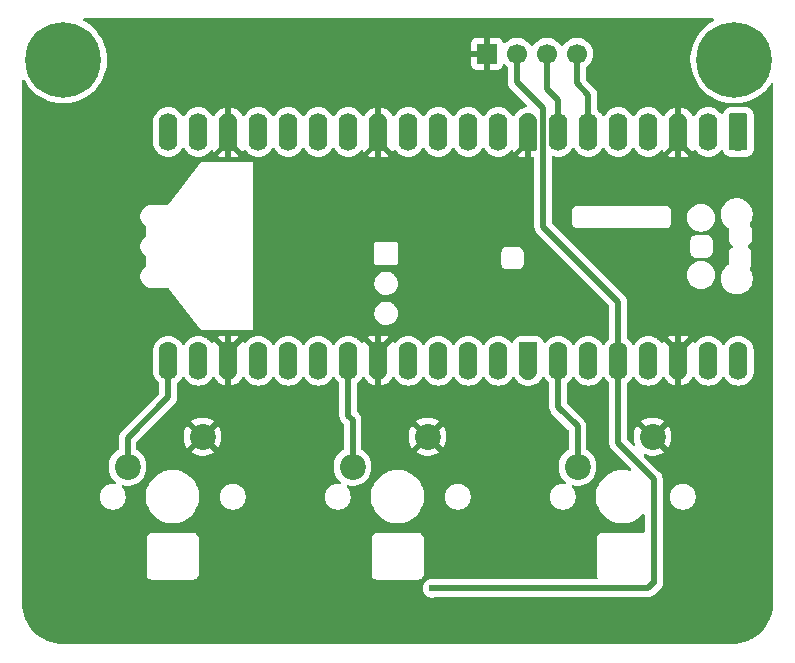
<source format=gbr>
%TF.GenerationSoftware,KiCad,Pcbnew,9.0.2*%
%TF.CreationDate,2026-01-14T17:50:12+01:00*%
%TF.ProjectId,keypad,6b657970-6164-42e6-9b69-6361645f7063,rev?*%
%TF.SameCoordinates,Original*%
%TF.FileFunction,Copper,L1,Top*%
%TF.FilePolarity,Positive*%
%FSLAX46Y46*%
G04 Gerber Fmt 4.6, Leading zero omitted, Abs format (unit mm)*
G04 Created by KiCad (PCBNEW 9.0.2) date 2026-01-14 17:50:12*
%MOMM*%
%LPD*%
G01*
G04 APERTURE LIST*
G04 Aperture macros list*
%AMRoundRect*
0 Rectangle with rounded corners*
0 $1 Rounding radius*
0 $2 $3 $4 $5 $6 $7 $8 $9 X,Y pos of 4 corners*
0 Add a 4 corners polygon primitive as box body*
4,1,4,$2,$3,$4,$5,$6,$7,$8,$9,$2,$3,0*
0 Add four circle primitives for the rounded corners*
1,1,$1+$1,$2,$3*
1,1,$1+$1,$4,$5*
1,1,$1+$1,$6,$7*
1,1,$1+$1,$8,$9*
0 Add four rect primitives between the rounded corners*
20,1,$1+$1,$2,$3,$4,$5,0*
20,1,$1+$1,$4,$5,$6,$7,0*
20,1,$1+$1,$6,$7,$8,$9,0*
20,1,$1+$1,$8,$9,$2,$3,0*%
%AMFreePoly0*
4,1,37,0.800000,0.796148,0.878414,0.796148,1.032228,0.765552,1.177117,0.705537,1.307515,0.618408,1.418408,0.507515,1.505537,0.377117,1.565552,0.232228,1.596148,0.078414,1.596148,-0.078414,1.565552,-0.232228,1.505537,-0.377117,1.418408,-0.507515,1.307515,-0.618408,1.177117,-0.705537,1.032228,-0.765552,0.878414,-0.796148,0.800000,-0.796148,0.800000,-0.800000,-1.400000,-0.800000,
-1.403843,-0.796157,-1.439018,-0.796157,-1.511114,-0.766294,-1.566294,-0.711114,-1.596157,-0.639018,-1.596157,-0.603843,-1.600000,-0.600000,-1.600000,0.600000,-1.596157,0.603843,-1.596157,0.639018,-1.566294,0.711114,-1.511114,0.766294,-1.439018,0.796157,-1.403843,0.796157,-1.400000,0.800000,0.800000,0.800000,0.800000,0.796148,0.800000,0.796148,$1*%
%AMFreePoly1*
4,1,37,0.000000,0.796148,0.078414,0.796148,0.232228,0.765552,0.377117,0.705537,0.507515,0.618408,0.618408,0.507515,0.705537,0.377117,0.765552,0.232228,0.796148,0.078414,0.796148,-0.078414,0.765552,-0.232228,0.705537,-0.377117,0.618408,-0.507515,0.507515,-0.618408,0.377117,-0.705537,0.232228,-0.765552,0.078414,-0.796148,0.000000,-0.796148,0.000000,-0.800000,-0.600000,-0.800000,
-0.603843,-0.796157,-0.639018,-0.796157,-0.711114,-0.766294,-0.766294,-0.711114,-0.796157,-0.639018,-0.796157,-0.603843,-0.800000,-0.600000,-0.800000,0.600000,-0.796157,0.603843,-0.796157,0.639018,-0.766294,0.711114,-0.711114,0.766294,-0.639018,0.796157,-0.603843,0.796157,-0.600000,0.800000,0.000000,0.800000,0.000000,0.796148,0.000000,0.796148,$1*%
%AMFreePoly2*
4,1,37,0.603843,0.796157,0.639018,0.796157,0.711114,0.766294,0.766294,0.711114,0.796157,0.639018,0.796157,0.603843,0.800000,0.600000,0.800000,-0.600000,0.796157,-0.603843,0.796157,-0.639018,0.766294,-0.711114,0.711114,-0.766294,0.639018,-0.796157,0.603843,-0.796157,0.600000,-0.800000,0.000000,-0.800000,0.000000,-0.796148,-0.078414,-0.796148,-0.232228,-0.765552,-0.377117,-0.705537,
-0.507515,-0.618408,-0.618408,-0.507515,-0.705537,-0.377117,-0.765552,-0.232228,-0.796148,-0.078414,-0.796148,0.078414,-0.765552,0.232228,-0.705537,0.377117,-0.618408,0.507515,-0.507515,0.618408,-0.377117,0.705537,-0.232228,0.765552,-0.078414,0.796148,0.000000,0.796148,0.000000,0.800000,0.600000,0.800000,0.603843,0.796157,0.603843,0.796157,$1*%
%AMFreePoly3*
4,1,37,1.403843,0.796157,1.439018,0.796157,1.511114,0.766294,1.566294,0.711114,1.596157,0.639018,1.596157,0.603843,1.600000,0.600000,1.600000,-0.600000,1.596157,-0.603843,1.596157,-0.639018,1.566294,-0.711114,1.511114,-0.766294,1.439018,-0.796157,1.403843,-0.796157,1.400000,-0.800000,-0.800000,-0.800000,-0.800000,-0.796148,-0.878414,-0.796148,-1.032228,-0.765552,-1.177117,-0.705537,
-1.307515,-0.618408,-1.418408,-0.507515,-1.505537,-0.377117,-1.565552,-0.232228,-1.596148,-0.078414,-1.596148,0.078414,-1.565552,0.232228,-1.505537,0.377117,-1.418408,0.507515,-1.307515,0.618408,-1.177117,0.705537,-1.032228,0.765552,-0.878414,0.796148,-0.800000,0.796148,-0.800000,0.800000,1.400000,0.800000,1.403843,0.796157,1.403843,0.796157,$1*%
G04 Aperture macros list end*
%TA.AperFunction,ComponentPad*%
%ADD10C,2.200000*%
%TD*%
%TA.AperFunction,SMDPad,CuDef*%
%ADD11RoundRect,0.800000X-0.000010X0.800000X-0.000010X-0.800000X0.000010X-0.800000X0.000010X0.800000X0*%
%TD*%
%TA.AperFunction,ComponentPad*%
%ADD12C,1.600000*%
%TD*%
%TA.AperFunction,SMDPad,CuDef*%
%ADD13FreePoly0,270.000000*%
%TD*%
%TA.AperFunction,ComponentPad*%
%ADD14FreePoly1,270.000000*%
%TD*%
%TA.AperFunction,ComponentPad*%
%ADD15FreePoly2,270.000000*%
%TD*%
%TA.AperFunction,SMDPad,CuDef*%
%ADD16FreePoly3,270.000000*%
%TD*%
%TA.AperFunction,ComponentPad*%
%ADD17RoundRect,0.200000X-0.600000X0.600000X-0.600000X-0.600000X0.600000X-0.600000X0.600000X0.600000X0*%
%TD*%
%TA.AperFunction,ComponentPad*%
%ADD18C,0.800000*%
%TD*%
%TA.AperFunction,ComponentPad*%
%ADD19C,6.400000*%
%TD*%
%TA.AperFunction,ComponentPad*%
%ADD20R,1.700000X1.700000*%
%TD*%
%TA.AperFunction,ComponentPad*%
%ADD21C,1.700000*%
%TD*%
%TA.AperFunction,ViaPad*%
%ADD22C,0.600000*%
%TD*%
%TA.AperFunction,Conductor*%
%ADD23C,0.500000*%
%TD*%
G04 APERTURE END LIST*
D10*
%TO.P,U3,6,SW2*%
%TO.N,GND*%
X53900000Y-35920000D03*
%TO.P,U3,5,SW1*%
%TO.N,Net-(A1-GPIO28_ADC2)*%
X47550000Y-38460000D03*
%TD*%
D11*
%TO.P,A1,40,VBUS*%
%TO.N,unconnected-(A1-VBUS-Pad40)*%
X61160000Y-29500000D03*
D12*
X61160000Y-28700000D03*
D11*
%TO.P,A1,39,VSYS*%
%TO.N,unconnected-(A1-VSYS-Pad39)*%
X58620000Y-29500000D03*
D12*
X58620000Y-28700000D03*
D13*
%TO.P,A1,38,GND*%
%TO.N,GND*%
X56080000Y-29500000D03*
D14*
X56080000Y-28700000D03*
D11*
%TO.P,A1,37,3V3_EN*%
%TO.N,unconnected-(A1-3V3_EN-Pad37)*%
X53540000Y-29500000D03*
D12*
X53540000Y-28700000D03*
D11*
%TO.P,A1,36,3V3*%
%TO.N,+3.3V*%
X51000000Y-29500000D03*
D12*
X51000000Y-28700000D03*
D11*
%TO.P,A1,35,ADC_VREF*%
%TO.N,unconnected-(A1-ADC_VREF-Pad35)*%
X48460000Y-29500000D03*
D12*
X48460000Y-28700000D03*
D11*
%TO.P,A1,34,GPIO28_ADC2*%
%TO.N,Net-(A1-GPIO28_ADC2)*%
X45920000Y-29500000D03*
D12*
X45920000Y-28700000D03*
D13*
%TO.P,A1,33,AGND*%
%TO.N,unconnected-(A1-AGND-Pad33)*%
X43380000Y-29500000D03*
D14*
X43380000Y-28700000D03*
D11*
%TO.P,A1,32,GPIO27_ADC1*%
%TO.N,Net-(A1-GPIO27_ADC1)*%
X40840000Y-29500000D03*
D12*
X40840000Y-28700000D03*
D11*
%TO.P,A1,31,GPIO26_ADC0*%
%TO.N,unconnected-(A1-GPIO26_ADC0-Pad31)*%
X38300000Y-29500000D03*
D12*
X38300000Y-28700000D03*
D11*
%TO.P,A1,30,RUN*%
%TO.N,unconnected-(A1-RUN-Pad30)*%
X35760000Y-29500000D03*
D12*
X35760000Y-28700000D03*
D11*
%TO.P,A1,29,GPIO22*%
%TO.N,unconnected-(A1-GPIO22-Pad29)*%
X33220000Y-29500000D03*
D12*
X33220000Y-28700000D03*
D13*
%TO.P,A1,28,GND*%
%TO.N,GND*%
X30680000Y-29500000D03*
D14*
X30680000Y-28700000D03*
D11*
%TO.P,A1,27,GPIO21*%
%TO.N,Net-(A1-GPIO21)*%
X28140000Y-29500000D03*
D12*
X28140000Y-28700000D03*
D11*
%TO.P,A1,26,GPIO20*%
%TO.N,unconnected-(A1-GPIO20-Pad26)*%
X25600000Y-29500000D03*
D12*
X25600000Y-28700000D03*
D11*
%TO.P,A1,25,GPIO19*%
%TO.N,unconnected-(A1-GPIO19-Pad25)*%
X23060000Y-29500000D03*
D12*
X23060000Y-28700000D03*
D11*
%TO.P,A1,24,GPIO18*%
%TO.N,unconnected-(A1-GPIO18-Pad24)*%
X20520000Y-29500000D03*
D12*
X20520000Y-28700000D03*
D13*
%TO.P,A1,23,GND*%
%TO.N,GND*%
X17980000Y-29500000D03*
D14*
X17980000Y-28700000D03*
D11*
%TO.P,A1,22,GPIO17*%
%TO.N,unconnected-(A1-GPIO17-Pad22)*%
X15440000Y-29500000D03*
D12*
X15440000Y-28700000D03*
D11*
%TO.P,A1,21,GPIO16*%
%TO.N,Net-(A1-GPIO16)*%
X12900000Y-29500000D03*
D12*
X12900000Y-28700000D03*
%TO.P,A1,20,GPIO15*%
%TO.N,unconnected-(A1-GPIO15-Pad20)*%
X12900000Y-10920000D03*
D11*
X12900000Y-10120000D03*
D12*
%TO.P,A1,19,GPIO14*%
%TO.N,unconnected-(A1-GPIO14-Pad19)*%
X15440000Y-10920000D03*
D11*
X15440000Y-10120000D03*
D15*
%TO.P,A1,18,GND*%
%TO.N,GND*%
X17980000Y-10920000D03*
D16*
X17980000Y-10120000D03*
D12*
%TO.P,A1,17,GPIO13*%
%TO.N,unconnected-(A1-GPIO13-Pad17)*%
X20520000Y-10920000D03*
D11*
X20520000Y-10120000D03*
D12*
%TO.P,A1,16,GPIO12*%
%TO.N,unconnected-(A1-GPIO12-Pad16)*%
X23060000Y-10920000D03*
D11*
X23060000Y-10120000D03*
D12*
%TO.P,A1,15,GPIO11*%
%TO.N,unconnected-(A1-GPIO11-Pad15)*%
X25600000Y-10920000D03*
D11*
X25600000Y-10120000D03*
D12*
%TO.P,A1,14,GPIO10*%
%TO.N,unconnected-(A1-GPIO10-Pad14)*%
X28140000Y-10920000D03*
D11*
X28140000Y-10120000D03*
D15*
%TO.P,A1,13,GND*%
%TO.N,GND*%
X30680000Y-10920000D03*
D16*
X30680000Y-10120000D03*
D12*
%TO.P,A1,12,GPIO9*%
%TO.N,unconnected-(A1-GPIO9-Pad12)*%
X33220000Y-10920000D03*
D11*
X33220000Y-10120000D03*
D12*
%TO.P,A1,11,GPIO8*%
%TO.N,unconnected-(A1-GPIO8-Pad11)*%
X35760000Y-10920000D03*
D11*
X35760000Y-10120000D03*
D12*
%TO.P,A1,10,GPIO7*%
%TO.N,unconnected-(A1-GPIO7-Pad10)*%
X38300000Y-10920000D03*
D11*
X38300000Y-10120000D03*
D12*
%TO.P,A1,9,GPIO6*%
%TO.N,unconnected-(A1-GPIO6-Pad9)*%
X40840000Y-10920000D03*
D11*
X40840000Y-10120000D03*
D15*
%TO.P,A1,8,GND*%
%TO.N,GND*%
X43380000Y-10920000D03*
D16*
X43380000Y-10120000D03*
D12*
%TO.P,A1,7,GPIO5*%
%TO.N,scl*%
X45920000Y-10920000D03*
D11*
X45920000Y-10120000D03*
D12*
%TO.P,A1,6,GPIO4*%
%TO.N,sda*%
X48460000Y-10920000D03*
D11*
X48460000Y-10120000D03*
D12*
%TO.P,A1,5,GPIO3*%
%TO.N,unconnected-(A1-GPIO3-Pad5)*%
X51000000Y-10920000D03*
D11*
X51000000Y-10120000D03*
D12*
%TO.P,A1,4,GPIO2*%
%TO.N,unconnected-(A1-GPIO2-Pad4)*%
X53540000Y-10920000D03*
D11*
X53540000Y-10120000D03*
D15*
%TO.P,A1,3,GND*%
%TO.N,GND*%
X56080000Y-10920000D03*
D16*
X56080000Y-10120000D03*
D12*
%TO.P,A1,2,GPIO1*%
%TO.N,unconnected-(A1-GPIO1-Pad2)*%
X58620000Y-10920000D03*
D11*
X58620000Y-10120000D03*
D17*
%TO.P,A1,1,GPIO0*%
%TO.N,unconnected-(A1-GPIO0-Pad1)*%
X61160000Y-10920000D03*
D13*
X61160000Y-10120000D03*
%TD*%
D10*
%TO.P,U1,5,SW1*%
%TO.N,Net-(A1-GPIO16)*%
X9450000Y-38460000D03*
%TO.P,U1,6,SW2*%
%TO.N,GND*%
X15800000Y-35920000D03*
%TD*%
%TO.P,U2,5,SW1*%
%TO.N,Net-(A1-GPIO21)*%
X28500000Y-38460000D03*
%TO.P,U2,6,SW2*%
%TO.N,GND*%
X34850000Y-35920000D03*
%TD*%
D18*
%TO.P,H2,1,1*%
%TO.N,unconnected-(H2-Pad1)*%
X58402944Y-4000000D03*
X59105888Y-2302944D03*
X59105888Y-5697056D03*
X60802944Y-1600000D03*
D19*
X60802944Y-4000000D03*
D18*
X60802944Y-6400000D03*
X62500000Y-2302944D03*
X62500000Y-5697056D03*
X63202944Y-4000000D03*
%TD*%
%TO.P,H1,1,1*%
%TO.N,unconnected-(H1-Pad1)*%
X1600000Y-4000000D03*
X2302944Y-2302944D03*
X2302944Y-5697056D03*
X4000000Y-1600000D03*
D19*
X4000000Y-4000000D03*
D18*
X4000000Y-6400000D03*
X5697056Y-2302944D03*
X5697056Y-5697056D03*
X6400000Y-4000000D03*
%TD*%
D20*
%TO.P,J1,1,Pin_1*%
%TO.N,GND*%
X39880000Y-3500000D03*
D21*
%TO.P,J1,2,Pin_2*%
%TO.N,+3.3V*%
X42420000Y-3500000D03*
%TO.P,J1,3,Pin_3*%
%TO.N,scl*%
X44960000Y-3500000D03*
%TO.P,J1,4,Pin_4*%
%TO.N,sda*%
X47500000Y-3500000D03*
%TD*%
D22*
%TO.N,GND*%
X28000000Y-45250000D03*
%TO.N,+3.3V*%
X35250000Y-48750000D03*
X54000000Y-48250000D03*
%TD*%
D23*
%TO.N,+3.3V*%
X53500000Y-48750000D02*
X35250000Y-48750000D01*
X54000000Y-48250000D02*
X53500000Y-48750000D01*
X51000000Y-36500000D02*
X51000000Y-29500000D01*
X54000000Y-39500000D02*
X51000000Y-36500000D01*
X54000000Y-48250000D02*
X54000000Y-39500000D01*
X42420000Y-5920000D02*
X44636000Y-8136000D01*
X44636000Y-8136000D02*
X44636000Y-18136000D01*
X44636000Y-18136000D02*
X51000000Y-24500000D01*
X51000000Y-24500000D02*
X51000000Y-28700000D01*
X42420000Y-3500000D02*
X42420000Y-5920000D01*
%TO.N,sda*%
X48460000Y-10120000D02*
X48460000Y-6960000D01*
X47500000Y-6000000D02*
X47500000Y-3500000D01*
X48460000Y-6960000D02*
X47500000Y-6000000D01*
%TO.N,scl*%
X45920000Y-7420000D02*
X44960000Y-6460000D01*
X44960000Y-6460000D02*
X44960000Y-3500000D01*
X45920000Y-10920000D02*
X45920000Y-7420000D01*
%TO.N,Net-(A1-GPIO28_ADC2)*%
X47550000Y-35050000D02*
X45920000Y-33420000D01*
X45920000Y-33420000D02*
X45920000Y-29500000D01*
X47550000Y-38460000D02*
X47550000Y-35050000D01*
%TO.N,Net-(A1-GPIO21)*%
X28140000Y-34140000D02*
X28140000Y-29500000D01*
X28500000Y-38460000D02*
X28500000Y-34500000D01*
X28500000Y-34500000D02*
X28140000Y-34140000D01*
%TO.N,Net-(A1-GPIO16)*%
X9450000Y-38460000D02*
X9450000Y-36050000D01*
X12900000Y-32600000D02*
X12900000Y-29500000D01*
X9450000Y-36050000D02*
X12900000Y-32600000D01*
%TD*%
%TA.AperFunction,Conductor*%
%TO.N,GND*%
G36*
X43573039Y-10139685D02*
G01*
X43618794Y-10192489D01*
X43630000Y-10244000D01*
X43630000Y-10486988D01*
X43572993Y-10454075D01*
X43445826Y-10420000D01*
X43314174Y-10420000D01*
X43187007Y-10454075D01*
X43130000Y-10486988D01*
X43130000Y-10244000D01*
X43149685Y-10176961D01*
X43202489Y-10131206D01*
X43254000Y-10120000D01*
X43506000Y-10120000D01*
X43573039Y-10139685D01*
G37*
%TD.AperFunction*%
%TA.AperFunction,Conductor*%
G36*
X59009861Y-501946D02*
G01*
X59014886Y-500900D01*
X59043046Y-511690D01*
X59071975Y-520185D01*
X59075335Y-524063D01*
X59080129Y-525900D01*
X59097987Y-550204D01*
X59117730Y-572989D01*
X59118460Y-578068D01*
X59121500Y-582205D01*
X59123382Y-612301D01*
X59127674Y-642147D01*
X59125541Y-646816D01*
X59125862Y-651938D01*
X59111177Y-678268D01*
X59098649Y-705703D01*
X59093653Y-709691D01*
X59091831Y-712960D01*
X59063389Y-733858D01*
X58898223Y-822140D01*
X58898205Y-822151D01*
X58595908Y-1024140D01*
X58595894Y-1024150D01*
X58314837Y-1254807D01*
X58057751Y-1511893D01*
X57827094Y-1792950D01*
X57827084Y-1792964D01*
X57625095Y-2095261D01*
X57625084Y-2095279D01*
X57453700Y-2415916D01*
X57453698Y-2415921D01*
X57314558Y-2751834D01*
X57209011Y-3099776D01*
X57209008Y-3099787D01*
X57138081Y-3456369D01*
X57127301Y-3565826D01*
X57102444Y-3818206D01*
X57102444Y-4181794D01*
X57113281Y-4291829D01*
X57138081Y-4543630D01*
X57209008Y-4900212D01*
X57209011Y-4900223D01*
X57314558Y-5248165D01*
X57453698Y-5584078D01*
X57453700Y-5584083D01*
X57625084Y-5904720D01*
X57625095Y-5904738D01*
X57827084Y-6207035D01*
X57827094Y-6207049D01*
X58057751Y-6488106D01*
X58314837Y-6745192D01*
X58314842Y-6745196D01*
X58314843Y-6745197D01*
X58595900Y-6975854D01*
X58898212Y-7177853D01*
X58898221Y-7177858D01*
X58898223Y-7177859D01*
X59218860Y-7349243D01*
X59218862Y-7349243D01*
X59218868Y-7349247D01*
X59554780Y-7488386D01*
X59902711Y-7593930D01*
X59902717Y-7593931D01*
X59902720Y-7593932D01*
X59902731Y-7593935D01*
X60259313Y-7664862D01*
X60621150Y-7700500D01*
X60621153Y-7700500D01*
X60984735Y-7700500D01*
X60984738Y-7700500D01*
X61346575Y-7664862D01*
X61415989Y-7651054D01*
X61703156Y-7593935D01*
X61703167Y-7593932D01*
X61703167Y-7593931D01*
X61703177Y-7593930D01*
X62051108Y-7488386D01*
X62387020Y-7349247D01*
X62707676Y-7177853D01*
X63009988Y-6975854D01*
X63291045Y-6745197D01*
X63548141Y-6488101D01*
X63778798Y-6207044D01*
X63892398Y-6037029D01*
X63946010Y-5992225D01*
X64015335Y-5983518D01*
X64078363Y-6013672D01*
X64115082Y-6073115D01*
X64119500Y-6105921D01*
X64119500Y-49996948D01*
X64119351Y-50003033D01*
X64102947Y-50336928D01*
X64101754Y-50349037D01*
X64053151Y-50676694D01*
X64050777Y-50688630D01*
X63970292Y-51009944D01*
X63966759Y-51021588D01*
X63855170Y-51333459D01*
X63850514Y-51344702D01*
X63708885Y-51644151D01*
X63703148Y-51654883D01*
X63532862Y-51938988D01*
X63526102Y-51949106D01*
X63328775Y-52215170D01*
X63321055Y-52224576D01*
X63098611Y-52470006D01*
X63090006Y-52478611D01*
X62844576Y-52701055D01*
X62835170Y-52708775D01*
X62569106Y-52906102D01*
X62558988Y-52912862D01*
X62274883Y-53083148D01*
X62264151Y-53088885D01*
X61964702Y-53230514D01*
X61953459Y-53235170D01*
X61641588Y-53346759D01*
X61629944Y-53350292D01*
X61308630Y-53430777D01*
X61296694Y-53433151D01*
X60969037Y-53481754D01*
X60956928Y-53482947D01*
X60641989Y-53498419D01*
X60623031Y-53499351D01*
X60616949Y-53499500D01*
X4003051Y-53499500D01*
X3996968Y-53499351D01*
X3976900Y-53498365D01*
X3663071Y-53482947D01*
X3650962Y-53481754D01*
X3323305Y-53433151D01*
X3311369Y-53430777D01*
X2990055Y-53350292D01*
X2978411Y-53346759D01*
X2666540Y-53235170D01*
X2655301Y-53230515D01*
X2355844Y-53088883D01*
X2345121Y-53083150D01*
X2061011Y-52912862D01*
X2050893Y-52906102D01*
X1784829Y-52708775D01*
X1775423Y-52701055D01*
X1736475Y-52665755D01*
X1529986Y-52478604D01*
X1521395Y-52470013D01*
X1298944Y-52224576D01*
X1291224Y-52215170D01*
X1093897Y-51949106D01*
X1087137Y-51938988D01*
X916844Y-51654871D01*
X911120Y-51644163D01*
X769479Y-51344688D01*
X764829Y-51333459D01*
X653240Y-51021588D01*
X649707Y-51009944D01*
X640958Y-50975015D01*
X569219Y-50688617D01*
X566848Y-50676694D01*
X518245Y-50349037D01*
X517052Y-50336927D01*
X500649Y-50003032D01*
X500500Y-49996948D01*
X500500Y-44484108D01*
X11059500Y-44484108D01*
X11059500Y-47615891D01*
X11093608Y-47743187D01*
X11126554Y-47800250D01*
X11159500Y-47857314D01*
X11252686Y-47950500D01*
X11366814Y-48016392D01*
X11494108Y-48050500D01*
X11494110Y-48050500D01*
X15025890Y-48050500D01*
X15025892Y-48050500D01*
X15153186Y-48016392D01*
X15267314Y-47950500D01*
X15360500Y-47857314D01*
X15426392Y-47743186D01*
X15460500Y-47615892D01*
X15460500Y-44484108D01*
X30109500Y-44484108D01*
X30109500Y-47615891D01*
X30143608Y-47743187D01*
X30176554Y-47800250D01*
X30209500Y-47857314D01*
X30302686Y-47950500D01*
X30416814Y-48016392D01*
X30544108Y-48050500D01*
X30544110Y-48050500D01*
X34075890Y-48050500D01*
X34075892Y-48050500D01*
X34203186Y-48016392D01*
X34317314Y-47950500D01*
X34410500Y-47857314D01*
X34476392Y-47743186D01*
X34510500Y-47615892D01*
X34510500Y-44484108D01*
X34476392Y-44356814D01*
X34410500Y-44242686D01*
X34317314Y-44149500D01*
X34260250Y-44116554D01*
X34203187Y-44083608D01*
X34139539Y-44066554D01*
X34075892Y-44049500D01*
X30675892Y-44049500D01*
X30544108Y-44049500D01*
X30416812Y-44083608D01*
X30302686Y-44149500D01*
X30302683Y-44149502D01*
X30209502Y-44242683D01*
X30209500Y-44242686D01*
X30143608Y-44356812D01*
X30109500Y-44484108D01*
X15460500Y-44484108D01*
X15426392Y-44356814D01*
X15360500Y-44242686D01*
X15267314Y-44149500D01*
X15210250Y-44116554D01*
X15153187Y-44083608D01*
X15089539Y-44066554D01*
X15025892Y-44049500D01*
X11625892Y-44049500D01*
X11494108Y-44049500D01*
X11366812Y-44083608D01*
X11252686Y-44149500D01*
X11252683Y-44149502D01*
X11159502Y-44242683D01*
X11159500Y-44242686D01*
X11093608Y-44356812D01*
X11059500Y-44484108D01*
X500500Y-44484108D01*
X500500Y-40913389D01*
X7079500Y-40913389D01*
X7079500Y-41086611D01*
X7106598Y-41257701D01*
X7160127Y-41422445D01*
X7238768Y-41576788D01*
X7340586Y-41716928D01*
X7463072Y-41839414D01*
X7603212Y-41941232D01*
X7757555Y-42019873D01*
X7922299Y-42073402D01*
X8093389Y-42100500D01*
X8093390Y-42100500D01*
X8266610Y-42100500D01*
X8266611Y-42100500D01*
X8437701Y-42073402D01*
X8602445Y-42019873D01*
X8756788Y-41941232D01*
X8896928Y-41839414D01*
X9019414Y-41716928D01*
X9121232Y-41576788D01*
X9199873Y-41422445D01*
X9253402Y-41257701D01*
X9280500Y-41086611D01*
X9280500Y-40913389D01*
X9270854Y-40852486D01*
X11009500Y-40852486D01*
X11009500Y-41147513D01*
X11041571Y-41391113D01*
X11048007Y-41439993D01*
X11122212Y-41716930D01*
X11124361Y-41724951D01*
X11124364Y-41724961D01*
X11237254Y-41997500D01*
X11237258Y-41997510D01*
X11384761Y-42252993D01*
X11564352Y-42487040D01*
X11564358Y-42487047D01*
X11772952Y-42695641D01*
X11772959Y-42695647D01*
X12007006Y-42875238D01*
X12262489Y-43022741D01*
X12262490Y-43022741D01*
X12262493Y-43022743D01*
X12535048Y-43135639D01*
X12820007Y-43211993D01*
X13112494Y-43250500D01*
X13112501Y-43250500D01*
X13407499Y-43250500D01*
X13407506Y-43250500D01*
X13699993Y-43211993D01*
X13984952Y-43135639D01*
X14257507Y-43022743D01*
X14512994Y-42875238D01*
X14747042Y-42695646D01*
X14955646Y-42487042D01*
X15135238Y-42252994D01*
X15282743Y-41997507D01*
X15395639Y-41724952D01*
X15471993Y-41439993D01*
X15510500Y-41147506D01*
X15510500Y-40913389D01*
X17239500Y-40913389D01*
X17239500Y-41086611D01*
X17266598Y-41257701D01*
X17320127Y-41422445D01*
X17398768Y-41576788D01*
X17500586Y-41716928D01*
X17623072Y-41839414D01*
X17763212Y-41941232D01*
X17917555Y-42019873D01*
X18082299Y-42073402D01*
X18253389Y-42100500D01*
X18253390Y-42100500D01*
X18426610Y-42100500D01*
X18426611Y-42100500D01*
X18597701Y-42073402D01*
X18762445Y-42019873D01*
X18916788Y-41941232D01*
X19056928Y-41839414D01*
X19179414Y-41716928D01*
X19281232Y-41576788D01*
X19359873Y-41422445D01*
X19413402Y-41257701D01*
X19440500Y-41086611D01*
X19440500Y-40913389D01*
X19413402Y-40742299D01*
X19359873Y-40577555D01*
X19281232Y-40423212D01*
X19179414Y-40283072D01*
X19056928Y-40160586D01*
X18916788Y-40058768D01*
X18762445Y-39980127D01*
X18597701Y-39926598D01*
X18597699Y-39926597D01*
X18597698Y-39926597D01*
X18466271Y-39905781D01*
X18426611Y-39899500D01*
X18253389Y-39899500D01*
X18213728Y-39905781D01*
X18082302Y-39926597D01*
X17917552Y-39980128D01*
X17763211Y-40058768D01*
X17706289Y-40100125D01*
X17623072Y-40160586D01*
X17623070Y-40160588D01*
X17623069Y-40160588D01*
X17500588Y-40283069D01*
X17500588Y-40283070D01*
X17500586Y-40283072D01*
X17456859Y-40343256D01*
X17398768Y-40423211D01*
X17320128Y-40577552D01*
X17266597Y-40742302D01*
X17239500Y-40913389D01*
X15510500Y-40913389D01*
X15510500Y-40852494D01*
X15471993Y-40560007D01*
X15395639Y-40275048D01*
X15282743Y-40002493D01*
X15227309Y-39906479D01*
X15135238Y-39747006D01*
X14955647Y-39512959D01*
X14955641Y-39512952D01*
X14747047Y-39304358D01*
X14747040Y-39304352D01*
X14512993Y-39124761D01*
X14257510Y-38977258D01*
X14257500Y-38977254D01*
X13984961Y-38864364D01*
X13984954Y-38864362D01*
X13984952Y-38864361D01*
X13699993Y-38788007D01*
X13651113Y-38781571D01*
X13407513Y-38749500D01*
X13407506Y-38749500D01*
X13112494Y-38749500D01*
X13112486Y-38749500D01*
X12834085Y-38786153D01*
X12820007Y-38788007D01*
X12669612Y-38828305D01*
X12535048Y-38864361D01*
X12535038Y-38864364D01*
X12262499Y-38977254D01*
X12262489Y-38977258D01*
X12007006Y-39124761D01*
X11772959Y-39304352D01*
X11772952Y-39304358D01*
X11564358Y-39512952D01*
X11564352Y-39512959D01*
X11384761Y-39747006D01*
X11237258Y-40002489D01*
X11237254Y-40002499D01*
X11124364Y-40275038D01*
X11124361Y-40275048D01*
X11048008Y-40560004D01*
X11048006Y-40560015D01*
X11009500Y-40852486D01*
X9270854Y-40852486D01*
X9253402Y-40742299D01*
X9199873Y-40577555D01*
X9121232Y-40423212D01*
X9019414Y-40283072D01*
X8967482Y-40231140D01*
X8933997Y-40169817D01*
X8938981Y-40100125D01*
X8980853Y-40044192D01*
X9046317Y-40019775D01*
X9074561Y-40020986D01*
X9075212Y-40021089D01*
X9075215Y-40021090D01*
X9324038Y-40060500D01*
X9324039Y-40060500D01*
X9575961Y-40060500D01*
X9575962Y-40060500D01*
X9824785Y-40021090D01*
X10064379Y-39943241D01*
X10288845Y-39828870D01*
X10492656Y-39680793D01*
X10670793Y-39502656D01*
X10818870Y-39298845D01*
X10933241Y-39074379D01*
X11011090Y-38834785D01*
X11050500Y-38585962D01*
X11050500Y-38334038D01*
X11011090Y-38085215D01*
X10933241Y-37845621D01*
X10933239Y-37845618D01*
X10933239Y-37845616D01*
X10891747Y-37764184D01*
X10818870Y-37621155D01*
X10716753Y-37480602D01*
X10670798Y-37417350D01*
X10670794Y-37417345D01*
X10492654Y-37239205D01*
X10492649Y-37239201D01*
X10288848Y-37091131D01*
X10268203Y-37080612D01*
X10217408Y-37032637D01*
X10200500Y-36970128D01*
X10200500Y-36412230D01*
X10220185Y-36345191D01*
X10236819Y-36324549D01*
X10767297Y-35794071D01*
X14200000Y-35794071D01*
X14200000Y-36045928D01*
X14239397Y-36294669D01*
X14317219Y-36534184D01*
X14431557Y-36758583D01*
X14505748Y-36860697D01*
X14505748Y-36860698D01*
X15122421Y-36244024D01*
X15135359Y-36275258D01*
X15217437Y-36398097D01*
X15321903Y-36502563D01*
X15444742Y-36584641D01*
X15475974Y-36597577D01*
X14859300Y-37214250D01*
X14961416Y-37288442D01*
X15185815Y-37402780D01*
X15425330Y-37480602D01*
X15674072Y-37520000D01*
X15925928Y-37520000D01*
X16174669Y-37480602D01*
X16414184Y-37402780D01*
X16638575Y-37288446D01*
X16638581Y-37288442D01*
X16740697Y-37214250D01*
X16740698Y-37214250D01*
X16124025Y-36597578D01*
X16155258Y-36584641D01*
X16278097Y-36502563D01*
X16382563Y-36398097D01*
X16464641Y-36275258D01*
X16477578Y-36244025D01*
X17094250Y-36860698D01*
X17094250Y-36860697D01*
X17168442Y-36758581D01*
X17168446Y-36758575D01*
X17282780Y-36534184D01*
X17360602Y-36294669D01*
X17400000Y-36045928D01*
X17400000Y-35794071D01*
X17360602Y-35545330D01*
X17282780Y-35305815D01*
X17168442Y-35081416D01*
X17094250Y-34979301D01*
X17094250Y-34979300D01*
X16477577Y-35595973D01*
X16464641Y-35564742D01*
X16382563Y-35441903D01*
X16278097Y-35337437D01*
X16155258Y-35255359D01*
X16124024Y-35242421D01*
X16740698Y-34625748D01*
X16638583Y-34551557D01*
X16414184Y-34437219D01*
X16174669Y-34359397D01*
X15925928Y-34320000D01*
X15674072Y-34320000D01*
X15425330Y-34359397D01*
X15185815Y-34437219D01*
X14961413Y-34551559D01*
X14859301Y-34625747D01*
X14859300Y-34625748D01*
X15475974Y-35242421D01*
X15444742Y-35255359D01*
X15321903Y-35337437D01*
X15217437Y-35441903D01*
X15135359Y-35564742D01*
X15122421Y-35595974D01*
X14505748Y-34979300D01*
X14505747Y-34979301D01*
X14431559Y-35081413D01*
X14317219Y-35305815D01*
X14239397Y-35545330D01*
X14200000Y-35794071D01*
X10767297Y-35794071D01*
X11976041Y-34585327D01*
X12695917Y-33865451D01*
X13482952Y-33078416D01*
X13532186Y-33004729D01*
X13565084Y-32955495D01*
X13621658Y-32818913D01*
X13650500Y-32673918D01*
X13650500Y-31426662D01*
X13670185Y-31359623D01*
X13703379Y-31325086D01*
X13739140Y-31300046D01*
X13900045Y-31139141D01*
X13900047Y-31139139D01*
X14030568Y-30952734D01*
X14057618Y-30894724D01*
X14103790Y-30842285D01*
X14170983Y-30823133D01*
X14237865Y-30843348D01*
X14282382Y-30894725D01*
X14309429Y-30952728D01*
X14309432Y-30952734D01*
X14439954Y-31139141D01*
X14600858Y-31300045D01*
X14600861Y-31300047D01*
X14787266Y-31430568D01*
X14993504Y-31526739D01*
X14993509Y-31526740D01*
X14993511Y-31526741D01*
X15029100Y-31536277D01*
X15213308Y-31585635D01*
X15383214Y-31600499D01*
X15383215Y-31600500D01*
X15383216Y-31600500D01*
X15496785Y-31600500D01*
X15496785Y-31600499D01*
X15666692Y-31585635D01*
X15886496Y-31526739D01*
X16092734Y-31430568D01*
X16279139Y-31300047D01*
X16440047Y-31139139D01*
X16570568Y-30952734D01*
X16594795Y-30900777D01*
X16640965Y-30848341D01*
X16708158Y-30829188D01*
X16775040Y-30849403D01*
X16816534Y-30894730D01*
X16851155Y-30959501D01*
X16851167Y-30959521D01*
X16938704Y-31090530D01*
X16938708Y-31090536D01*
X17001514Y-31167064D01*
X17112935Y-31278485D01*
X17189463Y-31341291D01*
X17189469Y-31341295D01*
X17320478Y-31428832D01*
X17320498Y-31428844D01*
X17407801Y-31475509D01*
X17553387Y-31535814D01*
X17648135Y-31564554D01*
X17730000Y-31580837D01*
X17730000Y-29133012D01*
X17787007Y-29165925D01*
X17914174Y-29200000D01*
X18045826Y-29200000D01*
X18172993Y-29165925D01*
X18230000Y-29133012D01*
X18230000Y-31580837D01*
X18311864Y-31564554D01*
X18406612Y-31535814D01*
X18552198Y-31475509D01*
X18639501Y-31428844D01*
X18639521Y-31428832D01*
X18770530Y-31341295D01*
X18770536Y-31341291D01*
X18847064Y-31278485D01*
X18958485Y-31167064D01*
X19021291Y-31090536D01*
X19021295Y-31090530D01*
X19108832Y-30959521D01*
X19108844Y-30959500D01*
X19143464Y-30894732D01*
X19192426Y-30844887D01*
X19260564Y-30829426D01*
X19326244Y-30853257D01*
X19365205Y-30900779D01*
X19389431Y-30952732D01*
X19389432Y-30952734D01*
X19519954Y-31139141D01*
X19680858Y-31300045D01*
X19680861Y-31300047D01*
X19867266Y-31430568D01*
X20073504Y-31526739D01*
X20073509Y-31526740D01*
X20073511Y-31526741D01*
X20109100Y-31536277D01*
X20293308Y-31585635D01*
X20463214Y-31600499D01*
X20463215Y-31600500D01*
X20463216Y-31600500D01*
X20576785Y-31600500D01*
X20576785Y-31600499D01*
X20746692Y-31585635D01*
X20966496Y-31526739D01*
X21172734Y-31430568D01*
X21359139Y-31300047D01*
X21520047Y-31139139D01*
X21650568Y-30952734D01*
X21677618Y-30894724D01*
X21723790Y-30842285D01*
X21790983Y-30823133D01*
X21857865Y-30843348D01*
X21902382Y-30894725D01*
X21929429Y-30952728D01*
X21929432Y-30952734D01*
X22059954Y-31139141D01*
X22220858Y-31300045D01*
X22220861Y-31300047D01*
X22407266Y-31430568D01*
X22613504Y-31526739D01*
X22613509Y-31526740D01*
X22613511Y-31526741D01*
X22649100Y-31536277D01*
X22833308Y-31585635D01*
X23003214Y-31600499D01*
X23003215Y-31600500D01*
X23003216Y-31600500D01*
X23116785Y-31600500D01*
X23116785Y-31600499D01*
X23286692Y-31585635D01*
X23506496Y-31526739D01*
X23712734Y-31430568D01*
X23899139Y-31300047D01*
X24060047Y-31139139D01*
X24190568Y-30952734D01*
X24217618Y-30894724D01*
X24263790Y-30842285D01*
X24330983Y-30823133D01*
X24397865Y-30843348D01*
X24442382Y-30894725D01*
X24469429Y-30952728D01*
X24469432Y-30952734D01*
X24599954Y-31139141D01*
X24760858Y-31300045D01*
X24760861Y-31300047D01*
X24947266Y-31430568D01*
X25153504Y-31526739D01*
X25153509Y-31526740D01*
X25153511Y-31526741D01*
X25189100Y-31536277D01*
X25373308Y-31585635D01*
X25543214Y-31600499D01*
X25543215Y-31600500D01*
X25543216Y-31600500D01*
X25656785Y-31600500D01*
X25656785Y-31600499D01*
X25826692Y-31585635D01*
X26046496Y-31526739D01*
X26252734Y-31430568D01*
X26439139Y-31300047D01*
X26600047Y-31139139D01*
X26730568Y-30952734D01*
X26757618Y-30894724D01*
X26803790Y-30842285D01*
X26870983Y-30823133D01*
X26937865Y-30843348D01*
X26982382Y-30894725D01*
X27009429Y-30952728D01*
X27009432Y-30952734D01*
X27139954Y-31139141D01*
X27300859Y-31300046D01*
X27336621Y-31325086D01*
X27380247Y-31379662D01*
X27389500Y-31426662D01*
X27389500Y-34213918D01*
X27389500Y-34213920D01*
X27389499Y-34213920D01*
X27418340Y-34358907D01*
X27418343Y-34358917D01*
X27474914Y-34495492D01*
X27507812Y-34544727D01*
X27507813Y-34544730D01*
X27557046Y-34618414D01*
X27557047Y-34618415D01*
X27557048Y-34618416D01*
X27713182Y-34774550D01*
X27746666Y-34835872D01*
X27749500Y-34862230D01*
X27749500Y-36970128D01*
X27729815Y-37037167D01*
X27681797Y-37080612D01*
X27661151Y-37091131D01*
X27457350Y-37239201D01*
X27457345Y-37239205D01*
X27279205Y-37417345D01*
X27279201Y-37417350D01*
X27131132Y-37621151D01*
X27016760Y-37845616D01*
X26938910Y-38085214D01*
X26938910Y-38085215D01*
X26899500Y-38334038D01*
X26899500Y-38585962D01*
X26914119Y-38678263D01*
X26938910Y-38834785D01*
X27016760Y-39074383D01*
X27052490Y-39144506D01*
X27122082Y-39281088D01*
X27131132Y-39298848D01*
X27279201Y-39502649D01*
X27279205Y-39502654D01*
X27279207Y-39502656D01*
X27457344Y-39680793D01*
X27457345Y-39680794D01*
X27457344Y-39680794D01*
X27463661Y-39685383D01*
X27506327Y-39740714D01*
X27512305Y-39810327D01*
X27479699Y-39872122D01*
X27418860Y-39906479D01*
X27371378Y-39908174D01*
X27316611Y-39899500D01*
X27143389Y-39899500D01*
X27103728Y-39905781D01*
X26972302Y-39926597D01*
X26807552Y-39980128D01*
X26653211Y-40058768D01*
X26596289Y-40100125D01*
X26513072Y-40160586D01*
X26513070Y-40160588D01*
X26513069Y-40160588D01*
X26390588Y-40283069D01*
X26390588Y-40283070D01*
X26390586Y-40283072D01*
X26346859Y-40343256D01*
X26288768Y-40423211D01*
X26210128Y-40577552D01*
X26156597Y-40742302D01*
X26129500Y-40913389D01*
X26129500Y-41086611D01*
X26156598Y-41257701D01*
X26210127Y-41422445D01*
X26288768Y-41576788D01*
X26390586Y-41716928D01*
X26513072Y-41839414D01*
X26653212Y-41941232D01*
X26807555Y-42019873D01*
X26972299Y-42073402D01*
X27143389Y-42100500D01*
X27143390Y-42100500D01*
X27316610Y-42100500D01*
X27316611Y-42100500D01*
X27487701Y-42073402D01*
X27652445Y-42019873D01*
X27806788Y-41941232D01*
X27946928Y-41839414D01*
X28069414Y-41716928D01*
X28171232Y-41576788D01*
X28249873Y-41422445D01*
X28303402Y-41257701D01*
X28330500Y-41086611D01*
X28330500Y-40913389D01*
X28320854Y-40852486D01*
X30059500Y-40852486D01*
X30059500Y-41147513D01*
X30091571Y-41391113D01*
X30098007Y-41439993D01*
X30172212Y-41716930D01*
X30174361Y-41724951D01*
X30174364Y-41724961D01*
X30287254Y-41997500D01*
X30287258Y-41997510D01*
X30434761Y-42252993D01*
X30614352Y-42487040D01*
X30614358Y-42487047D01*
X30822952Y-42695641D01*
X30822959Y-42695647D01*
X31057006Y-42875238D01*
X31312489Y-43022741D01*
X31312490Y-43022741D01*
X31312493Y-43022743D01*
X31585048Y-43135639D01*
X31870007Y-43211993D01*
X32162494Y-43250500D01*
X32162501Y-43250500D01*
X32457499Y-43250500D01*
X32457506Y-43250500D01*
X32749993Y-43211993D01*
X33034952Y-43135639D01*
X33307507Y-43022743D01*
X33562994Y-42875238D01*
X33797042Y-42695646D01*
X34005646Y-42487042D01*
X34185238Y-42252994D01*
X34332743Y-41997507D01*
X34445639Y-41724952D01*
X34521993Y-41439993D01*
X34560500Y-41147506D01*
X34560500Y-40913389D01*
X36289500Y-40913389D01*
X36289500Y-41086611D01*
X36316598Y-41257701D01*
X36370127Y-41422445D01*
X36448768Y-41576788D01*
X36550586Y-41716928D01*
X36673072Y-41839414D01*
X36813212Y-41941232D01*
X36967555Y-42019873D01*
X37132299Y-42073402D01*
X37303389Y-42100500D01*
X37303390Y-42100500D01*
X37476610Y-42100500D01*
X37476611Y-42100500D01*
X37647701Y-42073402D01*
X37812445Y-42019873D01*
X37966788Y-41941232D01*
X38106928Y-41839414D01*
X38229414Y-41716928D01*
X38331232Y-41576788D01*
X38409873Y-41422445D01*
X38463402Y-41257701D01*
X38490500Y-41086611D01*
X38490500Y-40913389D01*
X38463402Y-40742299D01*
X38409873Y-40577555D01*
X38331232Y-40423212D01*
X38229414Y-40283072D01*
X38106928Y-40160586D01*
X37966788Y-40058768D01*
X37812445Y-39980127D01*
X37647701Y-39926598D01*
X37647699Y-39926597D01*
X37647698Y-39926597D01*
X37516271Y-39905781D01*
X37476611Y-39899500D01*
X37303389Y-39899500D01*
X37263728Y-39905781D01*
X37132302Y-39926597D01*
X36967552Y-39980128D01*
X36813211Y-40058768D01*
X36756289Y-40100125D01*
X36673072Y-40160586D01*
X36673070Y-40160588D01*
X36673069Y-40160588D01*
X36550588Y-40283069D01*
X36550588Y-40283070D01*
X36550586Y-40283072D01*
X36506859Y-40343256D01*
X36448768Y-40423211D01*
X36370128Y-40577552D01*
X36316597Y-40742302D01*
X36289500Y-40913389D01*
X34560500Y-40913389D01*
X34560500Y-40852494D01*
X34521993Y-40560007D01*
X34445639Y-40275048D01*
X34332743Y-40002493D01*
X34277309Y-39906479D01*
X34185238Y-39747006D01*
X34005647Y-39512959D01*
X34005641Y-39512952D01*
X33797047Y-39304358D01*
X33797040Y-39304352D01*
X33562993Y-39124761D01*
X33307510Y-38977258D01*
X33307500Y-38977254D01*
X33034961Y-38864364D01*
X33034954Y-38864362D01*
X33034952Y-38864361D01*
X32749993Y-38788007D01*
X32701113Y-38781571D01*
X32457513Y-38749500D01*
X32457506Y-38749500D01*
X32162494Y-38749500D01*
X32162486Y-38749500D01*
X31884085Y-38786153D01*
X31870007Y-38788007D01*
X31719612Y-38828305D01*
X31585048Y-38864361D01*
X31585038Y-38864364D01*
X31312499Y-38977254D01*
X31312489Y-38977258D01*
X31057006Y-39124761D01*
X30822959Y-39304352D01*
X30822952Y-39304358D01*
X30614358Y-39512952D01*
X30614352Y-39512959D01*
X30434761Y-39747006D01*
X30287258Y-40002489D01*
X30287254Y-40002499D01*
X30174364Y-40275038D01*
X30174361Y-40275048D01*
X30098008Y-40560004D01*
X30098006Y-40560015D01*
X30059500Y-40852486D01*
X28320854Y-40852486D01*
X28303402Y-40742299D01*
X28249873Y-40577555D01*
X28171232Y-40423212D01*
X28069414Y-40283072D01*
X28017482Y-40231140D01*
X27983997Y-40169817D01*
X27988981Y-40100125D01*
X28030853Y-40044192D01*
X28096317Y-40019775D01*
X28124561Y-40020986D01*
X28125212Y-40021089D01*
X28125215Y-40021090D01*
X28374038Y-40060500D01*
X28374039Y-40060500D01*
X28625961Y-40060500D01*
X28625962Y-40060500D01*
X28874785Y-40021090D01*
X29114379Y-39943241D01*
X29338845Y-39828870D01*
X29542656Y-39680793D01*
X29720793Y-39502656D01*
X29868870Y-39298845D01*
X29983241Y-39074379D01*
X30061090Y-38834785D01*
X30100500Y-38585962D01*
X30100500Y-38334038D01*
X30061090Y-38085215D01*
X29983241Y-37845621D01*
X29983239Y-37845618D01*
X29983239Y-37845616D01*
X29941747Y-37764184D01*
X29868870Y-37621155D01*
X29766753Y-37480602D01*
X29720798Y-37417350D01*
X29720794Y-37417345D01*
X29542654Y-37239205D01*
X29542649Y-37239201D01*
X29338848Y-37091131D01*
X29318203Y-37080612D01*
X29267408Y-37032637D01*
X29250500Y-36970128D01*
X29250500Y-35794071D01*
X33250000Y-35794071D01*
X33250000Y-36045928D01*
X33289397Y-36294669D01*
X33367219Y-36534184D01*
X33481557Y-36758583D01*
X33555748Y-36860697D01*
X33555748Y-36860698D01*
X34172421Y-36244024D01*
X34185359Y-36275258D01*
X34267437Y-36398097D01*
X34371903Y-36502563D01*
X34494742Y-36584641D01*
X34525974Y-36597577D01*
X33909300Y-37214250D01*
X34011416Y-37288442D01*
X34235815Y-37402780D01*
X34475330Y-37480602D01*
X34724072Y-37520000D01*
X34975928Y-37520000D01*
X35224669Y-37480602D01*
X35464184Y-37402780D01*
X35688575Y-37288446D01*
X35688581Y-37288442D01*
X35790697Y-37214250D01*
X35790698Y-37214250D01*
X35174025Y-36597578D01*
X35205258Y-36584641D01*
X35328097Y-36502563D01*
X35432563Y-36398097D01*
X35514641Y-36275258D01*
X35527577Y-36244025D01*
X36144250Y-36860698D01*
X36144250Y-36860697D01*
X36218442Y-36758581D01*
X36218446Y-36758575D01*
X36332780Y-36534184D01*
X36410602Y-36294669D01*
X36450000Y-36045928D01*
X36450000Y-35794071D01*
X36410602Y-35545330D01*
X36332780Y-35305815D01*
X36218442Y-35081416D01*
X36144250Y-34979301D01*
X36144250Y-34979300D01*
X35527577Y-35595973D01*
X35514641Y-35564742D01*
X35432563Y-35441903D01*
X35328097Y-35337437D01*
X35205258Y-35255359D01*
X35174024Y-35242421D01*
X35790698Y-34625748D01*
X35688583Y-34551557D01*
X35464184Y-34437219D01*
X35224669Y-34359397D01*
X34975928Y-34320000D01*
X34724072Y-34320000D01*
X34475330Y-34359397D01*
X34235815Y-34437219D01*
X34011413Y-34551559D01*
X33909301Y-34625747D01*
X33909300Y-34625748D01*
X34525974Y-35242421D01*
X34494742Y-35255359D01*
X34371903Y-35337437D01*
X34267437Y-35441903D01*
X34185359Y-35564742D01*
X34172421Y-35595974D01*
X33555748Y-34979300D01*
X33555747Y-34979301D01*
X33481559Y-35081413D01*
X33367219Y-35305815D01*
X33289397Y-35545330D01*
X33250000Y-35794071D01*
X29250500Y-35794071D01*
X29250500Y-34426079D01*
X29221659Y-34281092D01*
X29221658Y-34281091D01*
X29221658Y-34281087D01*
X29193836Y-34213918D01*
X29165087Y-34144511D01*
X29165083Y-34144504D01*
X29125380Y-34085084D01*
X29082952Y-34021584D01*
X28926819Y-33865451D01*
X28893334Y-33804128D01*
X28890500Y-33777770D01*
X28890500Y-31426662D01*
X28910185Y-31359623D01*
X28943379Y-31325086D01*
X28979140Y-31300046D01*
X29140045Y-31139141D01*
X29140047Y-31139139D01*
X29270568Y-30952734D01*
X29294795Y-30900777D01*
X29340965Y-30848341D01*
X29408158Y-30829188D01*
X29475040Y-30849403D01*
X29516534Y-30894730D01*
X29551155Y-30959501D01*
X29551167Y-30959521D01*
X29638704Y-31090530D01*
X29638708Y-31090536D01*
X29701514Y-31167064D01*
X29812935Y-31278485D01*
X29889463Y-31341291D01*
X29889469Y-31341295D01*
X30020478Y-31428832D01*
X30020498Y-31428844D01*
X30107801Y-31475509D01*
X30253387Y-31535814D01*
X30348135Y-31564554D01*
X30430000Y-31580837D01*
X30430000Y-29133012D01*
X30487007Y-29165925D01*
X30614174Y-29200000D01*
X30745826Y-29200000D01*
X30872993Y-29165925D01*
X30930000Y-29133012D01*
X30930000Y-31580837D01*
X31011864Y-31564554D01*
X31106612Y-31535814D01*
X31252198Y-31475509D01*
X31339501Y-31428844D01*
X31339521Y-31428832D01*
X31470530Y-31341295D01*
X31470536Y-31341291D01*
X31547064Y-31278485D01*
X31658485Y-31167064D01*
X31721291Y-31090536D01*
X31721295Y-31090530D01*
X31808832Y-30959521D01*
X31808844Y-30959500D01*
X31843464Y-30894732D01*
X31892426Y-30844887D01*
X31960564Y-30829426D01*
X32026244Y-30853257D01*
X32065205Y-30900779D01*
X32089431Y-30952732D01*
X32089432Y-30952734D01*
X32219954Y-31139141D01*
X32380858Y-31300045D01*
X32380861Y-31300047D01*
X32567266Y-31430568D01*
X32773504Y-31526739D01*
X32773509Y-31526740D01*
X32773511Y-31526741D01*
X32809100Y-31536277D01*
X32993308Y-31585635D01*
X33163214Y-31600499D01*
X33163215Y-31600500D01*
X33163216Y-31600500D01*
X33276785Y-31600500D01*
X33276785Y-31600499D01*
X33446692Y-31585635D01*
X33666496Y-31526739D01*
X33872734Y-31430568D01*
X34059139Y-31300047D01*
X34220047Y-31139139D01*
X34350568Y-30952734D01*
X34377618Y-30894724D01*
X34423790Y-30842285D01*
X34490983Y-30823133D01*
X34557865Y-30843348D01*
X34602382Y-30894725D01*
X34629429Y-30952728D01*
X34629432Y-30952734D01*
X34759954Y-31139141D01*
X34920858Y-31300045D01*
X34920861Y-31300047D01*
X35107266Y-31430568D01*
X35313504Y-31526739D01*
X35313509Y-31526740D01*
X35313511Y-31526741D01*
X35349100Y-31536277D01*
X35533308Y-31585635D01*
X35703214Y-31600499D01*
X35703215Y-31600500D01*
X35703216Y-31600500D01*
X35816785Y-31600500D01*
X35816785Y-31600499D01*
X35986692Y-31585635D01*
X36206496Y-31526739D01*
X36412734Y-31430568D01*
X36599139Y-31300047D01*
X36760047Y-31139139D01*
X36890568Y-30952734D01*
X36917618Y-30894724D01*
X36963790Y-30842285D01*
X37030983Y-30823133D01*
X37097865Y-30843348D01*
X37142382Y-30894725D01*
X37169429Y-30952728D01*
X37169432Y-30952734D01*
X37299954Y-31139141D01*
X37460858Y-31300045D01*
X37460861Y-31300047D01*
X37647266Y-31430568D01*
X37853504Y-31526739D01*
X37853509Y-31526740D01*
X37853511Y-31526741D01*
X37889100Y-31536277D01*
X38073308Y-31585635D01*
X38243214Y-31600499D01*
X38243215Y-31600500D01*
X38243216Y-31600500D01*
X38356785Y-31600500D01*
X38356785Y-31600499D01*
X38526692Y-31585635D01*
X38746496Y-31526739D01*
X38952734Y-31430568D01*
X39139139Y-31300047D01*
X39300047Y-31139139D01*
X39430568Y-30952734D01*
X39457618Y-30894724D01*
X39503790Y-30842285D01*
X39570983Y-30823133D01*
X39637865Y-30843348D01*
X39682382Y-30894725D01*
X39709429Y-30952728D01*
X39709432Y-30952734D01*
X39839954Y-31139141D01*
X40000858Y-31300045D01*
X40000861Y-31300047D01*
X40187266Y-31430568D01*
X40393504Y-31526739D01*
X40393509Y-31526740D01*
X40393511Y-31526741D01*
X40429100Y-31536277D01*
X40613308Y-31585635D01*
X40783214Y-31600499D01*
X40783215Y-31600500D01*
X40783216Y-31600500D01*
X40896785Y-31600500D01*
X40896785Y-31600499D01*
X41066692Y-31585635D01*
X41286496Y-31526739D01*
X41492734Y-31430568D01*
X41679139Y-31300047D01*
X41840047Y-31139139D01*
X41970568Y-30952734D01*
X41994532Y-30901341D01*
X42040702Y-30848905D01*
X42107895Y-30829752D01*
X42174777Y-30849967D01*
X42216271Y-30895294D01*
X42250739Y-30959779D01*
X42250751Y-30959799D01*
X42338278Y-31090793D01*
X42338286Y-31090804D01*
X42338291Y-31090811D01*
X42401157Y-31167412D01*
X42512588Y-31278843D01*
X42589189Y-31341709D01*
X42589198Y-31341715D01*
X42589206Y-31341721D01*
X42720200Y-31429248D01*
X42720205Y-31429251D01*
X42720217Y-31429259D01*
X42720226Y-31429263D01*
X42720228Y-31429265D01*
X42807603Y-31475968D01*
X42807605Y-31475968D01*
X42807611Y-31475972D01*
X42953202Y-31536278D01*
X43048032Y-31565044D01*
X43202590Y-31595787D01*
X43301207Y-31605500D01*
X43301209Y-31605500D01*
X43458791Y-31605500D01*
X43458793Y-31605500D01*
X43557410Y-31595787D01*
X43711968Y-31565044D01*
X43806798Y-31536278D01*
X43952389Y-31475972D01*
X44039783Y-31429259D01*
X44170811Y-31341709D01*
X44247412Y-31278843D01*
X44358843Y-31167412D01*
X44421709Y-31090811D01*
X44509259Y-30959783D01*
X44543729Y-30895293D01*
X44592689Y-30845451D01*
X44660827Y-30829990D01*
X44726507Y-30853821D01*
X44765468Y-30901343D01*
X44789431Y-30952732D01*
X44789432Y-30952734D01*
X44919954Y-31139141D01*
X45080859Y-31300046D01*
X45116621Y-31325086D01*
X45160247Y-31379662D01*
X45169500Y-31426662D01*
X45169500Y-33493918D01*
X45169500Y-33493920D01*
X45169499Y-33493920D01*
X45198340Y-33638907D01*
X45198343Y-33638917D01*
X45254913Y-33775490D01*
X45254914Y-33775491D01*
X45254916Y-33775495D01*
X45260936Y-33784504D01*
X45260937Y-33784507D01*
X45337046Y-33898414D01*
X45337052Y-33898421D01*
X46763181Y-35324548D01*
X46796666Y-35385871D01*
X46799500Y-35412229D01*
X46799500Y-36970128D01*
X46779815Y-37037167D01*
X46731797Y-37080612D01*
X46711151Y-37091131D01*
X46507350Y-37239201D01*
X46507345Y-37239205D01*
X46329205Y-37417345D01*
X46329201Y-37417350D01*
X46181132Y-37621151D01*
X46066760Y-37845616D01*
X45988910Y-38085214D01*
X45988910Y-38085215D01*
X45949500Y-38334038D01*
X45949500Y-38585962D01*
X45964119Y-38678263D01*
X45988910Y-38834785D01*
X46066760Y-39074383D01*
X46102490Y-39144506D01*
X46172082Y-39281088D01*
X46181132Y-39298848D01*
X46329201Y-39502649D01*
X46329205Y-39502654D01*
X46329207Y-39502656D01*
X46507344Y-39680793D01*
X46507345Y-39680794D01*
X46507344Y-39680794D01*
X46513661Y-39685383D01*
X46556327Y-39740714D01*
X46562305Y-39810327D01*
X46529699Y-39872122D01*
X46468860Y-39906479D01*
X46421378Y-39908174D01*
X46366611Y-39899500D01*
X46193389Y-39899500D01*
X46153728Y-39905781D01*
X46022302Y-39926597D01*
X45857552Y-39980128D01*
X45703211Y-40058768D01*
X45646289Y-40100125D01*
X45563072Y-40160586D01*
X45563070Y-40160588D01*
X45563069Y-40160588D01*
X45440588Y-40283069D01*
X45440588Y-40283070D01*
X45440586Y-40283072D01*
X45396859Y-40343256D01*
X45338768Y-40423211D01*
X45260128Y-40577552D01*
X45206597Y-40742302D01*
X45179500Y-40913389D01*
X45179500Y-41086611D01*
X45206598Y-41257701D01*
X45260127Y-41422445D01*
X45338768Y-41576788D01*
X45440586Y-41716928D01*
X45563072Y-41839414D01*
X45703212Y-41941232D01*
X45857555Y-42019873D01*
X46022299Y-42073402D01*
X46193389Y-42100500D01*
X46193390Y-42100500D01*
X46366610Y-42100500D01*
X46366611Y-42100500D01*
X46537701Y-42073402D01*
X46702445Y-42019873D01*
X46856788Y-41941232D01*
X46996928Y-41839414D01*
X47119414Y-41716928D01*
X47221232Y-41576788D01*
X47299873Y-41422445D01*
X47353402Y-41257701D01*
X47380500Y-41086611D01*
X47380500Y-40913389D01*
X47353402Y-40742299D01*
X47299873Y-40577555D01*
X47221232Y-40423212D01*
X47119414Y-40283072D01*
X47067482Y-40231140D01*
X47033997Y-40169817D01*
X47038981Y-40100125D01*
X47080853Y-40044192D01*
X47146317Y-40019775D01*
X47174561Y-40020986D01*
X47175212Y-40021089D01*
X47175215Y-40021090D01*
X47424038Y-40060500D01*
X47424039Y-40060500D01*
X47675961Y-40060500D01*
X47675962Y-40060500D01*
X47924785Y-40021090D01*
X48164379Y-39943241D01*
X48388845Y-39828870D01*
X48592656Y-39680793D01*
X48770793Y-39502656D01*
X48918870Y-39298845D01*
X49033241Y-39074379D01*
X49111090Y-38834785D01*
X49150500Y-38585962D01*
X49150500Y-38334038D01*
X49111090Y-38085215D01*
X49033241Y-37845621D01*
X49033239Y-37845618D01*
X49033239Y-37845616D01*
X48991747Y-37764184D01*
X48918870Y-37621155D01*
X48816753Y-37480602D01*
X48770798Y-37417350D01*
X48770794Y-37417345D01*
X48592654Y-37239205D01*
X48592649Y-37239201D01*
X48388848Y-37091131D01*
X48368203Y-37080612D01*
X48317408Y-37032637D01*
X48300500Y-36970128D01*
X48300500Y-34976079D01*
X48271659Y-34831092D01*
X48271658Y-34831091D01*
X48271658Y-34831087D01*
X48248239Y-34774548D01*
X48215087Y-34694511D01*
X48215080Y-34694498D01*
X48132952Y-34571585D01*
X48106094Y-34544727D01*
X48028416Y-34467049D01*
X47390499Y-33829132D01*
X46706819Y-33145451D01*
X46673334Y-33084128D01*
X46670500Y-33057770D01*
X46670500Y-31426662D01*
X46690185Y-31359623D01*
X46723379Y-31325086D01*
X46759140Y-31300046D01*
X46920045Y-31139141D01*
X46920047Y-31139139D01*
X47050568Y-30952734D01*
X47077618Y-30894724D01*
X47123790Y-30842285D01*
X47190983Y-30823133D01*
X47257865Y-30843348D01*
X47302382Y-30894725D01*
X47329429Y-30952728D01*
X47329432Y-30952734D01*
X47459954Y-31139141D01*
X47620858Y-31300045D01*
X47620861Y-31300047D01*
X47807266Y-31430568D01*
X48013504Y-31526739D01*
X48013509Y-31526740D01*
X48013511Y-31526741D01*
X48049100Y-31536277D01*
X48233308Y-31585635D01*
X48403214Y-31600499D01*
X48403215Y-31600500D01*
X48403216Y-31600500D01*
X48516785Y-31600500D01*
X48516785Y-31600499D01*
X48686692Y-31585635D01*
X48906496Y-31526739D01*
X49112734Y-31430568D01*
X49299139Y-31300047D01*
X49460047Y-31139139D01*
X49590568Y-30952734D01*
X49617618Y-30894724D01*
X49663790Y-30842285D01*
X49730983Y-30823133D01*
X49797865Y-30843348D01*
X49842382Y-30894725D01*
X49869429Y-30952728D01*
X49869432Y-30952734D01*
X49999954Y-31139141D01*
X50160859Y-31300046D01*
X50196621Y-31325086D01*
X50240247Y-31379662D01*
X50249500Y-31426662D01*
X50249500Y-36573918D01*
X50249500Y-36573920D01*
X50249499Y-36573920D01*
X50278340Y-36718907D01*
X50278343Y-36718917D01*
X50334912Y-36855488D01*
X50334920Y-36855502D01*
X50363923Y-36898907D01*
X50363924Y-36898910D01*
X50363925Y-36898910D01*
X50411510Y-36970128D01*
X50417051Y-36978420D01*
X50417052Y-36978421D01*
X52055572Y-38616940D01*
X52089057Y-38678263D01*
X52084073Y-38747955D01*
X52042201Y-38803888D01*
X51976737Y-38828305D01*
X51935800Y-38824396D01*
X51799993Y-38788007D01*
X51751113Y-38781571D01*
X51507513Y-38749500D01*
X51507506Y-38749500D01*
X51212494Y-38749500D01*
X51212486Y-38749500D01*
X50934085Y-38786153D01*
X50920007Y-38788007D01*
X50769612Y-38828305D01*
X50635048Y-38864361D01*
X50635038Y-38864364D01*
X50362499Y-38977254D01*
X50362489Y-38977258D01*
X50107006Y-39124761D01*
X49872959Y-39304352D01*
X49872952Y-39304358D01*
X49664358Y-39512952D01*
X49664352Y-39512959D01*
X49484761Y-39747006D01*
X49337258Y-40002489D01*
X49337254Y-40002499D01*
X49224364Y-40275038D01*
X49224361Y-40275048D01*
X49148008Y-40560004D01*
X49148006Y-40560015D01*
X49109500Y-40852486D01*
X49109500Y-41147513D01*
X49141571Y-41391113D01*
X49148007Y-41439993D01*
X49222212Y-41716930D01*
X49224361Y-41724951D01*
X49224364Y-41724961D01*
X49337254Y-41997500D01*
X49337258Y-41997510D01*
X49484761Y-42252993D01*
X49664352Y-42487040D01*
X49664358Y-42487047D01*
X49872952Y-42695641D01*
X49872959Y-42695647D01*
X50107006Y-42875238D01*
X50362489Y-43022741D01*
X50362490Y-43022741D01*
X50362493Y-43022743D01*
X50635048Y-43135639D01*
X50920007Y-43211993D01*
X51212494Y-43250500D01*
X51212501Y-43250500D01*
X51507499Y-43250500D01*
X51507506Y-43250500D01*
X51799993Y-43211993D01*
X52084952Y-43135639D01*
X52357507Y-43022743D01*
X52612994Y-42875238D01*
X52847042Y-42695646D01*
X52847047Y-42695641D01*
X53037819Y-42504870D01*
X53099142Y-42471385D01*
X53168834Y-42476369D01*
X53224767Y-42518241D01*
X53249184Y-42583705D01*
X53249500Y-42592551D01*
X53249500Y-43925500D01*
X53229815Y-43992539D01*
X53177011Y-44038294D01*
X53125500Y-44049500D01*
X49594108Y-44049500D01*
X49466812Y-44083608D01*
X49352686Y-44149500D01*
X49352683Y-44149502D01*
X49259502Y-44242683D01*
X49259500Y-44242686D01*
X49193608Y-44356812D01*
X49159500Y-44484108D01*
X49159500Y-47615891D01*
X49193608Y-47743187D01*
X49212447Y-47775817D01*
X49234204Y-47813500D01*
X49250677Y-47881399D01*
X49227825Y-47947426D01*
X49172904Y-47990617D01*
X49126817Y-47999500D01*
X35554604Y-47999500D01*
X35507155Y-47990062D01*
X35483497Y-47980263D01*
X35483493Y-47980262D01*
X35483488Y-47980260D01*
X35328845Y-47949500D01*
X35328842Y-47949500D01*
X35171158Y-47949500D01*
X35171155Y-47949500D01*
X35016510Y-47980261D01*
X35016498Y-47980264D01*
X34870827Y-48040602D01*
X34870814Y-48040609D01*
X34739711Y-48128210D01*
X34739707Y-48128213D01*
X34628213Y-48239707D01*
X34628210Y-48239711D01*
X34540609Y-48370814D01*
X34540602Y-48370827D01*
X34480264Y-48516498D01*
X34480261Y-48516510D01*
X34449500Y-48671153D01*
X34449500Y-48828846D01*
X34480261Y-48983489D01*
X34480264Y-48983501D01*
X34540602Y-49129172D01*
X34540609Y-49129185D01*
X34628210Y-49260288D01*
X34628213Y-49260292D01*
X34739707Y-49371786D01*
X34739711Y-49371789D01*
X34870814Y-49459390D01*
X34870827Y-49459397D01*
X34970060Y-49500500D01*
X35016503Y-49519737D01*
X35171153Y-49550499D01*
X35171156Y-49550500D01*
X35171158Y-49550500D01*
X35328844Y-49550500D01*
X35328845Y-49550499D01*
X35405152Y-49535320D01*
X35483488Y-49519739D01*
X35483489Y-49519738D01*
X35483497Y-49519737D01*
X35507155Y-49509937D01*
X35554604Y-49500500D01*
X53573920Y-49500500D01*
X53671462Y-49481096D01*
X53718913Y-49471658D01*
X53855495Y-49415084D01*
X53920291Y-49371789D01*
X53920294Y-49371786D01*
X53920296Y-49371786D01*
X53949547Y-49352240D01*
X53978416Y-49332952D01*
X54315299Y-48996067D01*
X54355524Y-48969191D01*
X54379179Y-48959394D01*
X54510289Y-48871789D01*
X54621789Y-48760289D01*
X54709394Y-48629179D01*
X54769737Y-48483497D01*
X54800500Y-48328842D01*
X54800500Y-48171158D01*
X54800500Y-48171155D01*
X54800499Y-48171153D01*
X54769739Y-48016511D01*
X54769738Y-48016508D01*
X54769737Y-48016503D01*
X54759937Y-47992844D01*
X54750500Y-47945396D01*
X54750500Y-40913389D01*
X55339500Y-40913389D01*
X55339500Y-41086611D01*
X55366598Y-41257701D01*
X55420127Y-41422445D01*
X55498768Y-41576788D01*
X55600586Y-41716928D01*
X55723072Y-41839414D01*
X55863212Y-41941232D01*
X56017555Y-42019873D01*
X56182299Y-42073402D01*
X56353389Y-42100500D01*
X56353390Y-42100500D01*
X56526610Y-42100500D01*
X56526611Y-42100500D01*
X56697701Y-42073402D01*
X56862445Y-42019873D01*
X57016788Y-41941232D01*
X57156928Y-41839414D01*
X57279414Y-41716928D01*
X57381232Y-41576788D01*
X57459873Y-41422445D01*
X57513402Y-41257701D01*
X57540500Y-41086611D01*
X57540500Y-40913389D01*
X57513402Y-40742299D01*
X57459873Y-40577555D01*
X57381232Y-40423212D01*
X57279414Y-40283072D01*
X57156928Y-40160586D01*
X57016788Y-40058768D01*
X56862445Y-39980127D01*
X56697701Y-39926598D01*
X56697699Y-39926597D01*
X56697698Y-39926597D01*
X56566271Y-39905781D01*
X56526611Y-39899500D01*
X56353389Y-39899500D01*
X56313728Y-39905781D01*
X56182302Y-39926597D01*
X56017552Y-39980128D01*
X55863211Y-40058768D01*
X55806289Y-40100125D01*
X55723072Y-40160586D01*
X55723070Y-40160588D01*
X55723069Y-40160588D01*
X55600588Y-40283069D01*
X55600588Y-40283070D01*
X55600586Y-40283072D01*
X55556859Y-40343256D01*
X55498768Y-40423211D01*
X55420128Y-40577552D01*
X55366597Y-40742302D01*
X55339500Y-40913389D01*
X54750500Y-40913389D01*
X54750500Y-39426081D01*
X54744763Y-39397242D01*
X54744763Y-39397240D01*
X54736991Y-39358168D01*
X54721659Y-39281088D01*
X54667408Y-39150117D01*
X54665764Y-39145522D01*
X54582954Y-39021588D01*
X54582953Y-39021587D01*
X54582951Y-39021584D01*
X54478416Y-38917049D01*
X53174544Y-37613176D01*
X53141060Y-37551855D01*
X53146044Y-37482163D01*
X53187916Y-37426230D01*
X53253380Y-37401813D01*
X53300544Y-37407566D01*
X53525330Y-37480602D01*
X53774072Y-37520000D01*
X54025928Y-37520000D01*
X54274669Y-37480602D01*
X54514184Y-37402780D01*
X54738575Y-37288446D01*
X54738581Y-37288442D01*
X54840697Y-37214250D01*
X54840698Y-37214250D01*
X54224025Y-36597578D01*
X54255258Y-36584641D01*
X54378097Y-36502563D01*
X54482563Y-36398097D01*
X54564641Y-36275258D01*
X54577577Y-36244025D01*
X55194250Y-36860698D01*
X55194250Y-36860697D01*
X55268442Y-36758581D01*
X55268446Y-36758575D01*
X55382780Y-36534184D01*
X55460602Y-36294669D01*
X55500000Y-36045928D01*
X55500000Y-35794071D01*
X55460602Y-35545330D01*
X55382780Y-35305815D01*
X55268442Y-35081416D01*
X55194250Y-34979301D01*
X55194250Y-34979300D01*
X54577577Y-35595973D01*
X54564641Y-35564742D01*
X54482563Y-35441903D01*
X54378097Y-35337437D01*
X54255258Y-35255359D01*
X54224024Y-35242421D01*
X54840698Y-34625748D01*
X54738583Y-34551557D01*
X54514184Y-34437219D01*
X54274669Y-34359397D01*
X54025928Y-34320000D01*
X53774072Y-34320000D01*
X53525330Y-34359397D01*
X53285815Y-34437219D01*
X53061413Y-34551559D01*
X52959301Y-34625747D01*
X52959300Y-34625748D01*
X53575974Y-35242421D01*
X53544742Y-35255359D01*
X53421903Y-35337437D01*
X53317437Y-35441903D01*
X53235359Y-35564742D01*
X53222421Y-35595974D01*
X52605748Y-34979300D01*
X52605747Y-34979301D01*
X52531559Y-35081413D01*
X52417219Y-35305815D01*
X52339397Y-35545330D01*
X52300000Y-35794071D01*
X52300000Y-36045928D01*
X52339397Y-36294669D01*
X52412433Y-36519454D01*
X52414428Y-36589296D01*
X52378347Y-36649128D01*
X52315646Y-36679956D01*
X52246232Y-36671991D01*
X52206821Y-36645453D01*
X51786819Y-36225451D01*
X51753334Y-36164128D01*
X51750500Y-36137770D01*
X51750500Y-31426662D01*
X51770185Y-31359623D01*
X51803379Y-31325086D01*
X51839140Y-31300046D01*
X52000045Y-31139141D01*
X52000047Y-31139139D01*
X52130568Y-30952734D01*
X52157618Y-30894724D01*
X52203790Y-30842285D01*
X52270983Y-30823133D01*
X52337865Y-30843348D01*
X52382382Y-30894725D01*
X52409429Y-30952728D01*
X52409432Y-30952734D01*
X52539954Y-31139141D01*
X52700858Y-31300045D01*
X52700861Y-31300047D01*
X52887266Y-31430568D01*
X53093504Y-31526739D01*
X53093509Y-31526740D01*
X53093511Y-31526741D01*
X53129100Y-31536277D01*
X53313308Y-31585635D01*
X53483214Y-31600499D01*
X53483215Y-31600500D01*
X53483216Y-31600500D01*
X53596785Y-31600500D01*
X53596785Y-31600499D01*
X53766692Y-31585635D01*
X53986496Y-31526739D01*
X54192734Y-31430568D01*
X54379139Y-31300047D01*
X54540047Y-31139139D01*
X54670568Y-30952734D01*
X54694795Y-30900777D01*
X54740965Y-30848341D01*
X54808158Y-30829188D01*
X54875040Y-30849403D01*
X54916534Y-30894730D01*
X54951155Y-30959501D01*
X54951167Y-30959521D01*
X55038704Y-31090530D01*
X55038708Y-31090536D01*
X55101514Y-31167064D01*
X55212935Y-31278485D01*
X55289463Y-31341291D01*
X55289469Y-31341295D01*
X55420478Y-31428832D01*
X55420498Y-31428844D01*
X55507801Y-31475509D01*
X55653387Y-31535814D01*
X55748135Y-31564554D01*
X55830000Y-31580837D01*
X55830000Y-29133012D01*
X55887007Y-29165925D01*
X56014174Y-29200000D01*
X56145826Y-29200000D01*
X56272993Y-29165925D01*
X56330000Y-29133012D01*
X56330000Y-31580837D01*
X56411864Y-31564554D01*
X56506612Y-31535814D01*
X56652198Y-31475509D01*
X56739501Y-31428844D01*
X56739521Y-31428832D01*
X56870530Y-31341295D01*
X56870536Y-31341291D01*
X56947064Y-31278485D01*
X57058485Y-31167064D01*
X57121291Y-31090536D01*
X57121295Y-31090530D01*
X57208832Y-30959521D01*
X57208844Y-30959500D01*
X57243464Y-30894732D01*
X57292426Y-30844887D01*
X57360564Y-30829426D01*
X57426244Y-30853257D01*
X57465205Y-30900779D01*
X57489431Y-30952732D01*
X57489432Y-30952734D01*
X57619954Y-31139141D01*
X57780858Y-31300045D01*
X57780861Y-31300047D01*
X57967266Y-31430568D01*
X58173504Y-31526739D01*
X58173509Y-31526740D01*
X58173511Y-31526741D01*
X58209100Y-31536277D01*
X58393308Y-31585635D01*
X58563214Y-31600499D01*
X58563215Y-31600500D01*
X58563216Y-31600500D01*
X58676785Y-31600500D01*
X58676785Y-31600499D01*
X58846692Y-31585635D01*
X59066496Y-31526739D01*
X59272734Y-31430568D01*
X59459139Y-31300047D01*
X59620047Y-31139139D01*
X59750568Y-30952734D01*
X59777618Y-30894724D01*
X59823790Y-30842285D01*
X59890983Y-30823133D01*
X59957865Y-30843348D01*
X60002382Y-30894725D01*
X60029429Y-30952728D01*
X60029432Y-30952734D01*
X60159954Y-31139141D01*
X60320858Y-31300045D01*
X60320861Y-31300047D01*
X60507266Y-31430568D01*
X60713504Y-31526739D01*
X60713509Y-31526740D01*
X60713511Y-31526741D01*
X60749100Y-31536277D01*
X60933308Y-31585635D01*
X61103214Y-31600499D01*
X61103215Y-31600500D01*
X61103216Y-31600500D01*
X61216785Y-31600500D01*
X61216785Y-31600499D01*
X61386692Y-31585635D01*
X61606496Y-31526739D01*
X61812734Y-31430568D01*
X61999139Y-31300047D01*
X62160047Y-31139139D01*
X62290568Y-30952734D01*
X62386739Y-30746496D01*
X62445635Y-30526692D01*
X62460500Y-30356784D01*
X62460500Y-28643216D01*
X62460500Y-28597648D01*
X62451593Y-28541417D01*
X62445635Y-28473308D01*
X62433825Y-28429233D01*
X62428477Y-28395466D01*
X62408378Y-28333609D01*
X62406535Y-28327386D01*
X62386742Y-28253513D01*
X62386740Y-28253510D01*
X62386739Y-28253504D01*
X62372266Y-28222467D01*
X62365220Y-28200781D01*
X62329067Y-28129827D01*
X62290568Y-28047266D01*
X62282436Y-28035652D01*
X62282436Y-28035651D01*
X62277462Y-28028548D01*
X62272287Y-28018390D01*
X62218821Y-27944800D01*
X62218215Y-27943935D01*
X62218205Y-27943920D01*
X62160045Y-27860858D01*
X61999140Y-27699953D01*
X61916078Y-27641793D01*
X61915180Y-27641164D01*
X61841610Y-27587713D01*
X61831448Y-27582535D01*
X61824346Y-27577562D01*
X61812734Y-27569432D01*
X61732128Y-27531844D01*
X61730169Y-27530930D01*
X61659219Y-27494780D01*
X61637534Y-27487733D01*
X61630662Y-27484529D01*
X61630661Y-27484528D01*
X61606494Y-27473260D01*
X61532600Y-27453460D01*
X61532600Y-27453459D01*
X61529446Y-27452614D01*
X61464534Y-27431523D01*
X61430766Y-27426174D01*
X61386692Y-27414365D01*
X61386689Y-27414364D01*
X61386686Y-27414364D01*
X61322891Y-27408783D01*
X61314301Y-27407728D01*
X61262352Y-27399500D01*
X61057648Y-27399500D01*
X61057644Y-27399500D01*
X61005697Y-27407728D01*
X61005695Y-27407728D01*
X61001410Y-27408406D01*
X60933308Y-27414365D01*
X60889245Y-27426170D01*
X60882841Y-27427185D01*
X60882824Y-27427189D01*
X60855463Y-27431523D01*
X60855459Y-27431524D01*
X60793627Y-27451615D01*
X60787404Y-27453459D01*
X60713504Y-27473261D01*
X60713503Y-27473261D01*
X60689338Y-27484529D01*
X60689337Y-27484528D01*
X60682456Y-27487736D01*
X60660781Y-27494780D01*
X60589886Y-27530901D01*
X60587900Y-27531828D01*
X60587882Y-27531838D01*
X60507262Y-27569433D01*
X60495655Y-27577559D01*
X60495656Y-27577560D01*
X60488549Y-27582535D01*
X60478390Y-27587713D01*
X60404870Y-27641126D01*
X60403939Y-27641779D01*
X60320859Y-27699954D01*
X60159954Y-27860859D01*
X60101781Y-27943934D01*
X60101782Y-27943935D01*
X60101132Y-27944863D01*
X60047713Y-28018390D01*
X60042535Y-28028550D01*
X60037560Y-28035656D01*
X60037558Y-28035656D01*
X60029435Y-28047260D01*
X60002380Y-28105276D01*
X59956206Y-28157714D01*
X59889012Y-28176864D01*
X59822131Y-28156646D01*
X59777617Y-28105272D01*
X59750570Y-28047270D01*
X59750568Y-28047266D01*
X59742436Y-28035652D01*
X59733524Y-28020818D01*
X59732288Y-28018391D01*
X59732286Y-28018388D01*
X59679462Y-27945682D01*
X59678205Y-27943920D01*
X59620045Y-27860858D01*
X59459140Y-27699953D01*
X59376078Y-27641793D01*
X59375180Y-27641164D01*
X59301610Y-27587713D01*
X59291448Y-27582535D01*
X59284346Y-27577562D01*
X59272734Y-27569432D01*
X59192128Y-27531844D01*
X59190169Y-27530930D01*
X59119219Y-27494780D01*
X59097534Y-27487733D01*
X59090662Y-27484529D01*
X59090661Y-27484528D01*
X59066494Y-27473260D01*
X58992600Y-27453460D01*
X58992600Y-27453459D01*
X58989446Y-27452614D01*
X58924534Y-27431523D01*
X58890766Y-27426174D01*
X58846692Y-27414365D01*
X58846689Y-27414364D01*
X58846686Y-27414364D01*
X58782891Y-27408783D01*
X58774301Y-27407728D01*
X58722352Y-27399500D01*
X58517648Y-27399500D01*
X58517644Y-27399500D01*
X58465697Y-27407728D01*
X58465695Y-27407728D01*
X58461410Y-27408406D01*
X58393308Y-27414365D01*
X58349245Y-27426170D01*
X58342841Y-27427185D01*
X58342824Y-27427189D01*
X58315463Y-27431523D01*
X58315459Y-27431524D01*
X58253627Y-27451615D01*
X58247404Y-27453459D01*
X58173504Y-27473261D01*
X58173503Y-27473261D01*
X58149338Y-27484529D01*
X58149337Y-27484528D01*
X58142456Y-27487736D01*
X58120781Y-27494780D01*
X58049886Y-27530901D01*
X58047900Y-27531828D01*
X58047882Y-27531838D01*
X57967262Y-27569433D01*
X57955655Y-27577559D01*
X57955656Y-27577560D01*
X57948549Y-27582535D01*
X57938390Y-27587713D01*
X57864870Y-27641126D01*
X57863939Y-27641779D01*
X57780859Y-27699954D01*
X57619954Y-27860859D01*
X57573374Y-27927380D01*
X57518796Y-27971004D01*
X57449298Y-27978195D01*
X57386944Y-27946671D01*
X57351652Y-27886918D01*
X57346559Y-27866962D01*
X57323135Y-27810414D01*
X56562961Y-28570588D01*
X56545925Y-28507007D01*
X56480099Y-28392993D01*
X56387007Y-28299901D01*
X56272993Y-28234075D01*
X56145826Y-28200000D01*
X56014174Y-28200000D01*
X55887007Y-28234075D01*
X55772993Y-28299901D01*
X55679901Y-28392993D01*
X55614075Y-28507007D01*
X55597037Y-28570589D01*
X54836863Y-27810415D01*
X54836862Y-27810415D01*
X54813446Y-27866947D01*
X54813431Y-27866987D01*
X54803491Y-27895164D01*
X54762625Y-27951835D01*
X54697607Y-27977417D01*
X54629079Y-27963785D01*
X54584979Y-27925032D01*
X54557916Y-27886382D01*
X54540047Y-27860861D01*
X54540045Y-27860859D01*
X54540044Y-27860857D01*
X54379140Y-27699953D01*
X54296078Y-27641793D01*
X54294316Y-27640536D01*
X54235763Y-27597995D01*
X54221612Y-27587714D01*
X54219169Y-27586469D01*
X54204347Y-27577563D01*
X54192734Y-27569432D01*
X54112128Y-27531844D01*
X54110169Y-27530930D01*
X54039219Y-27494780D01*
X54017534Y-27487733D01*
X54010662Y-27484529D01*
X54010661Y-27484528D01*
X53986494Y-27473260D01*
X53925300Y-27456863D01*
X55190414Y-27456863D01*
X55829999Y-28096448D01*
X56330000Y-28096448D01*
X56969584Y-27456862D01*
X56913059Y-27433449D01*
X56862053Y-27415455D01*
X56719780Y-27395000D01*
X56330000Y-27395000D01*
X56330000Y-28096448D01*
X55829999Y-28096448D01*
X55830000Y-28096447D01*
X55830000Y-27395000D01*
X55440214Y-27395000D01*
X55386237Y-27397893D01*
X55386235Y-27397893D01*
X55246976Y-27433436D01*
X55246962Y-27433441D01*
X55190414Y-27456863D01*
X53925300Y-27456863D01*
X53912600Y-27453460D01*
X53912600Y-27453459D01*
X53909446Y-27452614D01*
X53844534Y-27431523D01*
X53810766Y-27426174D01*
X53766692Y-27414365D01*
X53766689Y-27414364D01*
X53766686Y-27414364D01*
X53702891Y-27408783D01*
X53694301Y-27407728D01*
X53642352Y-27399500D01*
X53437648Y-27399500D01*
X53437644Y-27399500D01*
X53385697Y-27407728D01*
X53385695Y-27407728D01*
X53381410Y-27408406D01*
X53313308Y-27414365D01*
X53269245Y-27426170D01*
X53262841Y-27427185D01*
X53262824Y-27427189D01*
X53235463Y-27431523D01*
X53235459Y-27431524D01*
X53173627Y-27451615D01*
X53167404Y-27453459D01*
X53093504Y-27473261D01*
X53093503Y-27473261D01*
X53069338Y-27484529D01*
X53069337Y-27484528D01*
X53062456Y-27487736D01*
X53040781Y-27494780D01*
X52969886Y-27530901D01*
X52967900Y-27531828D01*
X52967882Y-27531838D01*
X52887262Y-27569433D01*
X52875655Y-27577559D01*
X52875656Y-27577560D01*
X52868549Y-27582535D01*
X52858390Y-27587713D01*
X52784870Y-27641126D01*
X52783939Y-27641779D01*
X52700859Y-27699954D01*
X52539954Y-27860859D01*
X52481781Y-27943934D01*
X52481782Y-27943935D01*
X52481132Y-27944863D01*
X52427713Y-28018390D01*
X52422535Y-28028550D01*
X52417560Y-28035656D01*
X52417558Y-28035656D01*
X52409435Y-28047260D01*
X52382380Y-28105276D01*
X52336206Y-28157714D01*
X52269012Y-28176864D01*
X52202131Y-28156646D01*
X52157617Y-28105272D01*
X52130570Y-28047270D01*
X52130568Y-28047266D01*
X52122436Y-28035652D01*
X52113524Y-28020818D01*
X52112288Y-28018391D01*
X52112286Y-28018388D01*
X52059462Y-27945682D01*
X52058205Y-27943920D01*
X52000045Y-27860858D01*
X51839141Y-27699954D01*
X51803377Y-27674912D01*
X51759752Y-27620335D01*
X51750500Y-27573337D01*
X51750500Y-24426079D01*
X51721659Y-24281092D01*
X51721658Y-24281091D01*
X51721658Y-24281087D01*
X51721656Y-24281082D01*
X51665087Y-24144511D01*
X51665080Y-24144498D01*
X51582952Y-24021585D01*
X51582951Y-24021584D01*
X51478416Y-23917049D01*
X49703853Y-22142486D01*
X56824500Y-22142486D01*
X56824500Y-22327513D01*
X56853445Y-22510265D01*
X56910619Y-22686232D01*
X56910620Y-22686235D01*
X56980178Y-22822749D01*
X56994622Y-22851096D01*
X57103379Y-23000787D01*
X57234213Y-23131621D01*
X57383904Y-23240378D01*
X57464763Y-23281577D01*
X57548764Y-23324379D01*
X57548767Y-23324380D01*
X57628053Y-23350141D01*
X57724736Y-23381555D01*
X57907486Y-23410500D01*
X57907487Y-23410500D01*
X58092513Y-23410500D01*
X58092514Y-23410500D01*
X58275264Y-23381555D01*
X58451235Y-23324379D01*
X58616096Y-23240378D01*
X58765787Y-23131621D01*
X58896621Y-23000787D01*
X59005378Y-22851096D01*
X59089379Y-22686235D01*
X59146555Y-22510264D01*
X59175500Y-22327514D01*
X59175500Y-22142486D01*
X59146555Y-21959736D01*
X59089379Y-21783765D01*
X59089379Y-21783764D01*
X59038065Y-21683055D01*
X59005378Y-21618904D01*
X58896621Y-21469213D01*
X58765787Y-21338379D01*
X58616096Y-21229622D01*
X58598978Y-21220900D01*
X58451235Y-21145620D01*
X58451232Y-21145619D01*
X58275265Y-21088445D01*
X58183889Y-21073972D01*
X58092514Y-21059500D01*
X57907486Y-21059500D01*
X57846569Y-21069148D01*
X57724734Y-21088445D01*
X57548767Y-21145619D01*
X57548764Y-21145620D01*
X57383903Y-21229622D01*
X57313092Y-21281070D01*
X57234213Y-21338379D01*
X57234211Y-21338381D01*
X57234210Y-21338381D01*
X57103381Y-21469210D01*
X57103381Y-21469211D01*
X57103379Y-21469213D01*
X57092405Y-21484318D01*
X56994622Y-21618903D01*
X56910620Y-21783764D01*
X56910619Y-21783767D01*
X56853445Y-21959734D01*
X56824500Y-22142486D01*
X49703853Y-22142486D01*
X46921368Y-19360000D01*
X57080000Y-19360000D01*
X57080000Y-19810000D01*
X57080000Y-20260000D01*
X57082139Y-20325545D01*
X57116067Y-20452167D01*
X57181612Y-20565694D01*
X57274306Y-20658388D01*
X57387833Y-20723933D01*
X57514455Y-20757861D01*
X57580000Y-20760000D01*
X58480000Y-20760000D01*
X58545545Y-20757861D01*
X58672167Y-20723933D01*
X58785694Y-20658388D01*
X58878388Y-20565694D01*
X58943933Y-20452167D01*
X58977861Y-20325545D01*
X58980000Y-20260000D01*
X58980000Y-19810000D01*
X58980000Y-19360000D01*
X58977861Y-19294455D01*
X58943932Y-19167833D01*
X58878388Y-19054306D01*
X58785694Y-18961612D01*
X58672167Y-18896068D01*
X58672168Y-18896068D01*
X58633420Y-18885685D01*
X58545545Y-18862139D01*
X58545542Y-18862138D01*
X58545543Y-18862138D01*
X58480000Y-18860000D01*
X57580000Y-18860000D01*
X57514458Y-18862138D01*
X57387832Y-18896068D01*
X57274307Y-18961611D01*
X57274304Y-18961613D01*
X57181613Y-19054304D01*
X57181611Y-19054307D01*
X57116068Y-19167832D01*
X57082138Y-19294458D01*
X57080735Y-19337463D01*
X57080000Y-19360000D01*
X46921368Y-19360000D01*
X45422819Y-17861451D01*
X45389334Y-17800128D01*
X45386500Y-17773770D01*
X45386500Y-16859999D01*
X47080000Y-16859999D01*
X47080000Y-17760000D01*
X47082138Y-17825541D01*
X47082138Y-17825544D01*
X47082139Y-17825545D01*
X47116068Y-17952167D01*
X47181612Y-18065694D01*
X47274306Y-18158388D01*
X47387833Y-18223932D01*
X47514455Y-18257861D01*
X47580000Y-18260000D01*
X54980000Y-18260000D01*
X55045545Y-18257861D01*
X55172167Y-18223933D01*
X55285694Y-18158388D01*
X55378388Y-18065694D01*
X55443933Y-17952167D01*
X55477861Y-17825545D01*
X55480000Y-17760000D01*
X55480000Y-17292486D01*
X56824500Y-17292486D01*
X56824500Y-17477513D01*
X56853445Y-17660265D01*
X56910619Y-17836232D01*
X56910620Y-17836235D01*
X56969679Y-17952143D01*
X56994622Y-18001096D01*
X57103379Y-18150787D01*
X57234213Y-18281621D01*
X57383904Y-18390378D01*
X57464763Y-18431577D01*
X57548764Y-18474379D01*
X57548767Y-18474380D01*
X57601443Y-18491495D01*
X57724736Y-18531555D01*
X57907486Y-18560500D01*
X57907487Y-18560500D01*
X58092513Y-18560500D01*
X58092514Y-18560500D01*
X58275264Y-18531555D01*
X58451235Y-18474379D01*
X58616096Y-18390378D01*
X58765787Y-18281621D01*
X58896621Y-18150787D01*
X59005378Y-18001096D01*
X59089379Y-17836235D01*
X59146555Y-17660264D01*
X59175500Y-17477514D01*
X59175500Y-17292486D01*
X59146555Y-17109736D01*
X59104083Y-16979020D01*
X59103983Y-16978713D01*
X59679500Y-16978713D01*
X59679500Y-17191286D01*
X59707528Y-17368252D01*
X59712754Y-17401243D01*
X59764658Y-17560987D01*
X59778444Y-17603414D01*
X59874951Y-17792820D01*
X59999890Y-17964786D01*
X60150213Y-18115109D01*
X60326125Y-18242915D01*
X60325330Y-18244009D01*
X60368084Y-18291268D01*
X60380351Y-18349218D01*
X60380000Y-18359989D01*
X60380000Y-18360000D01*
X60380000Y-18810000D01*
X60380000Y-19260000D01*
X60382139Y-19325545D01*
X60416067Y-19452167D01*
X60481612Y-19565694D01*
X60574306Y-19658388D01*
X60643305Y-19698225D01*
X60643406Y-19698283D01*
X60691621Y-19748851D01*
X60704843Y-19817458D01*
X60678875Y-19882322D01*
X60643405Y-19913057D01*
X60559309Y-19961609D01*
X60559304Y-19961613D01*
X60466613Y-20054304D01*
X60466611Y-20054307D01*
X60401068Y-20167832D01*
X60367138Y-20294458D01*
X60365000Y-20359999D01*
X60365000Y-21260004D01*
X60365687Y-21281070D01*
X60348198Y-21348716D01*
X60314638Y-21385430D01*
X60150214Y-21504890D01*
X60150209Y-21504894D01*
X59999890Y-21655213D01*
X59874951Y-21827179D01*
X59778444Y-22016585D01*
X59778443Y-22016587D01*
X59778443Y-22016588D01*
X59764625Y-22059115D01*
X59712753Y-22218760D01*
X59679500Y-22428713D01*
X59679500Y-22641286D01*
X59712730Y-22851096D01*
X59712754Y-22851243D01*
X59761344Y-23000788D01*
X59778444Y-23053414D01*
X59874951Y-23242820D01*
X59999890Y-23414786D01*
X60150213Y-23565109D01*
X60322179Y-23690048D01*
X60322181Y-23690049D01*
X60322184Y-23690051D01*
X60511588Y-23786557D01*
X60713757Y-23852246D01*
X60923713Y-23885500D01*
X60923714Y-23885500D01*
X61136286Y-23885500D01*
X61136287Y-23885500D01*
X61346243Y-23852246D01*
X61548412Y-23786557D01*
X61737816Y-23690051D01*
X61759789Y-23674086D01*
X61909786Y-23565109D01*
X61909788Y-23565106D01*
X61909792Y-23565104D01*
X62060104Y-23414792D01*
X62060106Y-23414788D01*
X62060109Y-23414786D01*
X62185048Y-23242820D01*
X62185047Y-23242820D01*
X62185051Y-23242816D01*
X62281557Y-23053412D01*
X62347246Y-22851243D01*
X62380500Y-22641287D01*
X62380500Y-22428713D01*
X62347246Y-22218757D01*
X62281557Y-22016588D01*
X62185051Y-21827184D01*
X62153505Y-21783764D01*
X62128147Y-21748861D01*
X62104668Y-21683055D01*
X62120494Y-21615001D01*
X62140779Y-21588302D01*
X62163388Y-21565694D01*
X62228933Y-21452167D01*
X62262861Y-21325545D01*
X62265000Y-21260000D01*
X62265000Y-20810000D01*
X62265000Y-20360000D01*
X62262861Y-20294455D01*
X62228932Y-20167833D01*
X62163388Y-20054306D01*
X62070694Y-19961612D01*
X62070693Y-19961611D01*
X62070690Y-19961609D01*
X62001594Y-19921717D01*
X61953379Y-19871150D01*
X61940155Y-19802543D01*
X61966123Y-19737679D01*
X62001594Y-19706943D01*
X62085694Y-19658388D01*
X62178388Y-19565694D01*
X62243933Y-19452167D01*
X62277861Y-19325545D01*
X62280000Y-19260000D01*
X62280000Y-18810000D01*
X62280000Y-18360000D01*
X62277861Y-18294455D01*
X62243932Y-18167833D01*
X62178388Y-18054306D01*
X62147096Y-18023014D01*
X62113611Y-17961691D01*
X62118595Y-17891999D01*
X62134454Y-17862455D01*
X62185051Y-17792816D01*
X62281557Y-17603412D01*
X62347246Y-17401243D01*
X62380500Y-17191287D01*
X62380500Y-16978713D01*
X62347246Y-16768757D01*
X62281557Y-16566588D01*
X62185051Y-16377184D01*
X62185049Y-16377181D01*
X62185048Y-16377179D01*
X62060109Y-16205213D01*
X61909786Y-16054890D01*
X61737820Y-15929951D01*
X61548414Y-15833444D01*
X61548413Y-15833443D01*
X61548412Y-15833443D01*
X61346243Y-15767754D01*
X61346241Y-15767753D01*
X61346240Y-15767753D01*
X61184957Y-15742208D01*
X61136287Y-15734500D01*
X60923713Y-15734500D01*
X60875042Y-15742208D01*
X60713760Y-15767753D01*
X60511585Y-15833444D01*
X60322179Y-15929951D01*
X60150213Y-16054890D01*
X59999890Y-16205213D01*
X59874951Y-16377179D01*
X59778444Y-16566585D01*
X59712753Y-16768760D01*
X59679500Y-16978713D01*
X59103983Y-16978713D01*
X59089380Y-16933767D01*
X59089379Y-16933764D01*
X59019931Y-16797466D01*
X59005378Y-16768904D01*
X58896621Y-16619213D01*
X58765787Y-16488379D01*
X58616096Y-16379622D01*
X58577586Y-16360000D01*
X58451235Y-16295620D01*
X58451232Y-16295619D01*
X58275265Y-16238445D01*
X58171789Y-16222056D01*
X58092514Y-16209500D01*
X57907486Y-16209500D01*
X57846569Y-16219148D01*
X57724734Y-16238445D01*
X57548767Y-16295619D01*
X57548764Y-16295620D01*
X57383903Y-16379622D01*
X57298499Y-16441672D01*
X57234213Y-16488379D01*
X57234211Y-16488381D01*
X57234210Y-16488381D01*
X57103381Y-16619210D01*
X57103381Y-16619211D01*
X57103379Y-16619213D01*
X57056672Y-16683499D01*
X56994622Y-16768903D01*
X56910620Y-16933764D01*
X56910619Y-16933767D01*
X56853445Y-17109734D01*
X56824500Y-17292486D01*
X55480000Y-17292486D01*
X55480000Y-16860000D01*
X55477861Y-16794455D01*
X55443933Y-16667833D01*
X55378388Y-16554306D01*
X55285694Y-16461612D01*
X55172167Y-16396067D01*
X55045545Y-16362139D01*
X54980000Y-16360000D01*
X51280000Y-16360000D01*
X47580000Y-16360000D01*
X47514458Y-16362138D01*
X47387832Y-16396068D01*
X47274307Y-16461611D01*
X47274304Y-16461613D01*
X47181613Y-16554304D01*
X47181611Y-16554307D01*
X47116068Y-16667832D01*
X47082138Y-16794458D01*
X47080000Y-16859999D01*
X45386500Y-16859999D01*
X45386500Y-12285025D01*
X45393544Y-12261033D01*
X45396516Y-12236202D01*
X45403219Y-12228084D01*
X45406185Y-12217986D01*
X45425079Y-12201613D01*
X45441006Y-12182328D01*
X45451035Y-12179123D01*
X45458989Y-12172231D01*
X45483738Y-12168672D01*
X45507560Y-12161060D01*
X45523454Y-12162961D01*
X45528147Y-12162287D01*
X45542590Y-12165250D01*
X45547410Y-12166541D01*
X45553609Y-12168378D01*
X45615466Y-12188477D01*
X45642822Y-12192809D01*
X45655498Y-12195503D01*
X45693308Y-12205635D01*
X45757103Y-12211215D01*
X45765690Y-12212269D01*
X45817648Y-12220500D01*
X45817649Y-12220500D01*
X46022350Y-12220500D01*
X46022352Y-12220500D01*
X46074308Y-12212270D01*
X46078582Y-12211592D01*
X46146692Y-12205635D01*
X46190766Y-12193825D01*
X46224534Y-12188477D01*
X46286404Y-12168373D01*
X46292617Y-12166534D01*
X46366490Y-12146741D01*
X46366492Y-12146739D01*
X46366496Y-12146739D01*
X46397532Y-12132266D01*
X46419219Y-12125220D01*
X46490172Y-12089067D01*
X46572734Y-12050568D01*
X46591446Y-12037465D01*
X46601610Y-12032287D01*
X46675199Y-11978821D01*
X46759139Y-11920047D01*
X46920047Y-11759139D01*
X46978821Y-11675199D01*
X47032287Y-11601610D01*
X47037465Y-11591446D01*
X47050568Y-11572734D01*
X47077617Y-11514724D01*
X47123788Y-11462287D01*
X47190981Y-11443134D01*
X47257862Y-11463349D01*
X47302381Y-11514724D01*
X47329433Y-11572736D01*
X47337563Y-11584347D01*
X47346469Y-11599169D01*
X47347714Y-11601612D01*
X47347714Y-11601613D01*
X47400536Y-11674316D01*
X47401793Y-11676078D01*
X47459953Y-11759140D01*
X47620858Y-11920045D01*
X47703904Y-11978194D01*
X47704800Y-11978821D01*
X47778390Y-12032287D01*
X47788547Y-12037462D01*
X47795648Y-12042434D01*
X47795652Y-12042436D01*
X47807266Y-12050568D01*
X47860672Y-12075472D01*
X47889827Y-12089067D01*
X47960781Y-12125220D01*
X47982467Y-12132266D01*
X48013504Y-12146739D01*
X48013510Y-12146740D01*
X48013513Y-12146742D01*
X48087386Y-12166535D01*
X48090528Y-12167377D01*
X48155466Y-12188477D01*
X48189233Y-12193825D01*
X48233308Y-12205635D01*
X48297103Y-12211215D01*
X48305690Y-12212269D01*
X48357648Y-12220500D01*
X48357649Y-12220500D01*
X48562350Y-12220500D01*
X48562352Y-12220500D01*
X48614308Y-12212270D01*
X48618582Y-12211592D01*
X48686692Y-12205635D01*
X48730766Y-12193825D01*
X48764534Y-12188477D01*
X48826404Y-12168373D01*
X48832617Y-12166534D01*
X48906490Y-12146741D01*
X48906492Y-12146739D01*
X48906496Y-12146739D01*
X48937532Y-12132266D01*
X48959219Y-12125220D01*
X49030172Y-12089067D01*
X49112734Y-12050568D01*
X49131446Y-12037465D01*
X49141610Y-12032287D01*
X49215199Y-11978821D01*
X49299139Y-11920047D01*
X49460047Y-11759139D01*
X49518821Y-11675199D01*
X49572287Y-11601610D01*
X49577465Y-11591446D01*
X49590568Y-11572734D01*
X49617617Y-11514724D01*
X49663788Y-11462287D01*
X49730981Y-11443134D01*
X49797862Y-11463349D01*
X49842381Y-11514724D01*
X49869433Y-11572736D01*
X49877563Y-11584347D01*
X49886469Y-11599169D01*
X49887714Y-11601612D01*
X49887714Y-11601613D01*
X49940536Y-11674316D01*
X49941793Y-11676078D01*
X49999953Y-11759140D01*
X50160858Y-11920045D01*
X50243904Y-11978194D01*
X50244800Y-11978821D01*
X50318390Y-12032287D01*
X50328547Y-12037462D01*
X50335648Y-12042434D01*
X50335652Y-12042436D01*
X50347266Y-12050568D01*
X50400672Y-12075472D01*
X50429827Y-12089067D01*
X50500781Y-12125220D01*
X50522467Y-12132266D01*
X50553504Y-12146739D01*
X50553510Y-12146740D01*
X50553513Y-12146742D01*
X50627386Y-12166535D01*
X50630528Y-12167377D01*
X50695466Y-12188477D01*
X50729233Y-12193825D01*
X50773308Y-12205635D01*
X50837103Y-12211215D01*
X50845690Y-12212269D01*
X50897648Y-12220500D01*
X50897649Y-12220500D01*
X51102350Y-12220500D01*
X51102352Y-12220500D01*
X51154308Y-12212270D01*
X51158582Y-12211592D01*
X51226692Y-12205635D01*
X51270766Y-12193825D01*
X51304534Y-12188477D01*
X51366404Y-12168373D01*
X51372617Y-12166534D01*
X51446490Y-12146741D01*
X51446492Y-12146739D01*
X51446496Y-12146739D01*
X51477532Y-12132266D01*
X51499219Y-12125220D01*
X51570172Y-12089067D01*
X51652734Y-12050568D01*
X51671446Y-12037465D01*
X51681610Y-12032287D01*
X51755199Y-11978821D01*
X51839139Y-11920047D01*
X52000047Y-11759139D01*
X52058821Y-11675199D01*
X52112287Y-11601610D01*
X52117465Y-11591446D01*
X52130568Y-11572734D01*
X52157617Y-11514724D01*
X52203788Y-11462287D01*
X52270981Y-11443134D01*
X52337862Y-11463349D01*
X52382381Y-11514724D01*
X52409433Y-11572736D01*
X52417563Y-11584347D01*
X52426469Y-11599169D01*
X52427714Y-11601612D01*
X52427714Y-11601613D01*
X52480536Y-11674316D01*
X52481793Y-11676078D01*
X52539953Y-11759140D01*
X52700858Y-11920045D01*
X52783904Y-11978194D01*
X52784800Y-11978821D01*
X52858390Y-12032287D01*
X52868547Y-12037462D01*
X52875648Y-12042434D01*
X52875652Y-12042436D01*
X52887266Y-12050568D01*
X52940672Y-12075472D01*
X52969827Y-12089067D01*
X53040781Y-12125220D01*
X53062467Y-12132266D01*
X53093504Y-12146739D01*
X53093510Y-12146740D01*
X53093513Y-12146742D01*
X53167386Y-12166535D01*
X53170528Y-12167377D01*
X53235466Y-12188477D01*
X53269233Y-12193825D01*
X53313308Y-12205635D01*
X53377103Y-12211215D01*
X53385690Y-12212269D01*
X53437648Y-12220500D01*
X53437649Y-12220500D01*
X53642350Y-12220500D01*
X53642352Y-12220500D01*
X53694308Y-12212270D01*
X53698582Y-12211592D01*
X53766692Y-12205635D01*
X53810766Y-12193825D01*
X53844534Y-12188477D01*
X53906404Y-12168373D01*
X53912617Y-12166534D01*
X53925303Y-12163135D01*
X55190414Y-12163135D01*
X55246960Y-12186557D01*
X55246964Y-12186559D01*
X55297946Y-12204544D01*
X55440219Y-12224999D01*
X55440221Y-12225000D01*
X55830000Y-12225000D01*
X56330000Y-12225000D01*
X56719786Y-12225000D01*
X56773762Y-12222106D01*
X56773764Y-12222106D01*
X56913039Y-12186558D01*
X56969584Y-12163136D01*
X56969584Y-12163135D01*
X56330000Y-11523551D01*
X56330000Y-12225000D01*
X55830000Y-12225000D01*
X55830000Y-11523552D01*
X55829999Y-11523551D01*
X55190414Y-12163135D01*
X53925303Y-12163135D01*
X53986490Y-12146741D01*
X53986492Y-12146739D01*
X53986496Y-12146739D01*
X54017532Y-12132266D01*
X54039219Y-12125220D01*
X54110172Y-12089067D01*
X54192734Y-12050568D01*
X54204382Y-12042411D01*
X54207618Y-12040222D01*
X54213211Y-12036565D01*
X54221610Y-12032287D01*
X54294358Y-11979432D01*
X54296047Y-11978227D01*
X54379139Y-11920047D01*
X54540047Y-11759139D01*
X54586623Y-11692619D01*
X54641196Y-11648996D01*
X54710695Y-11641801D01*
X54773050Y-11673322D01*
X54808344Y-11733073D01*
X54813438Y-11753028D01*
X54813442Y-11753043D01*
X54836862Y-11809584D01*
X55597037Y-11049409D01*
X55614075Y-11112993D01*
X55679901Y-11227007D01*
X55772993Y-11320099D01*
X55887007Y-11385925D01*
X56014174Y-11420000D01*
X56145826Y-11420000D01*
X56272993Y-11385925D01*
X56387007Y-11320099D01*
X56480099Y-11227007D01*
X56545925Y-11112993D01*
X56562962Y-11049410D01*
X57323135Y-11809584D01*
X57323136Y-11809584D01*
X57346556Y-11753045D01*
X57346558Y-11753039D01*
X57356507Y-11724838D01*
X57397372Y-11668165D01*
X57462390Y-11642583D01*
X57530917Y-11656213D01*
X57575019Y-11694966D01*
X57619954Y-11759141D01*
X57780858Y-11920045D01*
X57863904Y-11978194D01*
X57864800Y-11978821D01*
X57938390Y-12032287D01*
X57948547Y-12037462D01*
X57955648Y-12042434D01*
X57955652Y-12042436D01*
X57967266Y-12050568D01*
X58020672Y-12075472D01*
X58049827Y-12089067D01*
X58120781Y-12125220D01*
X58142467Y-12132266D01*
X58173504Y-12146739D01*
X58173510Y-12146740D01*
X58173513Y-12146742D01*
X58247386Y-12166535D01*
X58250528Y-12167377D01*
X58315466Y-12188477D01*
X58349233Y-12193825D01*
X58393308Y-12205635D01*
X58457103Y-12211215D01*
X58465690Y-12212269D01*
X58517648Y-12220500D01*
X58517649Y-12220500D01*
X58722350Y-12220500D01*
X58722352Y-12220500D01*
X58774308Y-12212270D01*
X58778582Y-12211592D01*
X58846692Y-12205635D01*
X58890766Y-12193825D01*
X58924534Y-12188477D01*
X58986404Y-12168373D01*
X58992617Y-12166534D01*
X59066490Y-12146741D01*
X59066492Y-12146739D01*
X59066496Y-12146739D01*
X59097532Y-12132266D01*
X59119219Y-12125220D01*
X59190172Y-12089067D01*
X59272734Y-12050568D01*
X59291446Y-12037465D01*
X59301610Y-12032287D01*
X59375199Y-11978821D01*
X59459139Y-11920047D01*
X59620047Y-11759139D01*
X59669496Y-11688515D01*
X59724071Y-11644892D01*
X59793569Y-11637697D01*
X59855924Y-11669218D01*
X59889456Y-11722749D01*
X59916520Y-11809602D01*
X59916521Y-11809604D01*
X59916522Y-11809606D01*
X59983285Y-11920045D01*
X60004530Y-11955188D01*
X60124811Y-12075469D01*
X60124813Y-12075470D01*
X60124815Y-12075472D01*
X60270394Y-12163478D01*
X60432804Y-12214086D01*
X60503384Y-12220500D01*
X61024350Y-12220500D01*
X61036502Y-12221096D01*
X61081207Y-12225500D01*
X61081210Y-12225500D01*
X61238790Y-12225500D01*
X61238793Y-12225500D01*
X61283497Y-12221096D01*
X61295650Y-12220500D01*
X61816613Y-12220500D01*
X61816616Y-12220500D01*
X61887196Y-12214086D01*
X62049606Y-12163478D01*
X62195185Y-12075472D01*
X62315472Y-11955185D01*
X62403478Y-11809606D01*
X62454086Y-11647196D01*
X62460500Y-11576616D01*
X62460500Y-11055650D01*
X62461097Y-11043496D01*
X62465500Y-10998793D01*
X62465500Y-8680218D01*
X62464443Y-8660506D01*
X62462604Y-8626185D01*
X62462603Y-8626181D01*
X62427023Y-8486778D01*
X62427021Y-8486773D01*
X62424570Y-8480855D01*
X62396580Y-8413280D01*
X62396568Y-8413252D01*
X62373220Y-8364451D01*
X62373217Y-8364446D01*
X62295309Y-8260375D01*
X62286994Y-8249267D01*
X62286989Y-8249262D01*
X62286984Y-8249256D01*
X62230747Y-8193019D01*
X62230731Y-8193005D01*
X62190475Y-8156843D01*
X62190467Y-8156837D01*
X62066736Y-8083426D01*
X62066737Y-8083426D01*
X62017729Y-8063127D01*
X61993226Y-8052978D01*
X61993212Y-8052973D01*
X61993204Y-8052970D01*
X61942199Y-8034976D01*
X61884761Y-8026718D01*
X61799782Y-8014500D01*
X60520218Y-8014500D01*
X60520216Y-8014500D01*
X60466185Y-8017395D01*
X60466181Y-8017396D01*
X60326778Y-8052976D01*
X60326766Y-8052980D01*
X60253280Y-8083419D01*
X60253252Y-8083431D01*
X60204451Y-8106779D01*
X60204446Y-8106782D01*
X60089268Y-8193005D01*
X60089256Y-8193015D01*
X60033019Y-8249252D01*
X59996843Y-8289524D01*
X59996837Y-8289532D01*
X59923426Y-8413263D01*
X59892978Y-8486773D01*
X59883139Y-8514663D01*
X59842271Y-8571334D01*
X59777252Y-8596914D01*
X59708725Y-8583281D01*
X59664629Y-8544532D01*
X59620047Y-8480861D01*
X59620044Y-8480858D01*
X59620042Y-8480855D01*
X59459141Y-8319954D01*
X59272734Y-8189432D01*
X59272732Y-8189431D01*
X59066497Y-8093261D01*
X59066488Y-8093258D01*
X58846697Y-8034366D01*
X58846687Y-8034364D01*
X58676785Y-8019500D01*
X58676784Y-8019500D01*
X58563216Y-8019500D01*
X58563215Y-8019500D01*
X58393312Y-8034364D01*
X58393302Y-8034366D01*
X58173511Y-8093258D01*
X58173502Y-8093261D01*
X57967267Y-8189431D01*
X57967265Y-8189432D01*
X57780858Y-8319954D01*
X57619954Y-8480858D01*
X57489433Y-8667264D01*
X57465205Y-8719221D01*
X57419032Y-8771660D01*
X57351838Y-8790811D01*
X57284957Y-8770595D01*
X57243465Y-8725268D01*
X57208849Y-8660506D01*
X57208832Y-8660478D01*
X57121295Y-8529469D01*
X57121291Y-8529463D01*
X57058485Y-8452935D01*
X56947064Y-8341514D01*
X56870536Y-8278708D01*
X56870530Y-8278704D01*
X56739521Y-8191167D01*
X56739501Y-8191155D01*
X56652198Y-8144490D01*
X56506612Y-8084185D01*
X56411860Y-8055443D01*
X56411849Y-8055440D01*
X56330000Y-8039160D01*
X56330000Y-10486988D01*
X56272993Y-10454075D01*
X56145826Y-10420000D01*
X56014174Y-10420000D01*
X55887007Y-10454075D01*
X55830000Y-10486988D01*
X55830000Y-8039161D01*
X55829999Y-8039160D01*
X55748150Y-8055440D01*
X55748139Y-8055443D01*
X55653387Y-8084185D01*
X55507801Y-8144490D01*
X55420498Y-8191155D01*
X55420478Y-8191167D01*
X55289469Y-8278704D01*
X55289463Y-8278708D01*
X55212935Y-8341514D01*
X55101514Y-8452935D01*
X55038708Y-8529463D01*
X55038704Y-8529469D01*
X54951167Y-8660478D01*
X54951155Y-8660499D01*
X54916534Y-8725269D01*
X54867571Y-8775113D01*
X54799433Y-8790573D01*
X54733753Y-8766741D01*
X54694794Y-8719219D01*
X54670568Y-8667266D01*
X54540047Y-8480861D01*
X54540045Y-8480858D01*
X54379141Y-8319954D01*
X54192734Y-8189432D01*
X54192732Y-8189431D01*
X53986497Y-8093261D01*
X53986488Y-8093258D01*
X53766697Y-8034366D01*
X53766687Y-8034364D01*
X53596785Y-8019500D01*
X53596784Y-8019500D01*
X53483216Y-8019500D01*
X53483215Y-8019500D01*
X53313312Y-8034364D01*
X53313302Y-8034366D01*
X53093511Y-8093258D01*
X53093502Y-8093261D01*
X52887267Y-8189431D01*
X52887265Y-8189432D01*
X52700858Y-8319954D01*
X52539954Y-8480858D01*
X52409432Y-8667265D01*
X52409431Y-8667267D01*
X52382382Y-8725275D01*
X52336209Y-8777714D01*
X52269016Y-8796866D01*
X52202135Y-8776650D01*
X52157618Y-8725275D01*
X52154794Y-8719219D01*
X52130568Y-8667266D01*
X52000047Y-8480861D01*
X52000045Y-8480858D01*
X51839141Y-8319954D01*
X51652734Y-8189432D01*
X51652732Y-8189431D01*
X51446497Y-8093261D01*
X51446488Y-8093258D01*
X51226697Y-8034366D01*
X51226687Y-8034364D01*
X51056785Y-8019500D01*
X51056784Y-8019500D01*
X50943216Y-8019500D01*
X50943215Y-8019500D01*
X50773312Y-8034364D01*
X50773302Y-8034366D01*
X50553511Y-8093258D01*
X50553502Y-8093261D01*
X50347267Y-8189431D01*
X50347265Y-8189432D01*
X50160858Y-8319954D01*
X49999954Y-8480858D01*
X49869432Y-8667265D01*
X49869431Y-8667267D01*
X49842382Y-8725275D01*
X49796209Y-8777714D01*
X49729016Y-8796866D01*
X49662135Y-8776650D01*
X49617618Y-8725275D01*
X49614794Y-8719219D01*
X49590568Y-8667266D01*
X49499917Y-8537802D01*
X49460048Y-8480862D01*
X49392438Y-8413252D01*
X49299139Y-8319953D01*
X49294373Y-8316615D01*
X49263375Y-8294910D01*
X49219751Y-8240332D01*
X49210500Y-8193336D01*
X49210500Y-6886079D01*
X49181659Y-6741092D01*
X49181658Y-6741091D01*
X49181658Y-6741087D01*
X49181656Y-6741082D01*
X49125086Y-6604509D01*
X49125085Y-6604507D01*
X49092186Y-6555270D01*
X49092185Y-6555268D01*
X49042956Y-6481589D01*
X49042952Y-6481584D01*
X48286819Y-5725451D01*
X48253334Y-5664128D01*
X48250500Y-5637770D01*
X48250500Y-4687220D01*
X48270185Y-4620181D01*
X48301614Y-4586902D01*
X48379792Y-4530104D01*
X48530104Y-4379792D01*
X48530106Y-4379788D01*
X48530109Y-4379786D01*
X48655048Y-4207820D01*
X48655047Y-4207820D01*
X48655051Y-4207816D01*
X48751557Y-4018412D01*
X48817246Y-3816243D01*
X48850500Y-3606287D01*
X48850500Y-3393713D01*
X48817246Y-3183757D01*
X48751557Y-2981588D01*
X48655051Y-2792184D01*
X48655049Y-2792181D01*
X48655048Y-2792179D01*
X48530109Y-2620213D01*
X48379786Y-2469890D01*
X48207820Y-2344951D01*
X48018414Y-2248444D01*
X48018413Y-2248443D01*
X48018412Y-2248443D01*
X47816243Y-2182754D01*
X47816241Y-2182753D01*
X47816240Y-2182753D01*
X47654957Y-2157208D01*
X47606287Y-2149500D01*
X47393713Y-2149500D01*
X47345042Y-2157208D01*
X47183760Y-2182753D01*
X46981585Y-2248444D01*
X46792179Y-2344951D01*
X46620213Y-2469890D01*
X46469890Y-2620213D01*
X46344949Y-2792182D01*
X46340484Y-2800946D01*
X46292509Y-2851742D01*
X46224688Y-2868536D01*
X46158553Y-2845998D01*
X46119516Y-2800946D01*
X46115050Y-2792182D01*
X45990109Y-2620213D01*
X45839786Y-2469890D01*
X45667820Y-2344951D01*
X45478414Y-2248444D01*
X45478413Y-2248443D01*
X45478412Y-2248443D01*
X45276243Y-2182754D01*
X45276241Y-2182753D01*
X45276240Y-2182753D01*
X45114957Y-2157208D01*
X45066287Y-2149500D01*
X44853713Y-2149500D01*
X44805042Y-2157208D01*
X44643760Y-2182753D01*
X44441585Y-2248444D01*
X44252179Y-2344951D01*
X44080213Y-2469890D01*
X43929890Y-2620213D01*
X43804949Y-2792182D01*
X43800484Y-2800946D01*
X43752509Y-2851742D01*
X43684688Y-2868536D01*
X43618553Y-2845998D01*
X43579516Y-2800946D01*
X43575050Y-2792182D01*
X43450109Y-2620213D01*
X43299786Y-2469890D01*
X43127820Y-2344951D01*
X42938414Y-2248444D01*
X42938413Y-2248443D01*
X42938412Y-2248443D01*
X42736243Y-2182754D01*
X42736241Y-2182753D01*
X42736240Y-2182753D01*
X42574957Y-2157208D01*
X42526287Y-2149500D01*
X42313713Y-2149500D01*
X42265042Y-2157208D01*
X42103760Y-2182753D01*
X41901585Y-2248444D01*
X41712179Y-2344951D01*
X41540215Y-2469889D01*
X41426285Y-2583819D01*
X41364962Y-2617303D01*
X41295270Y-2612319D01*
X41239337Y-2570447D01*
X41222422Y-2539470D01*
X41173354Y-2407913D01*
X41173350Y-2407906D01*
X41087190Y-2292812D01*
X41087187Y-2292809D01*
X40972093Y-2206649D01*
X40972086Y-2206645D01*
X40837379Y-2156403D01*
X40837372Y-2156401D01*
X40777844Y-2150000D01*
X40130000Y-2150000D01*
X40130000Y-3066988D01*
X40072993Y-3034075D01*
X39945826Y-3000000D01*
X39814174Y-3000000D01*
X39687007Y-3034075D01*
X39630000Y-3066988D01*
X39630000Y-2150000D01*
X38982155Y-2150000D01*
X38922627Y-2156401D01*
X38922620Y-2156403D01*
X38787913Y-2206645D01*
X38787906Y-2206649D01*
X38672812Y-2292809D01*
X38672809Y-2292812D01*
X38586649Y-2407906D01*
X38586645Y-2407913D01*
X38536403Y-2542620D01*
X38536401Y-2542627D01*
X38530000Y-2602155D01*
X38530000Y-3250000D01*
X39446988Y-3250000D01*
X39414075Y-3307007D01*
X39380000Y-3434174D01*
X39380000Y-3565826D01*
X39414075Y-3692993D01*
X39446988Y-3750000D01*
X38530000Y-3750000D01*
X38530000Y-4397844D01*
X38536401Y-4457372D01*
X38536403Y-4457379D01*
X38586645Y-4592086D01*
X38586649Y-4592093D01*
X38672809Y-4707187D01*
X38672812Y-4707190D01*
X38787906Y-4793350D01*
X38787913Y-4793354D01*
X38922620Y-4843596D01*
X38922627Y-4843598D01*
X38982155Y-4849999D01*
X38982172Y-4850000D01*
X39630000Y-4850000D01*
X39630000Y-3933012D01*
X39687007Y-3965925D01*
X39814174Y-4000000D01*
X39945826Y-4000000D01*
X40072993Y-3965925D01*
X40130000Y-3933012D01*
X40130000Y-4850000D01*
X40777828Y-4850000D01*
X40777844Y-4849999D01*
X40837372Y-4843598D01*
X40837379Y-4843596D01*
X40972086Y-4793354D01*
X40972093Y-4793350D01*
X41087187Y-4707190D01*
X41087190Y-4707187D01*
X41173350Y-4592093D01*
X41173354Y-4592086D01*
X41222422Y-4460529D01*
X41264293Y-4404595D01*
X41329757Y-4380178D01*
X41398030Y-4395030D01*
X41426285Y-4416181D01*
X41540208Y-4530104D01*
X41618384Y-4586902D01*
X41661051Y-4642231D01*
X41669500Y-4687220D01*
X41669500Y-5993918D01*
X41669500Y-5993920D01*
X41669499Y-5993920D01*
X41698340Y-6138907D01*
X41698343Y-6138917D01*
X41754912Y-6275487D01*
X41754913Y-6275489D01*
X41754916Y-6275495D01*
X41757929Y-6280004D01*
X41757930Y-6280007D01*
X41837046Y-6398414D01*
X41837052Y-6398421D01*
X43256051Y-7817419D01*
X43289536Y-7878742D01*
X43284552Y-7948434D01*
X43242680Y-8004367D01*
X43192561Y-8026718D01*
X43048133Y-8055445D01*
X42953387Y-8084185D01*
X42807801Y-8144490D01*
X42720498Y-8191155D01*
X42720478Y-8191167D01*
X42589469Y-8278704D01*
X42589463Y-8278708D01*
X42512935Y-8341514D01*
X42401514Y-8452935D01*
X42338708Y-8529463D01*
X42338704Y-8529469D01*
X42251167Y-8660478D01*
X42251155Y-8660499D01*
X42216534Y-8725269D01*
X42167571Y-8775113D01*
X42099433Y-8790573D01*
X42033753Y-8766741D01*
X41994794Y-8719219D01*
X41970568Y-8667266D01*
X41840047Y-8480861D01*
X41840045Y-8480858D01*
X41679141Y-8319954D01*
X41492734Y-8189432D01*
X41492732Y-8189431D01*
X41286497Y-8093261D01*
X41286488Y-8093258D01*
X41066697Y-8034366D01*
X41066687Y-8034364D01*
X40896785Y-8019500D01*
X40896784Y-8019500D01*
X40783216Y-8019500D01*
X40783215Y-8019500D01*
X40613312Y-8034364D01*
X40613302Y-8034366D01*
X40393511Y-8093258D01*
X40393502Y-8093261D01*
X40187267Y-8189431D01*
X40187265Y-8189432D01*
X40000858Y-8319954D01*
X39839954Y-8480858D01*
X39709432Y-8667265D01*
X39709431Y-8667267D01*
X39682382Y-8725275D01*
X39636209Y-8777714D01*
X39569016Y-8796866D01*
X39502135Y-8776650D01*
X39457618Y-8725275D01*
X39454794Y-8719219D01*
X39430568Y-8667266D01*
X39300047Y-8480861D01*
X39300045Y-8480858D01*
X39139141Y-8319954D01*
X38952734Y-8189432D01*
X38952732Y-8189431D01*
X38746497Y-8093261D01*
X38746488Y-8093258D01*
X38526697Y-8034366D01*
X38526687Y-8034364D01*
X38356785Y-8019500D01*
X38356784Y-8019500D01*
X38243216Y-8019500D01*
X38243215Y-8019500D01*
X38073312Y-8034364D01*
X38073302Y-8034366D01*
X37853511Y-8093258D01*
X37853502Y-8093261D01*
X37647267Y-8189431D01*
X37647265Y-8189432D01*
X37460858Y-8319954D01*
X37299954Y-8480858D01*
X37169432Y-8667265D01*
X37169431Y-8667267D01*
X37142382Y-8725275D01*
X37096209Y-8777714D01*
X37029016Y-8796866D01*
X36962135Y-8776650D01*
X36917618Y-8725275D01*
X36914794Y-8719219D01*
X36890568Y-8667266D01*
X36760047Y-8480861D01*
X36760045Y-8480858D01*
X36599141Y-8319954D01*
X36412734Y-8189432D01*
X36412732Y-8189431D01*
X36206497Y-8093261D01*
X36206488Y-8093258D01*
X35986697Y-8034366D01*
X35986687Y-8034364D01*
X35816785Y-8019500D01*
X35816784Y-8019500D01*
X35703216Y-8019500D01*
X35703215Y-8019500D01*
X35533312Y-8034364D01*
X35533302Y-8034366D01*
X35313511Y-8093258D01*
X35313502Y-8093261D01*
X35107267Y-8189431D01*
X35107265Y-8189432D01*
X34920858Y-8319954D01*
X34759954Y-8480858D01*
X34629432Y-8667265D01*
X34629431Y-8667267D01*
X34602382Y-8725275D01*
X34556209Y-8777714D01*
X34489016Y-8796866D01*
X34422135Y-8776650D01*
X34377618Y-8725275D01*
X34374794Y-8719219D01*
X34350568Y-8667266D01*
X34220047Y-8480861D01*
X34220045Y-8480858D01*
X34059141Y-8319954D01*
X33872734Y-8189432D01*
X33872732Y-8189431D01*
X33666497Y-8093261D01*
X33666488Y-8093258D01*
X33446697Y-8034366D01*
X33446687Y-8034364D01*
X33276785Y-8019500D01*
X33276784Y-8019500D01*
X33163216Y-8019500D01*
X33163215Y-8019500D01*
X32993312Y-8034364D01*
X32993302Y-8034366D01*
X32773511Y-8093258D01*
X32773502Y-8093261D01*
X32567267Y-8189431D01*
X32567265Y-8189432D01*
X32380858Y-8319954D01*
X32219954Y-8480858D01*
X32089433Y-8667264D01*
X32065205Y-8719221D01*
X32019032Y-8771660D01*
X31951838Y-8790811D01*
X31884957Y-8770595D01*
X31843465Y-8725268D01*
X31808849Y-8660506D01*
X31808832Y-8660478D01*
X31721295Y-8529469D01*
X31721291Y-8529463D01*
X31658485Y-8452935D01*
X31547064Y-8341514D01*
X31470536Y-8278708D01*
X31470530Y-8278704D01*
X31339521Y-8191167D01*
X31339501Y-8191155D01*
X31252198Y-8144490D01*
X31106612Y-8084185D01*
X31011860Y-8055443D01*
X31011849Y-8055440D01*
X30930000Y-8039160D01*
X30930000Y-10486988D01*
X30872993Y-10454075D01*
X30745826Y-10420000D01*
X30614174Y-10420000D01*
X30487007Y-10454075D01*
X30430000Y-10486988D01*
X30430000Y-8039161D01*
X30429999Y-8039160D01*
X30348150Y-8055440D01*
X30348139Y-8055443D01*
X30253387Y-8084185D01*
X30107801Y-8144490D01*
X30020498Y-8191155D01*
X30020478Y-8191167D01*
X29889469Y-8278704D01*
X29889463Y-8278708D01*
X29812935Y-8341514D01*
X29701514Y-8452935D01*
X29638708Y-8529463D01*
X29638704Y-8529469D01*
X29551167Y-8660478D01*
X29551155Y-8660499D01*
X29516534Y-8725269D01*
X29467571Y-8775113D01*
X29399433Y-8790573D01*
X29333753Y-8766741D01*
X29294794Y-8719219D01*
X29270568Y-8667266D01*
X29140047Y-8480861D01*
X29140045Y-8480858D01*
X28979141Y-8319954D01*
X28792734Y-8189432D01*
X28792732Y-8189431D01*
X28586497Y-8093261D01*
X28586488Y-8093258D01*
X28366697Y-8034366D01*
X28366687Y-8034364D01*
X28196785Y-8019500D01*
X28196784Y-8019500D01*
X28083216Y-8019500D01*
X28083215Y-8019500D01*
X27913312Y-8034364D01*
X27913302Y-8034366D01*
X27693511Y-8093258D01*
X27693502Y-8093261D01*
X27487267Y-8189431D01*
X27487265Y-8189432D01*
X27300858Y-8319954D01*
X27139954Y-8480858D01*
X27009432Y-8667265D01*
X27009431Y-8667267D01*
X26982382Y-8725275D01*
X26936209Y-8777714D01*
X26869016Y-8796866D01*
X26802135Y-8776650D01*
X26757618Y-8725275D01*
X26754794Y-8719219D01*
X26730568Y-8667266D01*
X26600047Y-8480861D01*
X26600045Y-8480858D01*
X26439141Y-8319954D01*
X26252734Y-8189432D01*
X26252732Y-8189431D01*
X26046497Y-8093261D01*
X26046488Y-8093258D01*
X25826697Y-8034366D01*
X25826687Y-8034364D01*
X25656785Y-8019500D01*
X25656784Y-8019500D01*
X25543216Y-8019500D01*
X25543215Y-8019500D01*
X25373312Y-8034364D01*
X25373302Y-8034366D01*
X25153511Y-8093258D01*
X25153502Y-8093261D01*
X24947267Y-8189431D01*
X24947265Y-8189432D01*
X24760858Y-8319954D01*
X24599954Y-8480858D01*
X24469432Y-8667265D01*
X24469431Y-8667267D01*
X24442382Y-8725275D01*
X24396209Y-8777714D01*
X24329016Y-8796866D01*
X24262135Y-8776650D01*
X24217618Y-8725275D01*
X24214794Y-8719219D01*
X24190568Y-8667266D01*
X24060047Y-8480861D01*
X24060045Y-8480858D01*
X23899141Y-8319954D01*
X23712734Y-8189432D01*
X23712732Y-8189431D01*
X23506497Y-8093261D01*
X23506488Y-8093258D01*
X23286697Y-8034366D01*
X23286687Y-8034364D01*
X23116785Y-8019500D01*
X23116784Y-8019500D01*
X23003216Y-8019500D01*
X23003215Y-8019500D01*
X22833312Y-8034364D01*
X22833302Y-8034366D01*
X22613511Y-8093258D01*
X22613502Y-8093261D01*
X22407267Y-8189431D01*
X22407265Y-8189432D01*
X22220858Y-8319954D01*
X22059954Y-8480858D01*
X21929432Y-8667265D01*
X21929431Y-8667267D01*
X21902382Y-8725275D01*
X21856209Y-8777714D01*
X21789016Y-8796866D01*
X21722135Y-8776650D01*
X21677618Y-8725275D01*
X21674794Y-8719219D01*
X21650568Y-8667266D01*
X21520047Y-8480861D01*
X21520045Y-8480858D01*
X21359141Y-8319954D01*
X21172734Y-8189432D01*
X21172732Y-8189431D01*
X20966497Y-8093261D01*
X20966488Y-8093258D01*
X20746697Y-8034366D01*
X20746687Y-8034364D01*
X20576785Y-8019500D01*
X20576784Y-8019500D01*
X20463216Y-8019500D01*
X20463215Y-8019500D01*
X20293312Y-8034364D01*
X20293302Y-8034366D01*
X20073511Y-8093258D01*
X20073502Y-8093261D01*
X19867267Y-8189431D01*
X19867265Y-8189432D01*
X19680858Y-8319954D01*
X19519954Y-8480858D01*
X19389433Y-8667264D01*
X19365205Y-8719221D01*
X19319032Y-8771660D01*
X19251838Y-8790811D01*
X19184957Y-8770595D01*
X19143465Y-8725268D01*
X19108849Y-8660506D01*
X19108832Y-8660478D01*
X19021295Y-8529469D01*
X19021291Y-8529463D01*
X18958485Y-8452935D01*
X18847064Y-8341514D01*
X18770536Y-8278708D01*
X18770530Y-8278704D01*
X18639521Y-8191167D01*
X18639501Y-8191155D01*
X18552198Y-8144490D01*
X18406612Y-8084185D01*
X18311860Y-8055443D01*
X18311849Y-8055440D01*
X18230000Y-8039160D01*
X18230000Y-10486988D01*
X18172993Y-10454075D01*
X18045826Y-10420000D01*
X17914174Y-10420000D01*
X17787007Y-10454075D01*
X17730000Y-10486988D01*
X17730000Y-8039161D01*
X17729999Y-8039160D01*
X17648150Y-8055440D01*
X17648139Y-8055443D01*
X17553387Y-8084185D01*
X17407801Y-8144490D01*
X17320498Y-8191155D01*
X17320478Y-8191167D01*
X17189469Y-8278704D01*
X17189463Y-8278708D01*
X17112935Y-8341514D01*
X17001514Y-8452935D01*
X16938708Y-8529463D01*
X16938704Y-8529469D01*
X16851167Y-8660478D01*
X16851155Y-8660499D01*
X16816534Y-8725269D01*
X16767571Y-8775113D01*
X16699433Y-8790573D01*
X16633753Y-8766741D01*
X16594794Y-8719219D01*
X16570568Y-8667266D01*
X16440047Y-8480861D01*
X16440045Y-8480858D01*
X16279141Y-8319954D01*
X16092734Y-8189432D01*
X16092732Y-8189431D01*
X15886497Y-8093261D01*
X15886488Y-8093258D01*
X15666697Y-8034366D01*
X15666687Y-8034364D01*
X15496785Y-8019500D01*
X15496784Y-8019500D01*
X15383216Y-8019500D01*
X15383215Y-8019500D01*
X15213312Y-8034364D01*
X15213302Y-8034366D01*
X14993511Y-8093258D01*
X14993502Y-8093261D01*
X14787267Y-8189431D01*
X14787265Y-8189432D01*
X14600858Y-8319954D01*
X14439954Y-8480858D01*
X14309432Y-8667265D01*
X14309431Y-8667267D01*
X14282382Y-8725275D01*
X14236209Y-8777714D01*
X14169016Y-8796866D01*
X14102135Y-8776650D01*
X14057618Y-8725275D01*
X14054794Y-8719219D01*
X14030568Y-8667266D01*
X13900047Y-8480861D01*
X13900045Y-8480858D01*
X13739141Y-8319954D01*
X13552734Y-8189432D01*
X13552732Y-8189431D01*
X13346497Y-8093261D01*
X13346488Y-8093258D01*
X13126697Y-8034366D01*
X13126687Y-8034364D01*
X12956785Y-8019500D01*
X12956784Y-8019500D01*
X12843216Y-8019500D01*
X12843215Y-8019500D01*
X12673312Y-8034364D01*
X12673302Y-8034366D01*
X12453511Y-8093258D01*
X12453502Y-8093261D01*
X12247267Y-8189431D01*
X12247265Y-8189432D01*
X12060858Y-8319954D01*
X11899954Y-8480858D01*
X11769432Y-8667265D01*
X11769431Y-8667267D01*
X11673261Y-8873502D01*
X11673258Y-8873511D01*
X11614366Y-9093302D01*
X11614364Y-9093312D01*
X11599500Y-9263214D01*
X11599500Y-9263216D01*
X11599500Y-10817648D01*
X11599500Y-11022352D01*
X11608406Y-11078582D01*
X11614365Y-11146692D01*
X11626171Y-11190756D01*
X11627188Y-11197175D01*
X11627190Y-11197181D01*
X11631521Y-11224525D01*
X11631522Y-11224530D01*
X11651617Y-11286378D01*
X11653460Y-11292600D01*
X11673260Y-11366494D01*
X11684529Y-11390662D01*
X11687733Y-11397532D01*
X11694780Y-11419219D01*
X11730930Y-11490169D01*
X11731844Y-11492128D01*
X11769432Y-11572734D01*
X11777562Y-11584346D01*
X11782535Y-11591448D01*
X11787713Y-11601610D01*
X11841164Y-11675180D01*
X11841793Y-11676078D01*
X11899953Y-11759140D01*
X12060858Y-11920045D01*
X12143904Y-11978194D01*
X12144800Y-11978821D01*
X12218390Y-12032287D01*
X12228547Y-12037462D01*
X12235648Y-12042434D01*
X12235652Y-12042436D01*
X12247266Y-12050568D01*
X12300672Y-12075472D01*
X12329827Y-12089067D01*
X12400781Y-12125220D01*
X12422467Y-12132266D01*
X12453504Y-12146739D01*
X12453510Y-12146740D01*
X12453513Y-12146742D01*
X12527386Y-12166535D01*
X12530528Y-12167377D01*
X12595466Y-12188477D01*
X12629233Y-12193825D01*
X12673308Y-12205635D01*
X12737103Y-12211215D01*
X12745690Y-12212269D01*
X12797648Y-12220500D01*
X12797649Y-12220500D01*
X13002350Y-12220500D01*
X13002352Y-12220500D01*
X13054308Y-12212270D01*
X13058582Y-12211592D01*
X13126692Y-12205635D01*
X13170766Y-12193825D01*
X13204534Y-12188477D01*
X13266404Y-12168373D01*
X13272617Y-12166534D01*
X13346490Y-12146741D01*
X13346492Y-12146739D01*
X13346496Y-12146739D01*
X13377532Y-12132266D01*
X13399219Y-12125220D01*
X13470172Y-12089067D01*
X13552734Y-12050568D01*
X13571446Y-12037465D01*
X13581610Y-12032287D01*
X13655199Y-11978821D01*
X13739139Y-11920047D01*
X13900047Y-11759139D01*
X13958821Y-11675199D01*
X14012287Y-11601610D01*
X14017465Y-11591446D01*
X14030568Y-11572734D01*
X14057617Y-11514724D01*
X14103788Y-11462287D01*
X14170981Y-11443134D01*
X14237862Y-11463349D01*
X14282381Y-11514724D01*
X14309433Y-11572736D01*
X14317563Y-11584347D01*
X14326469Y-11599169D01*
X14327714Y-11601612D01*
X14327714Y-11601613D01*
X14380536Y-11674316D01*
X14381793Y-11676078D01*
X14439953Y-11759140D01*
X14600858Y-11920045D01*
X14683904Y-11978194D01*
X14684800Y-11978821D01*
X14758390Y-12032287D01*
X14768547Y-12037462D01*
X14775648Y-12042434D01*
X14775652Y-12042436D01*
X14787266Y-12050568D01*
X14840672Y-12075472D01*
X14869827Y-12089067D01*
X14940781Y-12125220D01*
X14962467Y-12132266D01*
X14993504Y-12146739D01*
X14993510Y-12146740D01*
X14993513Y-12146742D01*
X15067386Y-12166535D01*
X15070528Y-12167377D01*
X15135466Y-12188477D01*
X15169233Y-12193825D01*
X15213308Y-12205635D01*
X15277103Y-12211215D01*
X15285690Y-12212269D01*
X15337648Y-12220500D01*
X15337649Y-12220500D01*
X15542350Y-12220500D01*
X15542352Y-12220500D01*
X15594308Y-12212270D01*
X15598582Y-12211592D01*
X15666692Y-12205635D01*
X15710766Y-12193825D01*
X15744534Y-12188477D01*
X15806404Y-12168373D01*
X15812617Y-12166534D01*
X15825303Y-12163135D01*
X17090414Y-12163135D01*
X17146960Y-12186557D01*
X17146964Y-12186559D01*
X17197946Y-12204544D01*
X17340219Y-12224999D01*
X17340221Y-12225000D01*
X17730000Y-12225000D01*
X18230000Y-12225000D01*
X18619786Y-12225000D01*
X18673762Y-12222106D01*
X18673764Y-12222106D01*
X18813039Y-12186558D01*
X18869584Y-12163136D01*
X18869584Y-12163135D01*
X18230000Y-11523551D01*
X18230000Y-12225000D01*
X17730000Y-12225000D01*
X17730000Y-11523552D01*
X17729999Y-11523551D01*
X17090414Y-12163135D01*
X15825303Y-12163135D01*
X15886490Y-12146741D01*
X15886492Y-12146739D01*
X15886496Y-12146739D01*
X15917532Y-12132266D01*
X15939219Y-12125220D01*
X16010172Y-12089067D01*
X16092734Y-12050568D01*
X16104382Y-12042411D01*
X16107618Y-12040222D01*
X16113211Y-12036565D01*
X16121610Y-12032287D01*
X16194358Y-11979432D01*
X16196047Y-11978227D01*
X16279139Y-11920047D01*
X16440047Y-11759139D01*
X16486623Y-11692619D01*
X16541196Y-11648996D01*
X16610695Y-11641801D01*
X16673050Y-11673322D01*
X16708344Y-11733073D01*
X16713438Y-11753028D01*
X16713442Y-11753043D01*
X16736862Y-11809584D01*
X17497037Y-11049409D01*
X17514075Y-11112993D01*
X17579901Y-11227007D01*
X17672993Y-11320099D01*
X17787007Y-11385925D01*
X17914174Y-11420000D01*
X18045826Y-11420000D01*
X18172993Y-11385925D01*
X18287007Y-11320099D01*
X18380099Y-11227007D01*
X18445925Y-11112993D01*
X18462962Y-11049410D01*
X19223135Y-11809584D01*
X19223136Y-11809584D01*
X19246556Y-11753045D01*
X19246558Y-11753039D01*
X19256507Y-11724838D01*
X19297372Y-11668165D01*
X19362390Y-11642583D01*
X19430917Y-11656213D01*
X19475019Y-11694966D01*
X19519954Y-11759141D01*
X19680858Y-11920045D01*
X19763904Y-11978194D01*
X19764800Y-11978821D01*
X19838390Y-12032287D01*
X19848547Y-12037462D01*
X19855648Y-12042434D01*
X19855652Y-12042436D01*
X19867266Y-12050568D01*
X19920672Y-12075472D01*
X19949827Y-12089067D01*
X20020781Y-12125220D01*
X20042467Y-12132266D01*
X20073504Y-12146739D01*
X20073510Y-12146740D01*
X20073513Y-12146742D01*
X20147386Y-12166535D01*
X20150528Y-12167377D01*
X20215466Y-12188477D01*
X20249233Y-12193825D01*
X20293308Y-12205635D01*
X20357103Y-12211215D01*
X20365690Y-12212269D01*
X20417648Y-12220500D01*
X20417649Y-12220500D01*
X20622350Y-12220500D01*
X20622352Y-12220500D01*
X20674308Y-12212270D01*
X20678582Y-12211592D01*
X20746692Y-12205635D01*
X20790766Y-12193825D01*
X20824534Y-12188477D01*
X20886404Y-12168373D01*
X20892617Y-12166534D01*
X20966490Y-12146741D01*
X20966492Y-12146739D01*
X20966496Y-12146739D01*
X20997532Y-12132266D01*
X21019219Y-12125220D01*
X21090172Y-12089067D01*
X21172734Y-12050568D01*
X21191446Y-12037465D01*
X21201610Y-12032287D01*
X21275199Y-11978821D01*
X21359139Y-11920047D01*
X21520047Y-11759139D01*
X21578821Y-11675199D01*
X21632287Y-11601610D01*
X21637465Y-11591446D01*
X21650568Y-11572734D01*
X21677617Y-11514724D01*
X21723788Y-11462287D01*
X21790981Y-11443134D01*
X21857862Y-11463349D01*
X21902381Y-11514724D01*
X21929433Y-11572736D01*
X21937563Y-11584347D01*
X21946469Y-11599169D01*
X21947714Y-11601612D01*
X21947714Y-11601613D01*
X22000536Y-11674316D01*
X22001793Y-11676078D01*
X22059953Y-11759140D01*
X22220858Y-11920045D01*
X22303904Y-11978194D01*
X22304800Y-11978821D01*
X22378390Y-12032287D01*
X22388547Y-12037462D01*
X22395648Y-12042434D01*
X22395652Y-12042436D01*
X22407266Y-12050568D01*
X22460672Y-12075472D01*
X22489827Y-12089067D01*
X22560781Y-12125220D01*
X22582467Y-12132266D01*
X22613504Y-12146739D01*
X22613510Y-12146740D01*
X22613513Y-12146742D01*
X22687386Y-12166535D01*
X22690528Y-12167377D01*
X22755466Y-12188477D01*
X22789233Y-12193825D01*
X22833308Y-12205635D01*
X22897103Y-12211215D01*
X22905690Y-12212269D01*
X22957648Y-12220500D01*
X22957649Y-12220500D01*
X23162350Y-12220500D01*
X23162352Y-12220500D01*
X23214308Y-12212270D01*
X23218582Y-12211592D01*
X23286692Y-12205635D01*
X23330766Y-12193825D01*
X23364534Y-12188477D01*
X23426404Y-12168373D01*
X23432617Y-12166534D01*
X23506490Y-12146741D01*
X23506492Y-12146739D01*
X23506496Y-12146739D01*
X23537532Y-12132266D01*
X23559219Y-12125220D01*
X23630172Y-12089067D01*
X23712734Y-12050568D01*
X23731446Y-12037465D01*
X23741610Y-12032287D01*
X23815199Y-11978821D01*
X23899139Y-11920047D01*
X24060047Y-11759139D01*
X24118821Y-11675199D01*
X24172287Y-11601610D01*
X24177465Y-11591446D01*
X24190568Y-11572734D01*
X24217617Y-11514724D01*
X24263788Y-11462287D01*
X24330981Y-11443134D01*
X24397862Y-11463349D01*
X24442381Y-11514724D01*
X24469433Y-11572736D01*
X24477563Y-11584347D01*
X24486469Y-11599169D01*
X24487714Y-11601612D01*
X24487714Y-11601613D01*
X24540536Y-11674316D01*
X24541793Y-11676078D01*
X24599953Y-11759140D01*
X24760858Y-11920045D01*
X24843904Y-11978194D01*
X24844800Y-11978821D01*
X24918390Y-12032287D01*
X24928547Y-12037462D01*
X24935648Y-12042434D01*
X24935652Y-12042436D01*
X24947266Y-12050568D01*
X25000672Y-12075472D01*
X25029827Y-12089067D01*
X25100781Y-12125220D01*
X25122467Y-12132266D01*
X25153504Y-12146739D01*
X25153510Y-12146740D01*
X25153513Y-12146742D01*
X25227386Y-12166535D01*
X25230528Y-12167377D01*
X25295466Y-12188477D01*
X25329233Y-12193825D01*
X25373308Y-12205635D01*
X25437103Y-12211215D01*
X25445690Y-12212269D01*
X25497648Y-12220500D01*
X25497649Y-12220500D01*
X25702350Y-12220500D01*
X25702352Y-12220500D01*
X25754308Y-12212270D01*
X25758582Y-12211592D01*
X25826692Y-12205635D01*
X25870766Y-12193825D01*
X25904534Y-12188477D01*
X25966404Y-12168373D01*
X25972617Y-12166534D01*
X26046490Y-12146741D01*
X26046492Y-12146739D01*
X26046496Y-12146739D01*
X26077532Y-12132266D01*
X26099219Y-12125220D01*
X26170172Y-12089067D01*
X26252734Y-12050568D01*
X26271446Y-12037465D01*
X26281610Y-12032287D01*
X26355199Y-11978821D01*
X26439139Y-11920047D01*
X26600047Y-11759139D01*
X26658821Y-11675199D01*
X26712287Y-11601610D01*
X26717465Y-11591446D01*
X26730568Y-11572734D01*
X26757617Y-11514724D01*
X26803788Y-11462287D01*
X26870981Y-11443134D01*
X26937862Y-11463349D01*
X26982381Y-11514724D01*
X27009433Y-11572736D01*
X27017563Y-11584347D01*
X27026469Y-11599169D01*
X27027714Y-11601612D01*
X27027714Y-11601613D01*
X27080536Y-11674316D01*
X27081793Y-11676078D01*
X27139953Y-11759140D01*
X27300858Y-11920045D01*
X27383904Y-11978194D01*
X27384800Y-11978821D01*
X27458390Y-12032287D01*
X27468547Y-12037462D01*
X27475648Y-12042434D01*
X27475652Y-12042436D01*
X27487266Y-12050568D01*
X27540672Y-12075472D01*
X27569827Y-12089067D01*
X27640781Y-12125220D01*
X27662467Y-12132266D01*
X27693504Y-12146739D01*
X27693510Y-12146740D01*
X27693513Y-12146742D01*
X27767386Y-12166535D01*
X27770528Y-12167377D01*
X27835466Y-12188477D01*
X27869233Y-12193825D01*
X27913308Y-12205635D01*
X27977103Y-12211215D01*
X27985690Y-12212269D01*
X28037648Y-12220500D01*
X28037649Y-12220500D01*
X28242350Y-12220500D01*
X28242352Y-12220500D01*
X28294308Y-12212270D01*
X28298582Y-12211592D01*
X28366692Y-12205635D01*
X28410766Y-12193825D01*
X28444534Y-12188477D01*
X28506404Y-12168373D01*
X28512617Y-12166534D01*
X28525303Y-12163135D01*
X29790414Y-12163135D01*
X29846960Y-12186557D01*
X29846964Y-12186559D01*
X29897946Y-12204544D01*
X30040219Y-12224999D01*
X30040221Y-12225000D01*
X30430000Y-12225000D01*
X30930000Y-12225000D01*
X31319786Y-12225000D01*
X31373762Y-12222106D01*
X31373764Y-12222106D01*
X31513039Y-12186558D01*
X31569584Y-12163136D01*
X31569584Y-12163135D01*
X30930000Y-11523551D01*
X30930000Y-12225000D01*
X30430000Y-12225000D01*
X30430000Y-11523552D01*
X30429999Y-11523551D01*
X29790414Y-12163135D01*
X28525303Y-12163135D01*
X28586490Y-12146741D01*
X28586492Y-12146739D01*
X28586496Y-12146739D01*
X28617532Y-12132266D01*
X28639219Y-12125220D01*
X28710172Y-12089067D01*
X28792734Y-12050568D01*
X28804382Y-12042411D01*
X28807618Y-12040222D01*
X28813211Y-12036565D01*
X28821610Y-12032287D01*
X28894358Y-11979432D01*
X28896047Y-11978227D01*
X28979139Y-11920047D01*
X29140047Y-11759139D01*
X29186623Y-11692619D01*
X29241196Y-11648996D01*
X29310695Y-11641801D01*
X29373050Y-11673322D01*
X29408344Y-11733073D01*
X29413438Y-11753028D01*
X29413442Y-11753043D01*
X29436862Y-11809584D01*
X30197037Y-11049409D01*
X30214075Y-11112993D01*
X30279901Y-11227007D01*
X30372993Y-11320099D01*
X30487007Y-11385925D01*
X30614174Y-11420000D01*
X30745826Y-11420000D01*
X30872993Y-11385925D01*
X30987007Y-11320099D01*
X31080099Y-11227007D01*
X31145925Y-11112993D01*
X31162962Y-11049410D01*
X31923135Y-11809584D01*
X31923136Y-11809584D01*
X31946556Y-11753045D01*
X31946558Y-11753039D01*
X31956507Y-11724838D01*
X31997372Y-11668165D01*
X32062390Y-11642583D01*
X32130917Y-11656213D01*
X32175019Y-11694966D01*
X32219954Y-11759141D01*
X32380858Y-11920045D01*
X32463904Y-11978194D01*
X32464800Y-11978821D01*
X32538390Y-12032287D01*
X32548547Y-12037462D01*
X32555648Y-12042434D01*
X32555652Y-12042436D01*
X32567266Y-12050568D01*
X32620672Y-12075472D01*
X32649827Y-12089067D01*
X32720781Y-12125220D01*
X32742467Y-12132266D01*
X32773504Y-12146739D01*
X32773510Y-12146740D01*
X32773513Y-12146742D01*
X32847386Y-12166535D01*
X32850528Y-12167377D01*
X32915466Y-12188477D01*
X32949233Y-12193825D01*
X32993308Y-12205635D01*
X33057103Y-12211215D01*
X33065690Y-12212269D01*
X33117648Y-12220500D01*
X33117649Y-12220500D01*
X33322350Y-12220500D01*
X33322352Y-12220500D01*
X33374308Y-12212270D01*
X33378582Y-12211592D01*
X33446692Y-12205635D01*
X33490766Y-12193825D01*
X33524534Y-12188477D01*
X33586404Y-12168373D01*
X33592617Y-12166534D01*
X33666490Y-12146741D01*
X33666492Y-12146739D01*
X33666496Y-12146739D01*
X33697532Y-12132266D01*
X33719219Y-12125220D01*
X33790172Y-12089067D01*
X33872734Y-12050568D01*
X33891446Y-12037465D01*
X33901610Y-12032287D01*
X33975199Y-11978821D01*
X34059139Y-11920047D01*
X34220047Y-11759139D01*
X34278821Y-11675199D01*
X34332287Y-11601610D01*
X34337465Y-11591446D01*
X34350568Y-11572734D01*
X34377617Y-11514724D01*
X34423788Y-11462287D01*
X34490981Y-11443134D01*
X34557862Y-11463349D01*
X34602381Y-11514724D01*
X34629433Y-11572736D01*
X34637563Y-11584347D01*
X34646469Y-11599169D01*
X34647714Y-11601612D01*
X34647714Y-11601613D01*
X34700536Y-11674316D01*
X34701793Y-11676078D01*
X34759953Y-11759140D01*
X34920858Y-11920045D01*
X35003904Y-11978194D01*
X35004800Y-11978821D01*
X35078390Y-12032287D01*
X35088547Y-12037462D01*
X35095648Y-12042434D01*
X35095652Y-12042436D01*
X35107266Y-12050568D01*
X35160672Y-12075472D01*
X35189827Y-12089067D01*
X35260781Y-12125220D01*
X35282467Y-12132266D01*
X35313504Y-12146739D01*
X35313510Y-12146740D01*
X35313513Y-12146742D01*
X35387386Y-12166535D01*
X35390528Y-12167377D01*
X35455466Y-12188477D01*
X35489233Y-12193825D01*
X35533308Y-12205635D01*
X35597103Y-12211215D01*
X35605690Y-12212269D01*
X35657648Y-12220500D01*
X35657649Y-12220500D01*
X35862350Y-12220500D01*
X35862352Y-12220500D01*
X35914308Y-12212270D01*
X35918582Y-12211592D01*
X35986692Y-12205635D01*
X36030766Y-12193825D01*
X36064534Y-12188477D01*
X36126404Y-12168373D01*
X36132617Y-12166534D01*
X36206490Y-12146741D01*
X36206492Y-12146739D01*
X36206496Y-12146739D01*
X36237532Y-12132266D01*
X36259219Y-12125220D01*
X36330172Y-12089067D01*
X36412734Y-12050568D01*
X36431446Y-12037465D01*
X36441610Y-12032287D01*
X36515199Y-11978821D01*
X36599139Y-11920047D01*
X36760047Y-11759139D01*
X36818821Y-11675199D01*
X36872287Y-11601610D01*
X36877465Y-11591446D01*
X36890568Y-11572734D01*
X36917617Y-11514724D01*
X36963788Y-11462287D01*
X37030981Y-11443134D01*
X37097862Y-11463349D01*
X37142381Y-11514724D01*
X37169433Y-11572736D01*
X37177563Y-11584347D01*
X37186469Y-11599169D01*
X37187714Y-11601612D01*
X37187714Y-11601613D01*
X37240536Y-11674316D01*
X37241793Y-11676078D01*
X37299953Y-11759140D01*
X37460858Y-11920045D01*
X37543904Y-11978194D01*
X37544800Y-11978821D01*
X37618390Y-12032287D01*
X37628547Y-12037462D01*
X37635648Y-12042434D01*
X37635652Y-12042436D01*
X37647266Y-12050568D01*
X37700672Y-12075472D01*
X37729827Y-12089067D01*
X37800781Y-12125220D01*
X37822467Y-12132266D01*
X37853504Y-12146739D01*
X37853510Y-12146740D01*
X37853513Y-12146742D01*
X37927386Y-12166535D01*
X37930528Y-12167377D01*
X37995466Y-12188477D01*
X38029233Y-12193825D01*
X38073308Y-12205635D01*
X38137103Y-12211215D01*
X38145690Y-12212269D01*
X38197648Y-12220500D01*
X38197649Y-12220500D01*
X38402350Y-12220500D01*
X38402352Y-12220500D01*
X38454308Y-12212270D01*
X38458582Y-12211592D01*
X38526692Y-12205635D01*
X38570766Y-12193825D01*
X38604534Y-12188477D01*
X38666404Y-12168373D01*
X38672617Y-12166534D01*
X38746490Y-12146741D01*
X38746492Y-12146739D01*
X38746496Y-12146739D01*
X38777532Y-12132266D01*
X38799219Y-12125220D01*
X38870172Y-12089067D01*
X38952734Y-12050568D01*
X38971446Y-12037465D01*
X38981610Y-12032287D01*
X39055199Y-11978821D01*
X39139139Y-11920047D01*
X39300047Y-11759139D01*
X39358821Y-11675199D01*
X39412287Y-11601610D01*
X39417465Y-11591446D01*
X39430568Y-11572734D01*
X39457617Y-11514724D01*
X39503788Y-11462287D01*
X39570981Y-11443134D01*
X39637862Y-11463349D01*
X39682381Y-11514724D01*
X39709433Y-11572736D01*
X39717563Y-11584347D01*
X39726469Y-11599169D01*
X39727714Y-11601612D01*
X39727714Y-11601613D01*
X39780536Y-11674316D01*
X39781793Y-11676078D01*
X39839953Y-11759140D01*
X40000858Y-11920045D01*
X40083904Y-11978194D01*
X40084800Y-11978821D01*
X40158390Y-12032287D01*
X40168547Y-12037462D01*
X40175648Y-12042434D01*
X40175652Y-12042436D01*
X40187266Y-12050568D01*
X40240672Y-12075472D01*
X40269827Y-12089067D01*
X40340781Y-12125220D01*
X40362467Y-12132266D01*
X40393504Y-12146739D01*
X40393510Y-12146740D01*
X40393513Y-12146742D01*
X40467386Y-12166535D01*
X40470528Y-12167377D01*
X40535466Y-12188477D01*
X40569233Y-12193825D01*
X40613308Y-12205635D01*
X40677103Y-12211215D01*
X40685690Y-12212269D01*
X40737648Y-12220500D01*
X40737649Y-12220500D01*
X40942350Y-12220500D01*
X40942352Y-12220500D01*
X40994308Y-12212270D01*
X40998582Y-12211592D01*
X41066692Y-12205635D01*
X41110766Y-12193825D01*
X41144534Y-12188477D01*
X41206404Y-12168373D01*
X41212617Y-12166534D01*
X41225303Y-12163135D01*
X42490414Y-12163135D01*
X42546960Y-12186557D01*
X42546964Y-12186559D01*
X42597946Y-12204544D01*
X42740219Y-12224999D01*
X42740221Y-12225000D01*
X43130000Y-12225000D01*
X43130000Y-11523552D01*
X43129999Y-11523551D01*
X42490414Y-12163135D01*
X41225303Y-12163135D01*
X41286490Y-12146741D01*
X41286492Y-12146739D01*
X41286496Y-12146739D01*
X41317532Y-12132266D01*
X41339219Y-12125220D01*
X41410172Y-12089067D01*
X41492734Y-12050568D01*
X41504382Y-12042411D01*
X41507618Y-12040222D01*
X41513211Y-12036565D01*
X41521610Y-12032287D01*
X41594358Y-11979432D01*
X41596047Y-11978227D01*
X41679139Y-11920047D01*
X41840047Y-11759139D01*
X41886623Y-11692619D01*
X41941196Y-11648996D01*
X42010695Y-11641801D01*
X42073050Y-11673322D01*
X42108344Y-11733073D01*
X42113438Y-11753028D01*
X42113442Y-11753043D01*
X42136862Y-11809584D01*
X42897037Y-11049409D01*
X42914075Y-11112993D01*
X42979901Y-11227007D01*
X43072993Y-11320099D01*
X43187007Y-11385925D01*
X43314174Y-11420000D01*
X43445826Y-11420000D01*
X43572993Y-11385925D01*
X43630000Y-11353012D01*
X43630000Y-12225000D01*
X43761500Y-12225000D01*
X43828539Y-12244685D01*
X43874294Y-12297489D01*
X43885500Y-12349000D01*
X43885500Y-18209918D01*
X43885500Y-18209920D01*
X43885499Y-18209920D01*
X43914340Y-18354907D01*
X43914343Y-18354917D01*
X43970914Y-18491491D01*
X43970916Y-18491495D01*
X43997683Y-18531555D01*
X43997682Y-18531555D01*
X44053046Y-18614414D01*
X44053052Y-18614421D01*
X50213181Y-24774548D01*
X50246666Y-24835871D01*
X50249500Y-24862229D01*
X50249500Y-27573337D01*
X50229815Y-27640376D01*
X50196626Y-27674909D01*
X50168999Y-27694254D01*
X50160858Y-27699955D01*
X49999954Y-27860859D01*
X49941781Y-27943934D01*
X49941782Y-27943935D01*
X49941132Y-27944863D01*
X49887713Y-28018390D01*
X49882535Y-28028550D01*
X49877560Y-28035656D01*
X49877558Y-28035656D01*
X49869435Y-28047260D01*
X49842380Y-28105276D01*
X49796206Y-28157714D01*
X49729012Y-28176864D01*
X49662131Y-28156646D01*
X49617617Y-28105272D01*
X49590570Y-28047270D01*
X49590568Y-28047266D01*
X49582436Y-28035652D01*
X49573524Y-28020818D01*
X49572288Y-28018391D01*
X49572286Y-28018388D01*
X49519462Y-27945682D01*
X49518205Y-27943920D01*
X49460045Y-27860858D01*
X49299140Y-27699953D01*
X49216078Y-27641793D01*
X49215180Y-27641164D01*
X49141610Y-27587713D01*
X49131448Y-27582535D01*
X49124346Y-27577562D01*
X49112734Y-27569432D01*
X49032128Y-27531844D01*
X49030169Y-27530930D01*
X48959219Y-27494780D01*
X48937534Y-27487733D01*
X48930662Y-27484529D01*
X48930661Y-27484528D01*
X48906494Y-27473260D01*
X48832600Y-27453460D01*
X48832600Y-27453459D01*
X48829446Y-27452614D01*
X48764534Y-27431523D01*
X48730766Y-27426174D01*
X48686692Y-27414365D01*
X48686689Y-27414364D01*
X48686686Y-27414364D01*
X48622891Y-27408783D01*
X48614301Y-27407728D01*
X48562352Y-27399500D01*
X48357648Y-27399500D01*
X48357644Y-27399500D01*
X48305697Y-27407728D01*
X48305695Y-27407728D01*
X48301410Y-27408406D01*
X48233308Y-27414365D01*
X48189245Y-27426170D01*
X48182841Y-27427185D01*
X48182824Y-27427189D01*
X48155463Y-27431523D01*
X48155459Y-27431524D01*
X48093627Y-27451615D01*
X48087404Y-27453459D01*
X48013504Y-27473261D01*
X48013503Y-27473261D01*
X47989338Y-27484529D01*
X47989337Y-27484528D01*
X47982456Y-27487736D01*
X47960781Y-27494780D01*
X47889886Y-27530901D01*
X47887900Y-27531828D01*
X47887882Y-27531838D01*
X47807262Y-27569433D01*
X47795655Y-27577559D01*
X47795656Y-27577560D01*
X47788549Y-27582535D01*
X47778390Y-27587713D01*
X47704870Y-27641126D01*
X47703939Y-27641779D01*
X47620859Y-27699954D01*
X47459954Y-27860859D01*
X47401781Y-27943934D01*
X47401782Y-27943935D01*
X47401132Y-27944863D01*
X47347713Y-28018390D01*
X47342535Y-28028550D01*
X47337560Y-28035656D01*
X47337558Y-28035656D01*
X47329435Y-28047260D01*
X47302380Y-28105276D01*
X47256206Y-28157714D01*
X47189012Y-28176864D01*
X47122131Y-28156646D01*
X47077617Y-28105272D01*
X47050570Y-28047270D01*
X47050568Y-28047266D01*
X47042436Y-28035652D01*
X47033524Y-28020818D01*
X47032288Y-28018391D01*
X47032286Y-28018388D01*
X46979462Y-27945682D01*
X46978205Y-27943920D01*
X46920045Y-27860858D01*
X46759140Y-27699953D01*
X46676078Y-27641793D01*
X46675180Y-27641164D01*
X46601610Y-27587713D01*
X46591448Y-27582535D01*
X46584346Y-27577562D01*
X46572734Y-27569432D01*
X46492128Y-27531844D01*
X46490169Y-27530930D01*
X46419219Y-27494780D01*
X46397534Y-27487733D01*
X46390662Y-27484529D01*
X46390661Y-27484528D01*
X46366494Y-27473260D01*
X46292600Y-27453460D01*
X46292600Y-27453459D01*
X46289446Y-27452614D01*
X46224534Y-27431523D01*
X46190766Y-27426174D01*
X46146692Y-27414365D01*
X46146689Y-27414364D01*
X46146686Y-27414364D01*
X46082891Y-27408783D01*
X46074301Y-27407728D01*
X46022352Y-27399500D01*
X45817648Y-27399500D01*
X45817644Y-27399500D01*
X45765697Y-27407728D01*
X45765695Y-27407728D01*
X45761410Y-27408406D01*
X45693308Y-27414365D01*
X45649245Y-27426170D01*
X45642841Y-27427185D01*
X45642824Y-27427189D01*
X45615463Y-27431523D01*
X45615459Y-27431524D01*
X45553627Y-27451615D01*
X45547404Y-27453459D01*
X45473504Y-27473261D01*
X45473503Y-27473261D01*
X45449338Y-27484529D01*
X45449337Y-27484528D01*
X45442456Y-27487736D01*
X45420781Y-27494780D01*
X45349886Y-27530901D01*
X45347900Y-27531828D01*
X45347882Y-27531838D01*
X45267262Y-27569433D01*
X45255655Y-27577559D01*
X45255656Y-27577560D01*
X45248549Y-27582535D01*
X45238390Y-27587713D01*
X45164870Y-27641126D01*
X45163939Y-27641779D01*
X45080859Y-27699954D01*
X44919954Y-27860859D01*
X44873748Y-27926846D01*
X44819170Y-27970470D01*
X44749672Y-27977661D01*
X44687318Y-27946137D01*
X44652027Y-27886383D01*
X44647022Y-27866774D01*
X44644570Y-27860855D01*
X44616580Y-27793280D01*
X44616568Y-27793252D01*
X44593220Y-27744451D01*
X44593217Y-27744446D01*
X44559909Y-27699953D01*
X44506994Y-27629267D01*
X44506989Y-27629262D01*
X44506984Y-27629256D01*
X44450747Y-27573019D01*
X44450731Y-27573005D01*
X44410475Y-27536843D01*
X44410467Y-27536837D01*
X44286736Y-27463426D01*
X44286737Y-27463426D01*
X44237729Y-27443127D01*
X44213226Y-27432978D01*
X44213212Y-27432973D01*
X44213204Y-27432970D01*
X44162199Y-27414976D01*
X44111786Y-27407728D01*
X44019782Y-27394500D01*
X42740218Y-27394500D01*
X42740216Y-27394500D01*
X42686185Y-27397395D01*
X42686181Y-27397396D01*
X42546778Y-27432976D01*
X42546766Y-27432980D01*
X42473280Y-27463419D01*
X42473252Y-27463431D01*
X42424451Y-27486779D01*
X42424446Y-27486782D01*
X42309268Y-27573005D01*
X42309256Y-27573015D01*
X42253019Y-27629252D01*
X42216843Y-27669524D01*
X42216837Y-27669532D01*
X42143426Y-27793263D01*
X42112978Y-27866773D01*
X42103139Y-27894663D01*
X42062271Y-27951334D01*
X41997252Y-27976914D01*
X41928725Y-27963281D01*
X41884629Y-27924532D01*
X41840047Y-27860861D01*
X41840043Y-27860857D01*
X41840042Y-27860855D01*
X41679140Y-27699953D01*
X41596078Y-27641793D01*
X41595180Y-27641164D01*
X41521610Y-27587713D01*
X41511448Y-27582535D01*
X41504346Y-27577562D01*
X41492734Y-27569432D01*
X41412128Y-27531844D01*
X41410169Y-27530930D01*
X41339219Y-27494780D01*
X41317534Y-27487733D01*
X41310662Y-27484529D01*
X41310661Y-27484528D01*
X41286494Y-27473260D01*
X41212600Y-27453460D01*
X41212600Y-27453459D01*
X41209446Y-27452614D01*
X41144534Y-27431523D01*
X41110766Y-27426174D01*
X41066692Y-27414365D01*
X41066689Y-27414364D01*
X41066686Y-27414364D01*
X41002891Y-27408783D01*
X40994301Y-27407728D01*
X40942352Y-27399500D01*
X40737648Y-27399500D01*
X40737644Y-27399500D01*
X40685697Y-27407728D01*
X40685695Y-27407728D01*
X40681410Y-27408406D01*
X40613308Y-27414365D01*
X40569245Y-27426170D01*
X40562841Y-27427185D01*
X40562824Y-27427189D01*
X40535463Y-27431523D01*
X40535459Y-27431524D01*
X40473627Y-27451615D01*
X40467404Y-27453459D01*
X40393504Y-27473261D01*
X40393503Y-27473261D01*
X40369338Y-27484529D01*
X40369337Y-27484528D01*
X40362456Y-27487736D01*
X40340781Y-27494780D01*
X40269886Y-27530901D01*
X40267900Y-27531828D01*
X40267882Y-27531838D01*
X40187262Y-27569433D01*
X40175655Y-27577559D01*
X40175656Y-27577560D01*
X40168549Y-27582535D01*
X40158390Y-27587713D01*
X40084870Y-27641126D01*
X40083939Y-27641779D01*
X40000859Y-27699954D01*
X39839954Y-27860859D01*
X39781781Y-27943934D01*
X39781782Y-27943935D01*
X39781132Y-27944863D01*
X39727713Y-28018390D01*
X39722535Y-28028550D01*
X39717560Y-28035656D01*
X39717558Y-28035656D01*
X39709435Y-28047260D01*
X39682380Y-28105276D01*
X39636206Y-28157714D01*
X39569012Y-28176864D01*
X39502131Y-28156646D01*
X39457617Y-28105272D01*
X39430570Y-28047270D01*
X39430568Y-28047266D01*
X39422436Y-28035652D01*
X39413524Y-28020818D01*
X39412288Y-28018391D01*
X39412286Y-28018388D01*
X39359462Y-27945682D01*
X39358205Y-27943920D01*
X39300045Y-27860858D01*
X39139140Y-27699953D01*
X39056078Y-27641793D01*
X39055180Y-27641164D01*
X38981610Y-27587713D01*
X38971448Y-27582535D01*
X38964346Y-27577562D01*
X38952734Y-27569432D01*
X38872128Y-27531844D01*
X38870169Y-27530930D01*
X38799219Y-27494780D01*
X38777534Y-27487733D01*
X38770662Y-27484529D01*
X38770661Y-27484528D01*
X38746494Y-27473260D01*
X38672600Y-27453460D01*
X38672600Y-27453459D01*
X38669446Y-27452614D01*
X38604534Y-27431523D01*
X38570766Y-27426174D01*
X38526692Y-27414365D01*
X38526689Y-27414364D01*
X38526686Y-27414364D01*
X38462891Y-27408783D01*
X38454301Y-27407728D01*
X38402352Y-27399500D01*
X38197648Y-27399500D01*
X38197644Y-27399500D01*
X38145697Y-27407728D01*
X38145695Y-27407728D01*
X38141410Y-27408406D01*
X38073308Y-27414365D01*
X38029245Y-27426170D01*
X38022841Y-27427185D01*
X38022824Y-27427189D01*
X37995463Y-27431523D01*
X37995459Y-27431524D01*
X37933627Y-27451615D01*
X37927404Y-27453459D01*
X37853504Y-27473261D01*
X37853503Y-27473261D01*
X37829338Y-27484529D01*
X37829337Y-27484528D01*
X37822456Y-27487736D01*
X37800781Y-27494780D01*
X37729886Y-27530901D01*
X37727900Y-27531828D01*
X37727882Y-27531838D01*
X37647262Y-27569433D01*
X37635655Y-27577559D01*
X37635656Y-27577560D01*
X37628549Y-27582535D01*
X37618390Y-27587713D01*
X37544870Y-27641126D01*
X37543939Y-27641779D01*
X37460859Y-27699954D01*
X37299954Y-27860859D01*
X37241781Y-27943934D01*
X37241782Y-27943935D01*
X37241132Y-27944863D01*
X37187713Y-28018390D01*
X37182535Y-28028550D01*
X37177560Y-28035656D01*
X37177558Y-28035656D01*
X37169435Y-28047260D01*
X37142380Y-28105276D01*
X37096206Y-28157714D01*
X37029012Y-28176864D01*
X36962131Y-28156646D01*
X36917617Y-28105272D01*
X36890570Y-28047270D01*
X36890568Y-28047266D01*
X36882436Y-28035652D01*
X36873524Y-28020818D01*
X36872288Y-28018391D01*
X36872286Y-28018388D01*
X36819462Y-27945682D01*
X36818205Y-27943920D01*
X36760045Y-27860858D01*
X36599140Y-27699953D01*
X36516078Y-27641793D01*
X36515180Y-27641164D01*
X36441610Y-27587713D01*
X36431448Y-27582535D01*
X36424346Y-27577562D01*
X36412734Y-27569432D01*
X36332128Y-27531844D01*
X36330169Y-27530930D01*
X36259219Y-27494780D01*
X36237534Y-27487733D01*
X36230662Y-27484529D01*
X36230661Y-27484528D01*
X36206494Y-27473260D01*
X36132600Y-27453460D01*
X36132600Y-27453459D01*
X36129446Y-27452614D01*
X36064534Y-27431523D01*
X36030766Y-27426174D01*
X35986692Y-27414365D01*
X35986689Y-27414364D01*
X35986686Y-27414364D01*
X35922891Y-27408783D01*
X35914301Y-27407728D01*
X35862352Y-27399500D01*
X35657648Y-27399500D01*
X35657644Y-27399500D01*
X35605697Y-27407728D01*
X35605695Y-27407728D01*
X35601410Y-27408406D01*
X35533308Y-27414365D01*
X35489245Y-27426170D01*
X35482841Y-27427185D01*
X35482824Y-27427189D01*
X35455463Y-27431523D01*
X35455459Y-27431524D01*
X35393627Y-27451615D01*
X35387404Y-27453459D01*
X35313504Y-27473261D01*
X35313503Y-27473261D01*
X35289338Y-27484529D01*
X35289337Y-27484528D01*
X35282456Y-27487736D01*
X35260781Y-27494780D01*
X35189886Y-27530901D01*
X35187900Y-27531828D01*
X35187882Y-27531838D01*
X35107262Y-27569433D01*
X35095655Y-27577559D01*
X35095656Y-27577560D01*
X35088549Y-27582535D01*
X35078390Y-27587713D01*
X35004870Y-27641126D01*
X35003939Y-27641779D01*
X34920859Y-27699954D01*
X34759954Y-27860859D01*
X34701781Y-27943934D01*
X34701782Y-27943935D01*
X34701132Y-27944863D01*
X34647713Y-28018390D01*
X34642535Y-28028550D01*
X34637560Y-28035656D01*
X34637558Y-28035656D01*
X34629435Y-28047260D01*
X34602380Y-28105276D01*
X34556206Y-28157714D01*
X34489012Y-28176864D01*
X34422131Y-28156646D01*
X34377617Y-28105272D01*
X34350570Y-28047270D01*
X34350568Y-28047266D01*
X34342436Y-28035652D01*
X34333524Y-28020818D01*
X34332288Y-28018391D01*
X34332286Y-28018388D01*
X34279462Y-27945682D01*
X34278205Y-27943920D01*
X34220045Y-27860858D01*
X34059140Y-27699953D01*
X33976078Y-27641793D01*
X33975180Y-27641164D01*
X33901610Y-27587713D01*
X33891448Y-27582535D01*
X33884346Y-27577562D01*
X33872734Y-27569432D01*
X33792128Y-27531844D01*
X33790169Y-27530930D01*
X33719219Y-27494780D01*
X33697534Y-27487733D01*
X33690662Y-27484529D01*
X33690661Y-27484528D01*
X33666494Y-27473260D01*
X33592600Y-27453460D01*
X33592600Y-27453459D01*
X33589446Y-27452614D01*
X33524534Y-27431523D01*
X33490766Y-27426174D01*
X33446692Y-27414365D01*
X33446689Y-27414364D01*
X33446686Y-27414364D01*
X33382891Y-27408783D01*
X33374301Y-27407728D01*
X33322352Y-27399500D01*
X33117648Y-27399500D01*
X33117644Y-27399500D01*
X33065697Y-27407728D01*
X33065695Y-27407728D01*
X33061410Y-27408406D01*
X32993308Y-27414365D01*
X32949245Y-27426170D01*
X32942841Y-27427185D01*
X32942824Y-27427189D01*
X32915463Y-27431523D01*
X32915459Y-27431524D01*
X32853627Y-27451615D01*
X32847404Y-27453459D01*
X32773504Y-27473261D01*
X32773503Y-27473261D01*
X32749338Y-27484529D01*
X32749337Y-27484528D01*
X32742456Y-27487736D01*
X32720781Y-27494780D01*
X32649886Y-27530901D01*
X32647900Y-27531828D01*
X32647882Y-27531838D01*
X32567262Y-27569433D01*
X32555655Y-27577559D01*
X32555656Y-27577560D01*
X32548549Y-27582535D01*
X32538390Y-27587713D01*
X32464870Y-27641126D01*
X32463939Y-27641779D01*
X32380859Y-27699954D01*
X32219954Y-27860859D01*
X32173374Y-27927380D01*
X32118796Y-27971004D01*
X32049298Y-27978195D01*
X31986944Y-27946671D01*
X31951652Y-27886918D01*
X31946559Y-27866962D01*
X31923135Y-27810414D01*
X31162961Y-28570588D01*
X31145925Y-28507007D01*
X31080099Y-28392993D01*
X30987007Y-28299901D01*
X30872993Y-28234075D01*
X30745826Y-28200000D01*
X30614174Y-28200000D01*
X30487007Y-28234075D01*
X30372993Y-28299901D01*
X30279901Y-28392993D01*
X30214075Y-28507007D01*
X30197037Y-28570589D01*
X29436863Y-27810415D01*
X29436862Y-27810415D01*
X29413446Y-27866947D01*
X29413431Y-27866987D01*
X29403491Y-27895164D01*
X29362625Y-27951835D01*
X29297607Y-27977417D01*
X29229079Y-27963785D01*
X29184979Y-27925032D01*
X29157916Y-27886382D01*
X29140047Y-27860861D01*
X29140045Y-27860859D01*
X29140044Y-27860857D01*
X28979140Y-27699953D01*
X28896078Y-27641793D01*
X28894316Y-27640536D01*
X28835763Y-27597995D01*
X28821612Y-27587714D01*
X28819169Y-27586469D01*
X28804347Y-27577563D01*
X28792734Y-27569432D01*
X28712128Y-27531844D01*
X28710169Y-27530930D01*
X28639219Y-27494780D01*
X28617534Y-27487733D01*
X28610662Y-27484529D01*
X28610661Y-27484528D01*
X28586494Y-27473260D01*
X28525300Y-27456863D01*
X29790414Y-27456863D01*
X30429999Y-28096448D01*
X30930000Y-28096448D01*
X31569584Y-27456862D01*
X31513059Y-27433449D01*
X31462053Y-27415455D01*
X31319780Y-27395000D01*
X30930000Y-27395000D01*
X30930000Y-28096448D01*
X30429999Y-28096448D01*
X30430000Y-28096447D01*
X30430000Y-27395000D01*
X30040214Y-27395000D01*
X29986237Y-27397893D01*
X29986235Y-27397893D01*
X29846976Y-27433436D01*
X29846962Y-27433441D01*
X29790414Y-27456863D01*
X28525300Y-27456863D01*
X28512600Y-27453460D01*
X28512600Y-27453459D01*
X28509446Y-27452614D01*
X28444534Y-27431523D01*
X28410766Y-27426174D01*
X28366692Y-27414365D01*
X28366689Y-27414364D01*
X28366686Y-27414364D01*
X28302891Y-27408783D01*
X28294301Y-27407728D01*
X28242352Y-27399500D01*
X28037648Y-27399500D01*
X28037644Y-27399500D01*
X27985697Y-27407728D01*
X27985695Y-27407728D01*
X27981410Y-27408406D01*
X27913308Y-27414365D01*
X27869245Y-27426170D01*
X27862841Y-27427185D01*
X27862824Y-27427189D01*
X27835463Y-27431523D01*
X27835459Y-27431524D01*
X27773627Y-27451615D01*
X27767404Y-27453459D01*
X27693504Y-27473261D01*
X27693503Y-27473261D01*
X27669338Y-27484529D01*
X27669337Y-27484528D01*
X27662456Y-27487736D01*
X27640781Y-27494780D01*
X27569886Y-27530901D01*
X27567900Y-27531828D01*
X27567882Y-27531838D01*
X27487262Y-27569433D01*
X27475655Y-27577559D01*
X27475656Y-27577560D01*
X27468549Y-27582535D01*
X27458390Y-27587713D01*
X27384870Y-27641126D01*
X27383939Y-27641779D01*
X27300859Y-27699954D01*
X27139954Y-27860859D01*
X27081781Y-27943934D01*
X27081782Y-27943935D01*
X27081132Y-27944863D01*
X27027713Y-28018390D01*
X27022535Y-28028550D01*
X27017560Y-28035656D01*
X27017558Y-28035656D01*
X27009435Y-28047260D01*
X26982380Y-28105276D01*
X26936206Y-28157714D01*
X26869012Y-28176864D01*
X26802131Y-28156646D01*
X26757617Y-28105272D01*
X26730570Y-28047270D01*
X26730568Y-28047266D01*
X26722436Y-28035652D01*
X26713524Y-28020818D01*
X26712288Y-28018391D01*
X26712286Y-28018388D01*
X26659462Y-27945682D01*
X26658205Y-27943920D01*
X26600045Y-27860858D01*
X26439140Y-27699953D01*
X26356078Y-27641793D01*
X26355180Y-27641164D01*
X26281610Y-27587713D01*
X26271448Y-27582535D01*
X26264346Y-27577562D01*
X26252734Y-27569432D01*
X26172128Y-27531844D01*
X26170169Y-27530930D01*
X26099219Y-27494780D01*
X26077534Y-27487733D01*
X26070662Y-27484529D01*
X26070661Y-27484528D01*
X26046494Y-27473260D01*
X25972600Y-27453460D01*
X25972600Y-27453459D01*
X25969446Y-27452614D01*
X25904534Y-27431523D01*
X25870766Y-27426174D01*
X25826692Y-27414365D01*
X25826689Y-27414364D01*
X25826686Y-27414364D01*
X25762891Y-27408783D01*
X25754301Y-27407728D01*
X25702352Y-27399500D01*
X25497648Y-27399500D01*
X25497644Y-27399500D01*
X25445697Y-27407728D01*
X25445695Y-27407728D01*
X25441410Y-27408406D01*
X25373308Y-27414365D01*
X25329245Y-27426170D01*
X25322841Y-27427185D01*
X25322824Y-27427189D01*
X25295463Y-27431523D01*
X25295459Y-27431524D01*
X25233627Y-27451615D01*
X25227404Y-27453459D01*
X25153504Y-27473261D01*
X25153503Y-27473261D01*
X25129338Y-27484529D01*
X25129337Y-27484528D01*
X25122456Y-27487736D01*
X25100781Y-27494780D01*
X25029886Y-27530901D01*
X25027900Y-27531828D01*
X25027882Y-27531838D01*
X24947262Y-27569433D01*
X24935655Y-27577559D01*
X24935656Y-27577560D01*
X24928549Y-27582535D01*
X24918390Y-27587713D01*
X24844870Y-27641126D01*
X24843939Y-27641779D01*
X24760859Y-27699954D01*
X24599954Y-27860859D01*
X24541781Y-27943934D01*
X24541782Y-27943935D01*
X24541132Y-27944863D01*
X24487713Y-28018390D01*
X24482535Y-28028550D01*
X24477560Y-28035656D01*
X24477558Y-28035656D01*
X24469435Y-28047260D01*
X24442380Y-28105276D01*
X24396206Y-28157714D01*
X24329012Y-28176864D01*
X24262131Y-28156646D01*
X24217617Y-28105272D01*
X24190570Y-28047270D01*
X24190568Y-28047266D01*
X24182436Y-28035652D01*
X24173524Y-28020818D01*
X24172288Y-28018391D01*
X24172286Y-28018388D01*
X24119462Y-27945682D01*
X24118205Y-27943920D01*
X24060045Y-27860858D01*
X23899140Y-27699953D01*
X23816078Y-27641793D01*
X23815180Y-27641164D01*
X23741610Y-27587713D01*
X23731448Y-27582535D01*
X23724346Y-27577562D01*
X23712734Y-27569432D01*
X23632128Y-27531844D01*
X23630169Y-27530930D01*
X23559219Y-27494780D01*
X23537534Y-27487733D01*
X23530662Y-27484529D01*
X23530661Y-27484528D01*
X23506494Y-27473260D01*
X23432600Y-27453460D01*
X23432600Y-27453459D01*
X23429446Y-27452614D01*
X23364534Y-27431523D01*
X23330766Y-27426174D01*
X23286692Y-27414365D01*
X23286689Y-27414364D01*
X23286686Y-27414364D01*
X23222891Y-27408783D01*
X23214301Y-27407728D01*
X23162352Y-27399500D01*
X22957648Y-27399500D01*
X22957644Y-27399500D01*
X22905697Y-27407728D01*
X22905695Y-27407728D01*
X22901410Y-27408406D01*
X22833308Y-27414365D01*
X22789245Y-27426170D01*
X22782841Y-27427185D01*
X22782824Y-27427189D01*
X22755463Y-27431523D01*
X22755459Y-27431524D01*
X22693627Y-27451615D01*
X22687404Y-27453459D01*
X22613504Y-27473261D01*
X22613503Y-27473261D01*
X22589338Y-27484529D01*
X22589337Y-27484528D01*
X22582456Y-27487736D01*
X22560781Y-27494780D01*
X22489886Y-27530901D01*
X22487900Y-27531828D01*
X22487882Y-27531838D01*
X22407262Y-27569433D01*
X22395655Y-27577559D01*
X22395656Y-27577560D01*
X22388549Y-27582535D01*
X22378390Y-27587713D01*
X22304870Y-27641126D01*
X22303939Y-27641779D01*
X22220859Y-27699954D01*
X22059954Y-27860859D01*
X22001781Y-27943934D01*
X22001782Y-27943935D01*
X22001132Y-27944863D01*
X21947713Y-28018390D01*
X21942535Y-28028550D01*
X21937560Y-28035656D01*
X21937558Y-28035656D01*
X21929435Y-28047260D01*
X21902380Y-28105276D01*
X21856206Y-28157714D01*
X21789012Y-28176864D01*
X21722131Y-28156646D01*
X21677617Y-28105272D01*
X21650570Y-28047270D01*
X21650568Y-28047266D01*
X21642436Y-28035652D01*
X21633524Y-28020818D01*
X21632288Y-28018391D01*
X21632286Y-28018388D01*
X21579462Y-27945682D01*
X21578205Y-27943920D01*
X21520045Y-27860858D01*
X21359140Y-27699953D01*
X21276078Y-27641793D01*
X21275180Y-27641164D01*
X21201610Y-27587713D01*
X21191448Y-27582535D01*
X21184346Y-27577562D01*
X21172734Y-27569432D01*
X21092128Y-27531844D01*
X21090169Y-27530930D01*
X21019219Y-27494780D01*
X20997534Y-27487733D01*
X20990662Y-27484529D01*
X20990661Y-27484528D01*
X20966494Y-27473260D01*
X20892600Y-27453460D01*
X20892600Y-27453459D01*
X20889446Y-27452614D01*
X20824534Y-27431523D01*
X20790766Y-27426174D01*
X20746692Y-27414365D01*
X20746689Y-27414364D01*
X20746686Y-27414364D01*
X20682891Y-27408783D01*
X20674301Y-27407728D01*
X20622352Y-27399500D01*
X20417648Y-27399500D01*
X20417644Y-27399500D01*
X20365697Y-27407728D01*
X20365695Y-27407728D01*
X20361410Y-27408406D01*
X20293308Y-27414365D01*
X20249245Y-27426170D01*
X20242841Y-27427185D01*
X20242824Y-27427189D01*
X20215463Y-27431523D01*
X20215459Y-27431524D01*
X20153627Y-27451615D01*
X20147404Y-27453459D01*
X20073504Y-27473261D01*
X20073503Y-27473261D01*
X20049338Y-27484529D01*
X20049337Y-27484528D01*
X20042456Y-27487736D01*
X20020781Y-27494780D01*
X19949886Y-27530901D01*
X19947900Y-27531828D01*
X19947882Y-27531838D01*
X19867262Y-27569433D01*
X19855655Y-27577559D01*
X19855656Y-27577560D01*
X19848549Y-27582535D01*
X19838390Y-27587713D01*
X19764870Y-27641126D01*
X19763939Y-27641779D01*
X19680859Y-27699954D01*
X19519954Y-27860859D01*
X19473374Y-27927380D01*
X19418796Y-27971004D01*
X19349298Y-27978195D01*
X19286944Y-27946671D01*
X19251652Y-27886918D01*
X19246559Y-27866962D01*
X19223135Y-27810414D01*
X18462961Y-28570588D01*
X18445925Y-28507007D01*
X18380099Y-28392993D01*
X18287007Y-28299901D01*
X18172993Y-28234075D01*
X18045826Y-28200000D01*
X17914174Y-28200000D01*
X17787007Y-28234075D01*
X17672993Y-28299901D01*
X17579901Y-28392993D01*
X17514075Y-28507007D01*
X17497037Y-28570589D01*
X16736863Y-27810415D01*
X16736862Y-27810415D01*
X16713446Y-27866947D01*
X16713431Y-27866987D01*
X16703491Y-27895164D01*
X16662625Y-27951835D01*
X16597607Y-27977417D01*
X16529079Y-27963785D01*
X16484979Y-27925032D01*
X16457916Y-27886382D01*
X16440047Y-27860861D01*
X16440045Y-27860859D01*
X16440044Y-27860857D01*
X16279140Y-27699953D01*
X16196078Y-27641793D01*
X16194316Y-27640536D01*
X16135763Y-27597995D01*
X16121612Y-27587714D01*
X16119169Y-27586469D01*
X16104347Y-27577563D01*
X16092734Y-27569432D01*
X16012128Y-27531844D01*
X16010169Y-27530930D01*
X15939219Y-27494780D01*
X15917534Y-27487733D01*
X15910662Y-27484529D01*
X15910661Y-27484528D01*
X15886494Y-27473260D01*
X15825300Y-27456863D01*
X17090414Y-27456863D01*
X17729999Y-28096448D01*
X18230000Y-28096448D01*
X18869584Y-27456862D01*
X18813059Y-27433449D01*
X18762053Y-27415455D01*
X18619780Y-27395000D01*
X18230000Y-27395000D01*
X18230000Y-28096448D01*
X17729999Y-28096448D01*
X17730000Y-28096447D01*
X17730000Y-27395000D01*
X17340214Y-27395000D01*
X17286237Y-27397893D01*
X17286235Y-27397893D01*
X17146976Y-27433436D01*
X17146962Y-27433441D01*
X17090414Y-27456863D01*
X15825300Y-27456863D01*
X15812600Y-27453460D01*
X15812600Y-27453459D01*
X15809446Y-27452614D01*
X15744534Y-27431523D01*
X15710766Y-27426174D01*
X15666692Y-27414365D01*
X15666689Y-27414364D01*
X15666686Y-27414364D01*
X15602891Y-27408783D01*
X15594301Y-27407728D01*
X15542352Y-27399500D01*
X15337648Y-27399500D01*
X15337644Y-27399500D01*
X15285697Y-27407728D01*
X15285695Y-27407728D01*
X15281410Y-27408406D01*
X15213308Y-27414365D01*
X15169245Y-27426170D01*
X15162841Y-27427185D01*
X15162824Y-27427189D01*
X15135463Y-27431523D01*
X15135459Y-27431524D01*
X15073627Y-27451615D01*
X15067404Y-27453459D01*
X14993504Y-27473261D01*
X14993503Y-27473261D01*
X14969338Y-27484529D01*
X14969337Y-27484528D01*
X14962456Y-27487736D01*
X14940781Y-27494780D01*
X14869886Y-27530901D01*
X14867900Y-27531828D01*
X14867882Y-27531838D01*
X14787262Y-27569433D01*
X14775655Y-27577559D01*
X14775656Y-27577560D01*
X14768549Y-27582535D01*
X14758390Y-27587713D01*
X14684870Y-27641126D01*
X14683939Y-27641779D01*
X14600859Y-27699954D01*
X14439954Y-27860859D01*
X14381781Y-27943934D01*
X14381782Y-27943935D01*
X14381132Y-27944863D01*
X14327713Y-28018390D01*
X14322535Y-28028550D01*
X14317560Y-28035656D01*
X14317558Y-28035656D01*
X14309435Y-28047260D01*
X14282380Y-28105276D01*
X14236206Y-28157714D01*
X14169012Y-28176864D01*
X14102131Y-28156646D01*
X14057617Y-28105272D01*
X14030570Y-28047270D01*
X14030568Y-28047266D01*
X14022436Y-28035652D01*
X14013524Y-28020818D01*
X14012288Y-28018391D01*
X14012286Y-28018388D01*
X13959462Y-27945682D01*
X13958205Y-27943920D01*
X13900045Y-27860858D01*
X13739140Y-27699953D01*
X13656078Y-27641793D01*
X13655180Y-27641164D01*
X13581610Y-27587713D01*
X13571448Y-27582535D01*
X13564346Y-27577562D01*
X13552734Y-27569432D01*
X13472128Y-27531844D01*
X13470169Y-27530930D01*
X13399219Y-27494780D01*
X13377534Y-27487733D01*
X13370662Y-27484529D01*
X13370661Y-27484528D01*
X13346494Y-27473260D01*
X13272600Y-27453460D01*
X13272600Y-27453459D01*
X13269446Y-27452614D01*
X13204534Y-27431523D01*
X13170766Y-27426174D01*
X13126692Y-27414365D01*
X13126689Y-27414364D01*
X13126686Y-27414364D01*
X13062891Y-27408783D01*
X13054301Y-27407728D01*
X13002352Y-27399500D01*
X12797648Y-27399500D01*
X12797644Y-27399500D01*
X12745697Y-27407728D01*
X12745695Y-27407728D01*
X12741410Y-27408406D01*
X12673308Y-27414365D01*
X12629245Y-27426170D01*
X12622841Y-27427185D01*
X12622824Y-27427189D01*
X12595463Y-27431523D01*
X12595459Y-27431524D01*
X12533627Y-27451615D01*
X12527404Y-27453459D01*
X12453504Y-27473261D01*
X12453503Y-27473261D01*
X12429338Y-27484529D01*
X12429337Y-27484528D01*
X12422456Y-27487736D01*
X12400781Y-27494780D01*
X12329886Y-27530901D01*
X12327900Y-27531828D01*
X12327882Y-27531838D01*
X12247262Y-27569433D01*
X12235655Y-27577559D01*
X12235656Y-27577560D01*
X12228549Y-27582535D01*
X12218390Y-27587713D01*
X12144870Y-27641126D01*
X12143939Y-27641779D01*
X12060859Y-27699954D01*
X11899954Y-27860859D01*
X11841781Y-27943934D01*
X11841782Y-27943935D01*
X11841132Y-27944863D01*
X11787713Y-28018390D01*
X11782535Y-28028550D01*
X11777560Y-28035656D01*
X11777558Y-28035656D01*
X11769433Y-28047262D01*
X11731838Y-28127882D01*
X11730920Y-28129849D01*
X11694780Y-28200781D01*
X11687735Y-28222458D01*
X11684532Y-28229329D01*
X11684529Y-28229338D01*
X11673261Y-28253503D01*
X11673261Y-28253504D01*
X11653459Y-28327404D01*
X11653458Y-28327403D01*
X11652614Y-28330551D01*
X11631523Y-28395466D01*
X11626175Y-28429224D01*
X11624492Y-28435507D01*
X11624492Y-28435511D01*
X11614366Y-28473304D01*
X11614364Y-28473313D01*
X11608783Y-28537106D01*
X11607728Y-28545697D01*
X11599500Y-28597643D01*
X11599500Y-30356785D01*
X11614364Y-30526687D01*
X11614366Y-30526697D01*
X11673258Y-30746488D01*
X11673261Y-30746497D01*
X11769431Y-30952732D01*
X11769432Y-30952734D01*
X11899954Y-31139141D01*
X12060859Y-31300046D01*
X12096621Y-31325086D01*
X12140247Y-31379662D01*
X12149500Y-31426662D01*
X12149500Y-32237770D01*
X12129815Y-32304809D01*
X12113181Y-32325451D01*
X8867048Y-35571583D01*
X8846478Y-35602369D01*
X8826045Y-35632951D01*
X8784919Y-35694499D01*
X8784912Y-35694511D01*
X8728343Y-35831082D01*
X8728340Y-35831092D01*
X8699500Y-35976079D01*
X8699500Y-36970128D01*
X8679815Y-37037167D01*
X8631797Y-37080612D01*
X8611151Y-37091131D01*
X8407350Y-37239201D01*
X8407345Y-37239205D01*
X8229205Y-37417345D01*
X8229201Y-37417350D01*
X8081132Y-37621151D01*
X7966760Y-37845616D01*
X7888910Y-38085214D01*
X7888910Y-38085215D01*
X7849500Y-38334038D01*
X7849500Y-38585962D01*
X7864119Y-38678263D01*
X7888910Y-38834785D01*
X7966760Y-39074383D01*
X8002490Y-39144506D01*
X8072082Y-39281088D01*
X8081132Y-39298848D01*
X8229201Y-39502649D01*
X8229205Y-39502654D01*
X8229207Y-39502656D01*
X8407344Y-39680793D01*
X8407345Y-39680794D01*
X8407344Y-39680794D01*
X8413661Y-39685383D01*
X8456327Y-39740714D01*
X8462305Y-39810327D01*
X8429699Y-39872122D01*
X8368860Y-39906479D01*
X8321378Y-39908174D01*
X8266611Y-39899500D01*
X8093389Y-39899500D01*
X8053728Y-39905781D01*
X7922302Y-39926597D01*
X7757552Y-39980128D01*
X7603211Y-40058768D01*
X7546289Y-40100125D01*
X7463072Y-40160586D01*
X7463070Y-40160588D01*
X7463069Y-40160588D01*
X7340588Y-40283069D01*
X7340588Y-40283070D01*
X7340586Y-40283072D01*
X7296859Y-40343256D01*
X7238768Y-40423211D01*
X7160128Y-40577552D01*
X7106597Y-40742302D01*
X7079500Y-40913389D01*
X500500Y-40913389D01*
X500500Y-17270000D01*
X10530000Y-17270000D01*
X10532407Y-17368252D01*
X10532408Y-17368261D01*
X10570742Y-17560979D01*
X10570744Y-17560987D01*
X10645943Y-17742533D01*
X10645948Y-17742543D01*
X10755118Y-17905927D01*
X10755121Y-17905931D01*
X10894066Y-18044876D01*
X10894069Y-18044878D01*
X10894072Y-18044881D01*
X10974892Y-18098882D01*
X11019695Y-18152492D01*
X11030000Y-18201983D01*
X11030000Y-18878015D01*
X11010315Y-18945054D01*
X10974891Y-18981117D01*
X10894072Y-19035118D01*
X10894068Y-19035121D01*
X10755121Y-19174068D01*
X10755118Y-19174072D01*
X10645948Y-19337456D01*
X10645943Y-19337466D01*
X10570744Y-19519012D01*
X10570742Y-19519020D01*
X10532408Y-19711738D01*
X10532407Y-19711744D01*
X10532407Y-19711746D01*
X10530000Y-19810000D01*
X10532108Y-19896068D01*
X10532407Y-19908252D01*
X10532408Y-19908261D01*
X10570742Y-20100979D01*
X10570744Y-20100987D01*
X10645943Y-20282533D01*
X10645948Y-20282543D01*
X10755118Y-20445927D01*
X10755121Y-20445931D01*
X10894066Y-20584876D01*
X10894069Y-20584878D01*
X10894072Y-20584881D01*
X10974892Y-20638882D01*
X11019695Y-20692492D01*
X11030000Y-20741983D01*
X11030000Y-21418040D01*
X11010315Y-21485079D01*
X10974894Y-21521140D01*
X10894074Y-21575145D01*
X10755106Y-21714122D01*
X10645925Y-21877537D01*
X10645923Y-21877541D01*
X10570719Y-22059116D01*
X10532387Y-22251866D01*
X10532385Y-22251876D01*
X10530075Y-22350118D01*
X10530075Y-22350129D01*
X10530075Y-22350141D01*
X10532324Y-22448411D01*
X10532324Y-22448415D01*
X10532325Y-22448417D01*
X10570665Y-22641165D01*
X10570667Y-22641173D01*
X10645878Y-22822749D01*
X10755068Y-22986163D01*
X10755069Y-22986164D01*
X10755072Y-22986168D01*
X10894047Y-23125142D01*
X11057463Y-23234333D01*
X11057469Y-23234335D01*
X11057470Y-23234336D01*
X11239031Y-23309540D01*
X11239036Y-23309541D01*
X11239042Y-23309544D01*
X11239046Y-23309544D01*
X11239047Y-23309545D01*
X11431794Y-23347884D01*
X11431796Y-23347884D01*
X11431805Y-23347886D01*
X11464561Y-23348637D01*
X11530059Y-23350141D01*
X11530075Y-23350141D01*
X12864831Y-23350141D01*
X12931870Y-23369826D01*
X12962767Y-23398085D01*
X15345511Y-26466277D01*
X15690105Y-26910000D01*
X20030000Y-26910000D01*
X20030000Y-25453319D01*
X30338040Y-25453319D01*
X30338040Y-25453321D01*
X30352895Y-25646390D01*
X30404969Y-25832896D01*
X30492276Y-26005736D01*
X30611493Y-26158325D01*
X30758077Y-26284853D01*
X30758078Y-26284853D01*
X30758081Y-26284856D01*
X30926439Y-26380497D01*
X30926440Y-26380497D01*
X30926445Y-26380500D01*
X31110184Y-26441622D01*
X31302297Y-26465891D01*
X31330000Y-26466278D01*
X31522715Y-26447382D01*
X31708090Y-26391414D01*
X31879063Y-26300506D01*
X32029123Y-26178120D01*
X32152553Y-26028919D01*
X32244652Y-25858584D01*
X32301913Y-25673605D01*
X32322154Y-25481027D01*
X32304604Y-25288184D01*
X32249931Y-25102424D01*
X32236578Y-25076881D01*
X32160226Y-24930831D01*
X32160218Y-24930819D01*
X32141756Y-24907857D01*
X32038884Y-24779909D01*
X31977708Y-24728577D01*
X31890553Y-24655444D01*
X31890550Y-24655442D01*
X31720860Y-24562154D01*
X31687577Y-24551596D01*
X31536285Y-24503603D01*
X31536282Y-24503602D01*
X31536280Y-24503602D01*
X31343853Y-24482019D01*
X31343846Y-24482019D01*
X31150898Y-24498221D01*
X31150895Y-24498221D01*
X31150893Y-24498222D01*
X31038839Y-24530352D01*
X30964754Y-24551596D01*
X30792531Y-24640106D01*
X30792529Y-24640107D01*
X30640775Y-24760386D01*
X30515269Y-24907857D01*
X30420805Y-25076881D01*
X30360966Y-25261044D01*
X30338040Y-25453319D01*
X20030000Y-25453319D01*
X20030000Y-22913321D01*
X30338040Y-22913321D01*
X30352895Y-23106390D01*
X30404969Y-23292896D01*
X30492276Y-23465736D01*
X30611493Y-23618325D01*
X30758077Y-23744853D01*
X30758078Y-23744853D01*
X30758081Y-23744856D01*
X30926439Y-23840497D01*
X30926440Y-23840497D01*
X30926445Y-23840500D01*
X31110184Y-23901622D01*
X31302297Y-23925891D01*
X31330000Y-23926278D01*
X31522715Y-23907382D01*
X31708090Y-23851414D01*
X31879063Y-23760506D01*
X32029123Y-23638120D01*
X32152553Y-23488919D01*
X32244652Y-23318584D01*
X32301913Y-23133605D01*
X32322154Y-22941027D01*
X32304604Y-22748184D01*
X32273142Y-22641286D01*
X32249932Y-22562426D01*
X32249930Y-22562422D01*
X32160226Y-22390831D01*
X32160218Y-22390819D01*
X32141756Y-22367857D01*
X32038884Y-22239909D01*
X31977708Y-22188577D01*
X31890553Y-22115444D01*
X31890550Y-22115442D01*
X31720860Y-22022154D01*
X31687577Y-22011596D01*
X31536285Y-21963603D01*
X31536282Y-21963602D01*
X31536280Y-21963602D01*
X31343853Y-21942019D01*
X31343846Y-21942019D01*
X31150898Y-21958221D01*
X31150895Y-21958221D01*
X31150893Y-21958222D01*
X31038839Y-21990352D01*
X30964754Y-22011596D01*
X30792531Y-22100106D01*
X30792529Y-22100107D01*
X30640775Y-22220386D01*
X30515269Y-22367857D01*
X30420805Y-22536881D01*
X30360966Y-22721044D01*
X30345442Y-22851243D01*
X30338040Y-22913321D01*
X20030000Y-22913321D01*
X20030000Y-19606700D01*
X30342600Y-19606700D01*
X30342600Y-20394100D01*
X30342600Y-21181500D01*
X30344226Y-21214838D01*
X30344522Y-21220902D01*
X30374674Y-21293696D01*
X30374675Y-21293698D01*
X30374677Y-21293702D01*
X30430398Y-21349423D01*
X30430403Y-21349425D01*
X30503198Y-21379577D01*
X30503197Y-21379577D01*
X30503200Y-21379578D01*
X30542600Y-21381500D01*
X30542615Y-21381500D01*
X32117385Y-21381500D01*
X32117400Y-21381500D01*
X32156800Y-21379578D01*
X32229602Y-21349423D01*
X32285323Y-21293702D01*
X32315478Y-21220900D01*
X32317400Y-21181500D01*
X32317400Y-20394100D01*
X32317400Y-20360000D01*
X41080000Y-20360000D01*
X41080000Y-20810000D01*
X41080000Y-21260000D01*
X41082139Y-21325545D01*
X41116067Y-21452167D01*
X41181612Y-21565694D01*
X41274306Y-21658388D01*
X41387833Y-21723933D01*
X41514455Y-21757861D01*
X41580000Y-21760000D01*
X42480000Y-21760000D01*
X42545545Y-21757861D01*
X42672167Y-21723933D01*
X42785694Y-21658388D01*
X42878388Y-21565694D01*
X42943933Y-21452167D01*
X42977861Y-21325545D01*
X42980000Y-21260000D01*
X42980000Y-20810000D01*
X42980000Y-20360000D01*
X42977861Y-20294455D01*
X42943932Y-20167833D01*
X42878388Y-20054306D01*
X42785694Y-19961612D01*
X42672167Y-19896068D01*
X42672168Y-19896068D01*
X42620867Y-19882322D01*
X42545545Y-19862139D01*
X42545542Y-19862138D01*
X42545543Y-19862138D01*
X42480000Y-19860000D01*
X41580000Y-19860000D01*
X41514458Y-19862138D01*
X41387832Y-19896068D01*
X41274307Y-19961611D01*
X41274304Y-19961613D01*
X41181613Y-20054304D01*
X41181611Y-20054307D01*
X41116068Y-20167832D01*
X41082138Y-20294458D01*
X41081124Y-20325544D01*
X41080000Y-20360000D01*
X32317400Y-20360000D01*
X32317400Y-19606700D01*
X32315478Y-19567300D01*
X32285322Y-19494498D01*
X32285321Y-19494497D01*
X32285321Y-19494496D01*
X32229603Y-19438778D01*
X32193201Y-19423700D01*
X32156800Y-19408622D01*
X32117400Y-19406700D01*
X30542600Y-19406700D01*
X30503200Y-19408622D01*
X30430396Y-19438778D01*
X30430395Y-19438780D01*
X30374680Y-19494495D01*
X30374678Y-19494496D01*
X30345188Y-19565693D01*
X30344522Y-19567300D01*
X30342600Y-19606700D01*
X20030000Y-19606700D01*
X20030000Y-12710000D01*
X15690105Y-12710000D01*
X15690104Y-12710000D01*
X12962657Y-16222056D01*
X12905991Y-16262931D01*
X12864721Y-16270000D01*
X11530000Y-16270000D01*
X11431746Y-16272407D01*
X11431744Y-16272407D01*
X11431738Y-16272408D01*
X11239020Y-16310742D01*
X11239012Y-16310744D01*
X11057466Y-16385943D01*
X11057456Y-16385948D01*
X10894072Y-16495118D01*
X10894068Y-16495121D01*
X10755121Y-16634068D01*
X10755118Y-16634072D01*
X10645948Y-16797456D01*
X10645943Y-16797466D01*
X10570744Y-16979012D01*
X10570742Y-16979020D01*
X10532408Y-17171738D01*
X10532407Y-17171747D01*
X10530000Y-17270000D01*
X500500Y-17270000D01*
X500500Y-5798008D01*
X520185Y-5730969D01*
X572989Y-5685214D01*
X642147Y-5675270D01*
X705703Y-5704295D01*
X733858Y-5739555D01*
X822140Y-5904720D01*
X822151Y-5904738D01*
X1024140Y-6207035D01*
X1024150Y-6207049D01*
X1254807Y-6488106D01*
X1511893Y-6745192D01*
X1511898Y-6745196D01*
X1511899Y-6745197D01*
X1792956Y-6975854D01*
X2095268Y-7177853D01*
X2095277Y-7177858D01*
X2095279Y-7177859D01*
X2415916Y-7349243D01*
X2415918Y-7349243D01*
X2415924Y-7349247D01*
X2751836Y-7488386D01*
X3099767Y-7593930D01*
X3099773Y-7593931D01*
X3099776Y-7593932D01*
X3099787Y-7593935D01*
X3456369Y-7664862D01*
X3818206Y-7700500D01*
X3818209Y-7700500D01*
X4181791Y-7700500D01*
X4181794Y-7700500D01*
X4543631Y-7664862D01*
X4613045Y-7651054D01*
X4900212Y-7593935D01*
X4900223Y-7593932D01*
X4900223Y-7593931D01*
X4900233Y-7593930D01*
X5248164Y-7488386D01*
X5584076Y-7349247D01*
X5904732Y-7177853D01*
X6207044Y-6975854D01*
X6488101Y-6745197D01*
X6745197Y-6488101D01*
X6975854Y-6207044D01*
X7177853Y-5904732D01*
X7349247Y-5584076D01*
X7488386Y-5248164D01*
X7593930Y-4900233D01*
X7593932Y-4900223D01*
X7593935Y-4900212D01*
X7664862Y-4543630D01*
X7680999Y-4379786D01*
X7700500Y-4181794D01*
X7700500Y-3818206D01*
X7664862Y-3456369D01*
X7652399Y-3393713D01*
X7593935Y-3099787D01*
X7593932Y-3099776D01*
X7593931Y-3099773D01*
X7593930Y-3099767D01*
X7488386Y-2751836D01*
X7349247Y-2415924D01*
X7344961Y-2407906D01*
X7177859Y-2095279D01*
X7177858Y-2095277D01*
X7177853Y-2095268D01*
X6975854Y-1792956D01*
X6745197Y-1511899D01*
X6745196Y-1511898D01*
X6745192Y-1511893D01*
X6488106Y-1254807D01*
X6207049Y-1024150D01*
X6207048Y-1024149D01*
X6207044Y-1024146D01*
X5904732Y-822147D01*
X5904727Y-822144D01*
X5904720Y-822140D01*
X5739555Y-733858D01*
X5689711Y-684896D01*
X5674250Y-616758D01*
X5698082Y-551079D01*
X5753639Y-508710D01*
X5798008Y-500500D01*
X59004936Y-500500D01*
X59009861Y-501946D01*
G37*
%TD.AperFunction*%
%TD*%
M02*

</source>
